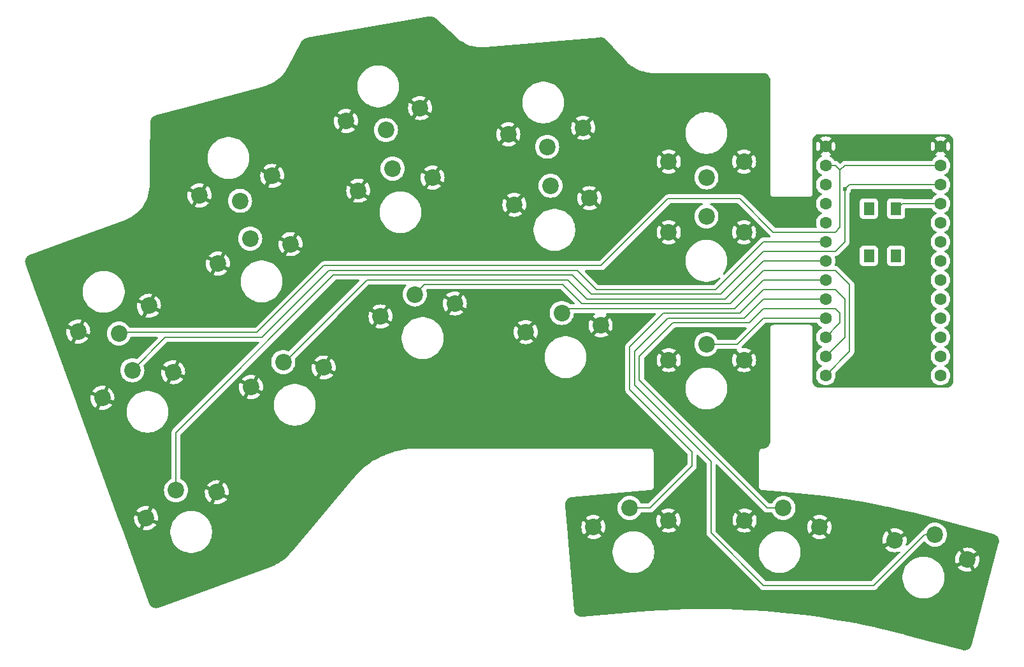
<source format=gbl>
G04 #@! TF.GenerationSoftware,KiCad,Pcbnew,8.0.7*
G04 #@! TF.CreationDate,2025-03-14T09:47:22+07:00*
G04 #@! TF.ProjectId,Lapka,4c61706b-612e-46b6-9963-61645f706362,rev?*
G04 #@! TF.SameCoordinates,Original*
G04 #@! TF.FileFunction,Copper,L2,Bot*
G04 #@! TF.FilePolarity,Positive*
%FSLAX46Y46*%
G04 Gerber Fmt 4.6, Leading zero omitted, Abs format (unit mm)*
G04 Created by KiCad (PCBNEW 8.0.7) date 2025-03-14 09:47:22*
%MOMM*%
%LPD*%
G01*
G04 APERTURE LIST*
G04 #@! TA.AperFunction,ComponentPad*
%ADD10C,2.200000*%
G04 #@! TD*
G04 #@! TA.AperFunction,ComponentPad*
%ADD11C,1.600000*%
G04 #@! TD*
G04 #@! TA.AperFunction,SMDPad,CuDef*
%ADD12R,1.400000X1.700000*%
G04 #@! TD*
G04 #@! TA.AperFunction,ViaPad*
%ADD13C,0.600000*%
G04 #@! TD*
G04 #@! TA.AperFunction,Conductor*
%ADD14C,0.200000*%
G04 #@! TD*
G04 APERTURE END LIST*
D10*
G04 #@! TO.P,SW6,1,OUT*
G04 #@! TO.N,SW6*
X95811188Y-89470003D03*
G04 #@! TO.P,SW6,2,IN*
G04 #@! TO.N,GND*
X91830967Y-93153458D03*
X101227894Y-89733256D03*
G04 #@! TD*
G04 #@! TO.P,SW4,1,OUT*
G04 #@! TO.N,SW4*
X150934321Y-59743649D03*
G04 #@! TO.P,SW4,2,IN*
G04 #@! TO.N,GND*
X155732267Y-57215861D03*
X145770320Y-58087419D03*
G04 #@! TD*
G04 #@! TO.P,SW5,1,OUT*
G04 #@! TO.N,SW5*
X172090001Y-63819998D03*
G04 #@! TO.P,SW5,2,IN*
G04 #@! TO.N,GND*
X177090001Y-61719998D03*
X167090001Y-61719998D03*
G04 #@! TD*
G04 #@! TO.P,SW13,1,OUT*
G04 #@! TO.N,SW13*
X133358878Y-79389430D03*
G04 #@! TO.P,SW13,2,IN*
G04 #@! TO.N,GND*
X128799500Y-82325767D03*
X138647578Y-80589286D03*
G04 #@! TD*
D11*
G04 #@! TO.P,U2,1,D1*
G04 #@! TO.N,SW1*
X187960000Y-62230000D03*
G04 #@! TO.P,U2,2,D0*
G04 #@! TO.N,SW11*
X187960000Y-64770000D03*
G04 #@! TO.P,U2,3,GND*
G04 #@! TO.N,RST0*
X187960000Y-67310000D03*
G04 #@! TO.P,U2,4,GND*
G04 #@! TO.N,unconnected-(U2-GND-Pad4)*
X187960000Y-69850000D03*
G04 #@! TO.P,U2,5,D2*
G04 #@! TO.N,SW6*
X187960000Y-72390000D03*
G04 #@! TO.P,U2,6,D3*
G04 #@! TO.N,SW12*
X187960000Y-74930000D03*
G04 #@! TO.P,U2,7,D4*
G04 #@! TO.N,SW14*
X187960000Y-77470000D03*
G04 #@! TO.P,U2,8,D5*
G04 #@! TO.N,SW18*
X187960000Y-80010000D03*
G04 #@! TO.P,U2,9,D6*
G04 #@! TO.N,SW15*
X187960000Y-82550000D03*
G04 #@! TO.P,U2,10,D7*
G04 #@! TO.N,SW17*
X187960000Y-85090000D03*
G04 #@! TO.P,U2,11,D8*
G04 #@! TO.N,SW16*
X187960000Y-87630000D03*
G04 #@! TO.P,U2,12,D9*
G04 #@! TO.N,SW13*
X187960000Y-90170000D03*
G04 #@! TO.P,U2,13,RAW*
G04 #@! TO.N,SW1*
X203200010Y-62229990D03*
G04 #@! TO.P,U2,14,GND*
G04 #@! TO.N,SW11*
X203200010Y-64769990D03*
G04 #@! TO.P,U2,15,RST*
G04 #@! TO.N,RST1*
X203200010Y-67309990D03*
G04 #@! TO.P,U2,16,VCC*
G04 #@! TO.N,unconnected-(U2-VCC-Pad16)*
X203200010Y-69849990D03*
G04 #@! TO.P,U2,17,D21*
G04 #@! TO.N,SW5*
X203200010Y-72389990D03*
G04 #@! TO.P,U2,18,D20*
G04 #@! TO.N,SW10*
X203200010Y-74929990D03*
G04 #@! TO.P,U2,19,D19*
G04 #@! TO.N,SW4*
X203200010Y-77469990D03*
G04 #@! TO.P,U2,20,D18*
G04 #@! TO.N,SW9*
X203200010Y-80009990D03*
G04 #@! TO.P,U2,21,D15*
G04 #@! TO.N,SW3*
X203200010Y-82549990D03*
G04 #@! TO.P,U2,22,D14*
G04 #@! TO.N,SW8*
X203200010Y-85089990D03*
G04 #@! TO.P,U2,23,D16*
G04 #@! TO.N,SW2*
X203200010Y-87629990D03*
G04 #@! TO.P,U2,24,D10*
G04 #@! TO.N,SW7*
X203200010Y-90169990D03*
G04 #@! TO.P,U2,28,B-*
G04 #@! TO.N,GND*
X187960000Y-59690000D03*
G04 #@! TO.P,U2,29,B+*
X203200010Y-59689990D03*
G04 #@! TD*
D10*
G04 #@! TO.P,SW3,1,OUT*
G04 #@! TO.N,SW3*
X129503928Y-57526661D03*
G04 #@! TO.P,SW3,2,IN*
G04 #@! TO.N,GND*
X134063306Y-54590324D03*
X124215228Y-56326805D03*
G04 #@! TD*
G04 #@! TO.P,SW7,1,OUT*
G04 #@! TO.N,SW7*
X111470070Y-71962439D03*
G04 #@! TO.P,SW7,2,IN*
G04 #@! TO.N,GND*
X107183960Y-75284978D03*
X116843219Y-72696788D03*
G04 #@! TD*
G04 #@! TO.P,SW12,1,OUT*
G04 #@! TO.N,SW12*
X115869967Y-88383129D03*
G04 #@! TO.P,SW12,2,IN*
G04 #@! TO.N,GND*
X111583857Y-91705668D03*
X121243116Y-89117478D03*
G04 #@! TD*
G04 #@! TO.P,SW17,1,OUT*
G04 #@! TO.N,SW17*
X182329119Y-107794544D03*
G04 #@! TO.P,SW17,2,IN*
G04 #@! TO.N,GND*
X177165118Y-109450774D03*
X187127065Y-110322332D03*
G04 #@! TD*
G04 #@! TO.P,SW10,1,OUT*
G04 #@! TO.N,SW10*
X172090008Y-69019990D03*
G04 #@! TO.P,SW10,2,IN*
G04 #@! TO.N,GND*
X167090008Y-71119990D03*
X177090008Y-71119990D03*
G04 #@! TD*
G04 #@! TO.P,SW1,1,OUT*
G04 #@! TO.N,SW1*
X94032728Y-84583580D03*
G04 #@! TO.P,SW1,2,IN*
G04 #@! TO.N,GND*
X98012949Y-80900125D03*
X88616022Y-84320327D03*
G04 #@! TD*
G04 #@! TO.P,SW2,1,OUT*
G04 #@! TO.N,SW2*
X110124139Y-66939659D03*
G04 #@! TO.P,SW2,2,IN*
G04 #@! TO.N,GND*
X114410249Y-63617120D03*
X104750990Y-66205310D03*
G04 #@! TD*
G04 #@! TO.P,SW18,1,OUT*
G04 #@! TO.N,SW18*
X202460222Y-111344131D03*
G04 #@! TO.P,SW18,2,IN*
G04 #@! TO.N,GND*
X197087073Y-112078480D03*
X206746332Y-114666670D03*
G04 #@! TD*
G04 #@! TO.P,SW15,1,OUT*
G04 #@! TO.N,SW15*
X172090003Y-86019996D03*
G04 #@! TO.P,SW15,2,IN*
G04 #@! TO.N,GND*
X167090003Y-88119996D03*
X177090003Y-88119996D03*
G04 #@! TD*
G04 #@! TO.P,SW11,1,OUT*
G04 #@! TO.N,SW11*
X101625481Y-105444801D03*
G04 #@! TO.P,SW11,2,IN*
G04 #@! TO.N,GND*
X97645260Y-109128256D03*
X107042187Y-105708054D03*
G04 #@! TD*
G04 #@! TO.P,SW9,1,OUT*
G04 #@! TO.N,SW9*
X151387584Y-64923846D03*
G04 #@! TO.P,SW9,2,IN*
G04 #@! TO.N,GND*
X146589638Y-67451634D03*
X156551585Y-66580076D03*
G04 #@! TD*
G04 #@! TO.P,SW8,1,OUT*
G04 #@! TO.N,SW8*
X130406877Y-62647727D03*
G04 #@! TO.P,SW8,2,IN*
G04 #@! TO.N,GND*
X125847499Y-65584064D03*
X135695577Y-63847583D03*
G04 #@! TD*
G04 #@! TO.P,SW14,1,OUT*
G04 #@! TO.N,SW14*
X152869191Y-81859148D03*
G04 #@! TO.P,SW14,2,IN*
G04 #@! TO.N,GND*
X148071245Y-84386936D03*
X158033192Y-83515378D03*
G04 #@! TD*
G04 #@! TO.P,SW16,1,OUT*
G04 #@! TO.N,SW16*
X161887585Y-107794547D03*
G04 #@! TO.P,SW16,2,IN*
G04 #@! TO.N,GND*
X157089639Y-110322335D03*
X167051586Y-109450777D03*
G04 #@! TD*
D12*
G04 #@! TO.P,REF\u002A\u002A,1*
G04 #@! TO.N,RSTG1*
X197280001Y-74269998D03*
G04 #@! TO.N,RST1*
X197279998Y-67969999D03*
G04 #@! TO.P,REF\u002A\u002A,2*
G04 #@! TO.N,RSTG0*
X193679998Y-74269999D03*
G04 #@! TO.N,RST0*
X193680001Y-67969999D03*
G04 #@! TD*
D13*
G04 #@! TO.N,SW11*
X190500000Y-65405000D03*
G04 #@! TO.N,GND*
X194945000Y-84455000D03*
X195580000Y-84455000D03*
X196850000Y-85725000D03*
X195580000Y-83185000D03*
X197485000Y-84455000D03*
X194310000Y-85725000D03*
X194310000Y-83820000D03*
X196215000Y-83820000D03*
X194945000Y-83820000D03*
X195580000Y-85090000D03*
X194945000Y-85725000D03*
X194945000Y-81280000D03*
X196215000Y-85725000D03*
X194945000Y-81915000D03*
X194945000Y-83185000D03*
X196850000Y-83820000D03*
X193675000Y-84455000D03*
X193675000Y-83185000D03*
X194310000Y-84455000D03*
X193675000Y-82550000D03*
X197485000Y-83185000D03*
X194310000Y-85090000D03*
X197485000Y-82550000D03*
X196850000Y-81280000D03*
X196850000Y-85090000D03*
X196850000Y-84455000D03*
X196215000Y-81915000D03*
X194945000Y-85090000D03*
X198120000Y-83185000D03*
X193040000Y-82550000D03*
X196850000Y-81915000D03*
X194310000Y-81280000D03*
X196215000Y-85090000D03*
X195580000Y-83820000D03*
X198120000Y-82550000D03*
X194310000Y-81915000D03*
X193675000Y-85090000D03*
X196215000Y-81280000D03*
X193040000Y-83185000D03*
X196215000Y-84455000D03*
X196215000Y-83185000D03*
X197485000Y-85090000D03*
G04 #@! TO.N,RST0*
X193880002Y-67969999D03*
G04 #@! TO.N,RST1*
X197479999Y-67969999D03*
G04 #@! TO.N,RSTG1*
X197480002Y-74269999D03*
G04 #@! TO.N,RSTG0*
X193879999Y-74269998D03*
G04 #@! TD*
D14*
G04 #@! TO.N,SW11*
X156845000Y-79375000D02*
X173990000Y-79375000D01*
X173990000Y-79375000D02*
X179705000Y-73660000D01*
X101625481Y-97764519D02*
X122555000Y-76835000D01*
X190500000Y-65405000D02*
X191135010Y-64769990D01*
X101625481Y-105444801D02*
X101625481Y-97764519D01*
X154305000Y-76835000D02*
X156845000Y-79375000D01*
X189230000Y-73660000D02*
X190500000Y-72390000D01*
X191135010Y-64769990D02*
X203200010Y-64769990D01*
X122555000Y-76835000D02*
X154305000Y-76835000D01*
X179705000Y-73660000D02*
X189230000Y-73660000D01*
X190500000Y-72390000D02*
X190500000Y-65405000D01*
X203200000Y-64770000D02*
X203200010Y-64769990D01*
G04 #@! TO.N,SW13*
X179705000Y-76200000D02*
X189230000Y-76200000D01*
X189230000Y-76200000D02*
X191135000Y-78105000D01*
X153035000Y-78105000D02*
X155575000Y-80645000D01*
X155575000Y-80645000D02*
X175260000Y-80645000D01*
X191135000Y-86995000D02*
X187960000Y-90170000D01*
X175260000Y-80645000D02*
X179705000Y-76200000D01*
X134643308Y-78105000D02*
X153035000Y-78105000D01*
X191135000Y-78105000D02*
X191135000Y-86995000D01*
X133358878Y-79389430D02*
X134643308Y-78105000D01*
G04 #@! TO.N,SW17*
X163195000Y-87630000D02*
X163195000Y-90805000D01*
X167640000Y-83185000D02*
X163195000Y-87630000D01*
X163195000Y-90805000D02*
X180184544Y-107794544D01*
X177800000Y-83185000D02*
X167640000Y-83185000D01*
X189865000Y-81915000D02*
X189230000Y-81280000D01*
X179705000Y-81280000D02*
X177800000Y-83185000D01*
X187960000Y-85090000D02*
X189865000Y-83185000D01*
X180184544Y-107794544D02*
X182329119Y-107794544D01*
X189865000Y-83185000D02*
X189865000Y-81915000D01*
X189230000Y-81280000D02*
X179705000Y-81280000D01*
G04 #@! TO.N,SW12*
X153670000Y-77470000D02*
X127000000Y-77470000D01*
X187960000Y-74930000D02*
X179705000Y-74930000D01*
X179705000Y-74930000D02*
X174625000Y-80010000D01*
X127000000Y-77470000D02*
X116086871Y-88383129D01*
X156210000Y-80010000D02*
X153670000Y-77470000D01*
X116086871Y-88383129D02*
X115869967Y-88383129D01*
X174625000Y-80010000D02*
X156210000Y-80010000D01*
G04 #@! TO.N,SW6*
X100191190Y-85090000D02*
X95811188Y-89470002D01*
X179705000Y-72390000D02*
X173355000Y-78740000D01*
X121920000Y-76200000D02*
X113030000Y-85090000D01*
X157480000Y-78740000D02*
X154940000Y-76200000D01*
X187960000Y-72390000D02*
X179705000Y-72390000D01*
X154940000Y-76200000D02*
X121920000Y-76200000D01*
X173355000Y-78740000D02*
X157480000Y-78740000D01*
X113030000Y-85090000D02*
X100191190Y-85090000D01*
G04 #@! TO.N,SW15*
X172090004Y-86019997D02*
X176235003Y-86019997D01*
X179705000Y-82550000D02*
X187960000Y-82550000D01*
X176235003Y-86019997D02*
X179705000Y-82550000D01*
G04 #@! TO.N,SW16*
X190500000Y-85090000D02*
X190500000Y-80010000D01*
X164620453Y-107794547D02*
X161887585Y-107794547D01*
X190500000Y-80010000D02*
X189230000Y-78740000D01*
X176530000Y-81915000D02*
X166370000Y-81915000D01*
X170180000Y-102235000D02*
X164620453Y-107794547D01*
X189230000Y-78740000D02*
X179705000Y-78740000D01*
X166370000Y-81915000D02*
X161925000Y-86360000D01*
X179705000Y-78740000D02*
X176530000Y-81915000D01*
X187960000Y-87630000D02*
X190500000Y-85090000D01*
X161925000Y-86360000D02*
X161925000Y-92075000D01*
X161925000Y-92075000D02*
X170180000Y-100330000D01*
X170180000Y-100330000D02*
X170180000Y-102235000D01*
G04 #@! TO.N,SW1*
X121285000Y-75565000D02*
X158115000Y-75565000D01*
X112395000Y-84455000D02*
X121285000Y-75565000D01*
X189865000Y-62865000D02*
X189230000Y-62230000D01*
X94161308Y-84455000D02*
X112395000Y-84455000D01*
X158115000Y-75565000D02*
X167005000Y-66675000D01*
X189865000Y-70485000D02*
X189865000Y-62865000D01*
X187960000Y-62230000D02*
X188595000Y-62230000D01*
X94032728Y-84583580D02*
X94161308Y-84455000D01*
X180975000Y-71120000D02*
X189230000Y-71120000D01*
X188595000Y-62230000D02*
X188595010Y-62229990D01*
X190500010Y-62229990D02*
X203200010Y-62229990D01*
X167005000Y-66675000D02*
X176530000Y-66675000D01*
X189230000Y-71120000D02*
X189865000Y-70485000D01*
X189230000Y-62230000D02*
X187960000Y-62230000D01*
X189865000Y-62865000D02*
X190500010Y-62229990D01*
X176530000Y-66675000D02*
X180975000Y-71120000D01*
G04 #@! TO.N,SW14*
X152869191Y-81859148D02*
X153448339Y-81280000D01*
X175895000Y-81280000D02*
X179705000Y-77470000D01*
X153448339Y-81280000D02*
X175895000Y-81280000D01*
X153090851Y-81859149D02*
X152869191Y-81859149D01*
X179705000Y-77470000D02*
X187960000Y-77470000D01*
G04 #@! TO.N,SW18*
X167005000Y-82550000D02*
X162560000Y-86995000D01*
X172720000Y-111125000D02*
X179705000Y-118110000D01*
X179705000Y-118110000D02*
X194310000Y-118110000D01*
X162560000Y-86995000D02*
X162560000Y-91440000D01*
X187960000Y-80010000D02*
X179705000Y-80010000D01*
X177165000Y-82550000D02*
X167005000Y-82550000D01*
X179705000Y-80010000D02*
X177165000Y-82550000D01*
X201075869Y-111344131D02*
X202460222Y-111344131D01*
X162560000Y-91440000D02*
X172720000Y-101600000D01*
X194310000Y-118110000D02*
X201075869Y-111344131D01*
X172720000Y-101600000D02*
X172720000Y-111125000D01*
G04 #@! TO.N,RST0*
X187960000Y-67310000D02*
X188595000Y-67310000D01*
X193675000Y-67975000D02*
X193680001Y-67969999D01*
X188595000Y-67310000D02*
X188595010Y-67309990D01*
G04 #@! TO.N,RST1*
X197485000Y-68175001D02*
X197279998Y-67969999D01*
X197279998Y-67969999D02*
X197279998Y-67969999D01*
X197479999Y-67969999D02*
X197279998Y-67969999D01*
X203200010Y-67309990D02*
X198140008Y-67309990D01*
X198140008Y-67309990D02*
X197479999Y-67969999D01*
G04 #@! TD*
G04 #@! TA.AperFunction,Conductor*
G04 #@! TO.N,GND*
G36*
X171562919Y-67295185D02*
G01*
X171608674Y-67347989D01*
X171618618Y-67417147D01*
X171589593Y-67480703D01*
X171543333Y-67514061D01*
X171361148Y-67589523D01*
X171146354Y-67721150D01*
X171146351Y-67721151D01*
X170954784Y-67884766D01*
X170791169Y-68076333D01*
X170791168Y-68076336D01*
X170659541Y-68291130D01*
X170563134Y-68523879D01*
X170504325Y-68768838D01*
X170484559Y-69019990D01*
X170504325Y-69271141D01*
X170563134Y-69516100D01*
X170659541Y-69748849D01*
X170791168Y-69963643D01*
X170791169Y-69963646D01*
X170791172Y-69963649D01*
X170954784Y-70155214D01*
X171103074Y-70281865D01*
X171146351Y-70318828D01*
X171146354Y-70318829D01*
X171361148Y-70450456D01*
X171555320Y-70530884D01*
X171593897Y-70546863D01*
X171838860Y-70605673D01*
X172090008Y-70625439D01*
X172341156Y-70605673D01*
X172586119Y-70546863D01*
X172818867Y-70450456D01*
X173033667Y-70318826D01*
X173225232Y-70155214D01*
X173388844Y-69963649D01*
X173520474Y-69748849D01*
X173616881Y-69516101D01*
X173675691Y-69271138D01*
X173695457Y-69019990D01*
X173675691Y-68768842D01*
X173616881Y-68523879D01*
X173612698Y-68513781D01*
X173520474Y-68291130D01*
X173388847Y-68076336D01*
X173388846Y-68076333D01*
X173332273Y-68010095D01*
X173225232Y-67884766D01*
X173098579Y-67776594D01*
X173033664Y-67721151D01*
X173033661Y-67721150D01*
X172818867Y-67589523D01*
X172636683Y-67514061D01*
X172582280Y-67470220D01*
X172560215Y-67403926D01*
X172577494Y-67336227D01*
X172628631Y-67288616D01*
X172684136Y-67275500D01*
X176229903Y-67275500D01*
X176296942Y-67295185D01*
X176317584Y-67311819D01*
X180490139Y-71484374D01*
X180490149Y-71484385D01*
X180494479Y-71488715D01*
X180494480Y-71488716D01*
X180583584Y-71577820D01*
X180617068Y-71639141D01*
X180612084Y-71708833D01*
X180570213Y-71764767D01*
X180504749Y-71789184D01*
X180495902Y-71789500D01*
X179784057Y-71789500D01*
X179625943Y-71789500D01*
X179473215Y-71830423D01*
X179473214Y-71830423D01*
X179473212Y-71830424D01*
X179473209Y-71830425D01*
X179423096Y-71859359D01*
X179423095Y-71859360D01*
X179379689Y-71884420D01*
X179336285Y-71909479D01*
X179336282Y-71909481D01*
X174501014Y-76744750D01*
X174439691Y-76778235D01*
X174369999Y-76773251D01*
X174314066Y-76731379D01*
X174289649Y-76665915D01*
X174304501Y-76597642D01*
X174316382Y-76579761D01*
X174357164Y-76528623D01*
X174523018Y-76264667D01*
X174658276Y-75983801D01*
X174761236Y-75689558D01*
X174830604Y-75385636D01*
X174865508Y-75075859D01*
X174865508Y-74764121D01*
X174830604Y-74454344D01*
X174761236Y-74150422D01*
X174757770Y-74140518D01*
X174684087Y-73929943D01*
X174658276Y-73856179D01*
X174523018Y-73575313D01*
X174357164Y-73311357D01*
X174162799Y-73067631D01*
X173942367Y-72847199D01*
X173928933Y-72836486D01*
X173764277Y-72705177D01*
X173698641Y-72652834D01*
X173434685Y-72486980D01*
X173434682Y-72486978D01*
X173153822Y-72351723D01*
X172859587Y-72248765D01*
X172859575Y-72248761D01*
X172555657Y-72179394D01*
X172555641Y-72179392D01*
X172245881Y-72144490D01*
X172245877Y-72144490D01*
X171934139Y-72144490D01*
X171934135Y-72144490D01*
X171624374Y-72179392D01*
X171624358Y-72179394D01*
X171320440Y-72248761D01*
X171320428Y-72248765D01*
X171026193Y-72351723D01*
X170745333Y-72486978D01*
X170481376Y-72652833D01*
X170237649Y-72847198D01*
X170017216Y-73067631D01*
X169822851Y-73311358D01*
X169656996Y-73575315D01*
X169521741Y-73856175D01*
X169418783Y-74150410D01*
X169418779Y-74150422D01*
X169349412Y-74454340D01*
X169349410Y-74454356D01*
X169314508Y-74764116D01*
X169314508Y-75075863D01*
X169349410Y-75385623D01*
X169349412Y-75385639D01*
X169418779Y-75689557D01*
X169418783Y-75689569D01*
X169521741Y-75983804D01*
X169656996Y-76264664D01*
X169656998Y-76264667D01*
X169822852Y-76528623D01*
X169904374Y-76630848D01*
X170017127Y-76772237D01*
X170017217Y-76772349D01*
X170237649Y-76992781D01*
X170481375Y-77187146D01*
X170745331Y-77353000D01*
X171026197Y-77488258D01*
X171247182Y-77565584D01*
X171320428Y-77591214D01*
X171320440Y-77591218D01*
X171624362Y-77660586D01*
X171934134Y-77695489D01*
X171934135Y-77695490D01*
X171934139Y-77695490D01*
X172245881Y-77695490D01*
X172245881Y-77695489D01*
X172555654Y-77660586D01*
X172859576Y-77591218D01*
X173153819Y-77488258D01*
X173434685Y-77353000D01*
X173698641Y-77187146D01*
X173749776Y-77146367D01*
X173814460Y-77119960D01*
X173883155Y-77132715D01*
X173934050Y-77180585D01*
X173950984Y-77248372D01*
X173928582Y-77314553D01*
X173914768Y-77330996D01*
X173142584Y-78103181D01*
X173081261Y-78136666D01*
X173054903Y-78139500D01*
X157780097Y-78139500D01*
X157713058Y-78119815D01*
X157692416Y-78103181D01*
X155966416Y-76377181D01*
X155932931Y-76315858D01*
X155937915Y-76246166D01*
X155979787Y-76190233D01*
X156045251Y-76165816D01*
X156054097Y-76165500D01*
X158028331Y-76165500D01*
X158028347Y-76165501D01*
X158035943Y-76165501D01*
X158194054Y-76165501D01*
X158194057Y-76165501D01*
X158346785Y-76124577D01*
X158396904Y-76095639D01*
X158483716Y-76045520D01*
X158595520Y-75933716D01*
X158595520Y-75933714D01*
X158605728Y-75923507D01*
X158605729Y-75923504D01*
X163409245Y-71119990D01*
X165485060Y-71119990D01*
X165504820Y-71371062D01*
X165563611Y-71615946D01*
X165659988Y-71848621D01*
X165791576Y-72063352D01*
X165792274Y-72064169D01*
X166525395Y-71331048D01*
X166530897Y-71351581D01*
X166609889Y-71488398D01*
X166721600Y-71600109D01*
X166858417Y-71679101D01*
X166878948Y-71684602D01*
X166145827Y-72417722D01*
X166145827Y-72417723D01*
X166146642Y-72418419D01*
X166361376Y-72550009D01*
X166594051Y-72646386D01*
X166838935Y-72705177D01*
X167090008Y-72724937D01*
X167341080Y-72705177D01*
X167585964Y-72646386D01*
X167818639Y-72550009D01*
X168033369Y-72418422D01*
X168033371Y-72418420D01*
X168034188Y-72417722D01*
X167301067Y-71684602D01*
X167321599Y-71679101D01*
X167458416Y-71600109D01*
X167570127Y-71488398D01*
X167649119Y-71351581D01*
X167654620Y-71331049D01*
X168387740Y-72064170D01*
X168388438Y-72063353D01*
X168388440Y-72063351D01*
X168520027Y-71848621D01*
X168616404Y-71615946D01*
X168675195Y-71371062D01*
X168694955Y-71119990D01*
X175485060Y-71119990D01*
X175504820Y-71371062D01*
X175563611Y-71615946D01*
X175659988Y-71848621D01*
X175791576Y-72063352D01*
X175792274Y-72064169D01*
X176525395Y-71331048D01*
X176530897Y-71351581D01*
X176609889Y-71488398D01*
X176721600Y-71600109D01*
X176858417Y-71679101D01*
X176878948Y-71684602D01*
X176145827Y-72417722D01*
X176145827Y-72417723D01*
X176146642Y-72418419D01*
X176361376Y-72550009D01*
X176594051Y-72646386D01*
X176838935Y-72705177D01*
X177090008Y-72724937D01*
X177341080Y-72705177D01*
X177585964Y-72646386D01*
X177818639Y-72550009D01*
X178033369Y-72418422D01*
X178033371Y-72418420D01*
X178034188Y-72417722D01*
X177301067Y-71684602D01*
X177321599Y-71679101D01*
X177458416Y-71600109D01*
X177570127Y-71488398D01*
X177649119Y-71351581D01*
X177654620Y-71331049D01*
X178387740Y-72064170D01*
X178388438Y-72063353D01*
X178388440Y-72063351D01*
X178520027Y-71848621D01*
X178616404Y-71615946D01*
X178675195Y-71371062D01*
X178694955Y-71119990D01*
X178675195Y-70868917D01*
X178616404Y-70624033D01*
X178520027Y-70391358D01*
X178388437Y-70176624D01*
X178387741Y-70175809D01*
X178387740Y-70175809D01*
X177654620Y-70908929D01*
X177649119Y-70888399D01*
X177570127Y-70751582D01*
X177458416Y-70639871D01*
X177321599Y-70560879D01*
X177301065Y-70555377D01*
X178034187Y-69822256D01*
X178033370Y-69821558D01*
X177818639Y-69689970D01*
X177585964Y-69593593D01*
X177341080Y-69534802D01*
X177090008Y-69515042D01*
X176838935Y-69534802D01*
X176594051Y-69593593D01*
X176361376Y-69689970D01*
X176146645Y-69821557D01*
X176145826Y-69822256D01*
X176878948Y-70555377D01*
X176858417Y-70560879D01*
X176721600Y-70639871D01*
X176609889Y-70751582D01*
X176530897Y-70888399D01*
X176525395Y-70908930D01*
X175792274Y-70175808D01*
X175791575Y-70176627D01*
X175659988Y-70391358D01*
X175563611Y-70624033D01*
X175504820Y-70868917D01*
X175485060Y-71119990D01*
X168694955Y-71119990D01*
X168675195Y-70868917D01*
X168616404Y-70624033D01*
X168520027Y-70391358D01*
X168388437Y-70176624D01*
X168387741Y-70175809D01*
X168387740Y-70175809D01*
X167654620Y-70908929D01*
X167649119Y-70888399D01*
X167570127Y-70751582D01*
X167458416Y-70639871D01*
X167321599Y-70560879D01*
X167301065Y-70555377D01*
X168034187Y-69822256D01*
X168033370Y-69821558D01*
X167818639Y-69689970D01*
X167585964Y-69593593D01*
X167341080Y-69534802D01*
X167090008Y-69515042D01*
X166838935Y-69534802D01*
X166594051Y-69593593D01*
X166361376Y-69689970D01*
X166146645Y-69821557D01*
X166145826Y-69822256D01*
X166878948Y-70555377D01*
X166858417Y-70560879D01*
X166721600Y-70639871D01*
X166609889Y-70751582D01*
X166530897Y-70888399D01*
X166525395Y-70908930D01*
X165792274Y-70175808D01*
X165791575Y-70176627D01*
X165659988Y-70391358D01*
X165563611Y-70624033D01*
X165504820Y-70868917D01*
X165485060Y-71119990D01*
X163409245Y-71119990D01*
X167217417Y-67311819D01*
X167278740Y-67278334D01*
X167305098Y-67275500D01*
X171495880Y-67275500D01*
X171562919Y-67295185D01*
G37*
G04 #@! TD.AperFunction*
G04 #@! TA.AperFunction,Conductor*
G36*
X135522414Y-42395854D02*
G01*
X135541064Y-42398280D01*
X135671160Y-42425379D01*
X135689215Y-42430597D01*
X135813693Y-42477073D01*
X135830773Y-42484975D01*
X135946763Y-42549750D01*
X135962456Y-42560150D01*
X136056650Y-42633448D01*
X136071904Y-42647519D01*
X136086811Y-42663781D01*
X136097454Y-42670559D01*
X136114204Y-42683349D01*
X136129357Y-42697108D01*
X136129672Y-42697359D01*
X138901543Y-45213794D01*
X138908684Y-45220823D01*
X138936475Y-45250486D01*
X138936479Y-45250489D01*
X138944313Y-45255359D01*
X138962199Y-45268861D01*
X138967281Y-45273475D01*
X138974998Y-45280480D01*
X138975084Y-45280548D01*
X139070054Y-45366794D01*
X139072940Y-45369415D01*
X139072945Y-45369420D01*
X139400125Y-45620596D01*
X139400135Y-45620602D01*
X139400144Y-45620609D01*
X139746921Y-45844001D01*
X140110914Y-46038072D01*
X140110913Y-46038072D01*
X140110918Y-46038074D01*
X140489662Y-46201510D01*
X140746410Y-46288000D01*
X140880569Y-46333195D01*
X140880573Y-46333196D01*
X140880579Y-46333198D01*
X141281014Y-46432244D01*
X141688245Y-46497976D01*
X142099507Y-46529945D01*
X142512005Y-46527936D01*
X142512016Y-46527935D01*
X142512017Y-46527935D01*
X142717469Y-46509926D01*
X142717470Y-46509926D01*
X142722798Y-46509459D01*
X142722798Y-46509463D01*
X142722813Y-46509457D01*
X157873326Y-45183967D01*
X157873343Y-45183967D01*
X157890448Y-45182469D01*
X157890450Y-45182470D01*
X157906644Y-45181051D01*
X157906655Y-45181054D01*
X157906655Y-45181051D01*
X157906656Y-45181051D01*
X157951388Y-45177137D01*
X157960783Y-45176674D01*
X158098371Y-45175120D01*
X158117143Y-45176336D01*
X158248678Y-45194960D01*
X158267055Y-45199004D01*
X158394257Y-45237323D01*
X158411817Y-45244105D01*
X158531747Y-45301233D01*
X158548077Y-45310594D01*
X158657980Y-45385218D01*
X158672705Y-45396944D01*
X158773496Y-45490547D01*
X158780149Y-45497213D01*
X158821702Y-45542142D01*
X158821704Y-45542143D01*
X158829315Y-45550372D01*
X158829317Y-45550375D01*
X159716794Y-46509926D01*
X161207668Y-48121879D01*
X161369600Y-48296961D01*
X161369754Y-48297128D01*
X161380581Y-48308877D01*
X161380581Y-48308878D01*
X161398288Y-48328093D01*
X161520623Y-48460850D01*
X161520642Y-48460869D01*
X161569289Y-48505608D01*
X161824884Y-48740671D01*
X162151186Y-48994414D01*
X162151197Y-48994421D01*
X162151202Y-48994425D01*
X162228786Y-49045070D01*
X162497318Y-49220362D01*
X162860916Y-49416972D01*
X162860921Y-49416974D01*
X162860920Y-49416974D01*
X163239489Y-49582897D01*
X163239495Y-49582899D01*
X163239501Y-49582902D01*
X163630488Y-49717022D01*
X164031211Y-49818416D01*
X164031220Y-49818417D01*
X164031222Y-49818418D01*
X164132913Y-49835371D01*
X164438935Y-49886391D01*
X164850878Y-49920485D01*
X165057379Y-49920469D01*
X179514905Y-49920470D01*
X179515000Y-49920478D01*
X179524110Y-49920477D01*
X179524113Y-49920478D01*
X179584601Y-49920472D01*
X179595388Y-49920942D01*
X179752761Y-49934697D01*
X179774030Y-49938446D01*
X179921378Y-49977918D01*
X179941673Y-49985304D01*
X180079920Y-50049765D01*
X180098627Y-50060565D01*
X180223579Y-50148055D01*
X180240130Y-50161944D01*
X180347979Y-50269797D01*
X180361874Y-50286358D01*
X180449348Y-50411295D01*
X180460156Y-50430017D01*
X180524604Y-50568252D01*
X180531996Y-50588567D01*
X180571457Y-50735896D01*
X180575208Y-50757186D01*
X180588047Y-50904142D01*
X180588261Y-50922910D01*
X180586286Y-50953539D01*
X180586287Y-50953547D01*
X180587073Y-50957476D01*
X180589481Y-50981802D01*
X180589480Y-50993776D01*
X180589500Y-50994082D01*
X180589501Y-65985848D01*
X180589501Y-65985849D01*
X180589502Y-65985851D01*
X180598911Y-66020965D01*
X180622192Y-66107855D01*
X180623610Y-66113145D01*
X180633797Y-66130789D01*
X180633799Y-66130792D01*
X180633797Y-66130792D01*
X180686871Y-66222719D01*
X180686872Y-66222719D01*
X180686879Y-66222731D01*
X180689502Y-66227273D01*
X180782688Y-66320459D01*
X180830923Y-66348307D01*
X180896815Y-66386351D01*
X181024109Y-66420459D01*
X185609672Y-66420468D01*
X185609678Y-66420470D01*
X185624111Y-66420470D01*
X185755893Y-66420470D01*
X185755894Y-66420470D01*
X185755895Y-66420470D01*
X185883189Y-66386362D01*
X185949080Y-66348319D01*
X185997316Y-66320471D01*
X186090502Y-66227285D01*
X186093132Y-66222731D01*
X186146215Y-66130789D01*
X186156395Y-66113157D01*
X186190503Y-65985863D01*
X186190503Y-65854079D01*
X186190503Y-58926035D01*
X186191101Y-58913874D01*
X186197000Y-58854015D01*
X186205637Y-58766372D01*
X186210377Y-58742549D01*
X186251638Y-58606554D01*
X186260939Y-58584106D01*
X186268762Y-58569472D01*
X186327930Y-58458786D01*
X186341424Y-58438591D01*
X186431586Y-58328733D01*
X186448766Y-58311555D01*
X186517049Y-58255520D01*
X186558614Y-58221410D01*
X186578823Y-58207907D01*
X186578874Y-58207880D01*
X186704144Y-58140921D01*
X186726586Y-58131625D01*
X186862582Y-58090370D01*
X186886398Y-58085632D01*
X187034339Y-58071058D01*
X187046481Y-58070462D01*
X203949441Y-58070468D01*
X203949445Y-58070470D01*
X203974106Y-58070470D01*
X204033906Y-58070470D01*
X204046060Y-58071067D01*
X204193576Y-58085596D01*
X204217416Y-58090338D01*
X204248405Y-58099738D01*
X204353411Y-58131590D01*
X204375859Y-58140888D01*
X204501201Y-58207882D01*
X204521400Y-58221379D01*
X204631259Y-58311535D01*
X204648442Y-58328718D01*
X204738602Y-58438573D01*
X204752105Y-58458781D01*
X204774193Y-58500101D01*
X204819097Y-58584108D01*
X204828400Y-58606565D01*
X204869656Y-58742555D01*
X204874399Y-58766395D01*
X204888904Y-58913619D01*
X204889501Y-58925777D01*
X204889505Y-90847439D01*
X204889500Y-90847551D01*
X204889506Y-90913928D01*
X204888910Y-90926083D01*
X204874394Y-91073595D01*
X204869653Y-91097439D01*
X204828412Y-91233423D01*
X204819109Y-91255884D01*
X204752126Y-91381212D01*
X204738621Y-91401426D01*
X204648475Y-91511274D01*
X204631285Y-91528464D01*
X204521439Y-91618612D01*
X204501225Y-91632118D01*
X204375905Y-91699100D01*
X204353445Y-91708403D01*
X204217459Y-91749648D01*
X204193614Y-91754390D01*
X204046565Y-91768863D01*
X204034413Y-91769459D01*
X203992423Y-91769457D01*
X203974148Y-91769456D01*
X203974146Y-91769456D01*
X203967753Y-91769456D01*
X203967677Y-91769460D01*
X187046078Y-91769460D01*
X187033922Y-91768863D01*
X186886401Y-91754331D01*
X186862560Y-91749588D01*
X186726574Y-91708335D01*
X186704118Y-91699034D01*
X186578783Y-91632042D01*
X186558572Y-91618537D01*
X186448721Y-91528387D01*
X186431533Y-91511200D01*
X186402207Y-91475468D01*
X186341373Y-91401344D01*
X186327870Y-91381135D01*
X186304416Y-91337260D01*
X186260876Y-91255808D01*
X186251574Y-91233353D01*
X186249206Y-91225549D01*
X186210315Y-91097361D01*
X186205573Y-91073524D01*
X186191104Y-90926701D01*
X186190508Y-90914582D01*
X186190504Y-83854075D01*
X186156396Y-83726781D01*
X186090504Y-83612653D01*
X185997318Y-83519467D01*
X185902281Y-83464597D01*
X185883191Y-83453575D01*
X185819043Y-83436387D01*
X185755896Y-83419467D01*
X185755894Y-83419466D01*
X185755893Y-83419466D01*
X181155894Y-83419463D01*
X181024110Y-83419463D01*
X180896814Y-83453571D01*
X180782688Y-83519463D01*
X180782685Y-83519465D01*
X180689504Y-83612646D01*
X180689502Y-83612649D01*
X180623610Y-83726775D01*
X180589502Y-83854071D01*
X180589502Y-98914608D01*
X180589030Y-98925418D01*
X180575260Y-99082777D01*
X180571506Y-99104063D01*
X180532027Y-99251388D01*
X180524634Y-99271699D01*
X180460172Y-99409932D01*
X180449364Y-99428651D01*
X180361874Y-99553594D01*
X180347981Y-99570150D01*
X180240131Y-99677998D01*
X180223574Y-99691891D01*
X180098634Y-99779374D01*
X180079915Y-99790182D01*
X179941675Y-99854643D01*
X179921364Y-99862035D01*
X179774037Y-99901511D01*
X179752751Y-99905264D01*
X179595345Y-99919035D01*
X179584538Y-99919507D01*
X179524109Y-99919507D01*
X179396957Y-99953577D01*
X179396930Y-99953584D01*
X179396823Y-99953612D01*
X179396809Y-99953618D01*
X179282691Y-100019505D01*
X179282685Y-100019509D01*
X179189504Y-100112690D01*
X179189502Y-100112693D01*
X179123610Y-100226819D01*
X179089502Y-100354115D01*
X179089502Y-100354116D01*
X179089503Y-104927525D01*
X179089091Y-104937621D01*
X179085800Y-104977894D01*
X179085801Y-104977899D01*
X179085801Y-104977901D01*
X179086078Y-104979422D01*
X179087497Y-104987210D01*
X179089504Y-105009424D01*
X179089504Y-105018888D01*
X179099965Y-105057929D01*
X179102181Y-105067792D01*
X179109426Y-105107551D01*
X179113472Y-105116100D01*
X179121163Y-105137045D01*
X179123610Y-105146179D01*
X179123613Y-105146185D01*
X179143818Y-105181181D01*
X179148510Y-105190132D01*
X179165802Y-105226667D01*
X179171923Y-105233878D01*
X179184775Y-105252121D01*
X179189502Y-105260309D01*
X179189506Y-105260314D01*
X179218079Y-105288887D01*
X179224920Y-105296309D01*
X179251087Y-105327134D01*
X179258859Y-105332510D01*
X179258865Y-105332514D01*
X179276006Y-105346814D01*
X179282691Y-105353499D01*
X179282692Y-105353500D01*
X179282694Y-105353501D01*
X179293583Y-105359787D01*
X179317693Y-105373707D01*
X179326219Y-105379104D01*
X179359469Y-105402104D01*
X179368375Y-105405287D01*
X179388627Y-105414661D01*
X179396819Y-105419391D01*
X179435866Y-105429853D01*
X179445487Y-105432855D01*
X179483561Y-105446468D01*
X179492983Y-105447238D01*
X179514975Y-105451051D01*
X179524108Y-105453498D01*
X179524110Y-105453498D01*
X179524113Y-105453499D01*
X179564526Y-105453499D01*
X179574626Y-105453910D01*
X180676113Y-105543936D01*
X180676177Y-105543942D01*
X184239688Y-105855705D01*
X184239702Y-105855708D01*
X184262226Y-105857678D01*
X184300305Y-105861009D01*
X184312121Y-105862042D01*
X184312895Y-105862114D01*
X186019369Y-106026399D01*
X186021369Y-106026608D01*
X187724042Y-106220513D01*
X187726159Y-106220773D01*
X189425207Y-106444307D01*
X189427207Y-106444589D01*
X191122048Y-106697673D01*
X191124026Y-106697986D01*
X192724718Y-106965592D01*
X192814262Y-106980562D01*
X192816389Y-106980937D01*
X193190769Y-107050250D01*
X194415522Y-107277002D01*
X194501317Y-107292886D01*
X194503429Y-107293296D01*
X195958047Y-107588899D01*
X196182621Y-107634536D01*
X196184726Y-107634982D01*
X197857856Y-108005447D01*
X197859945Y-108005930D01*
X199526277Y-108405459D01*
X199528216Y-108405941D01*
X201188211Y-108834659D01*
X201189049Y-108834880D01*
X210224390Y-111255887D01*
X210234672Y-111259128D01*
X210383144Y-111313167D01*
X210402731Y-111322301D01*
X210534830Y-111398568D01*
X210552534Y-111410964D01*
X210651156Y-111493716D01*
X210669385Y-111509011D01*
X210684669Y-111524295D01*
X210782714Y-111641137D01*
X210795112Y-111658841D01*
X210871388Y-111790947D01*
X210880520Y-111810531D01*
X210923018Y-111927279D01*
X210932695Y-111953863D01*
X210938289Y-111974740D01*
X210964782Y-112124956D01*
X210966667Y-112146488D01*
X210966673Y-112299027D01*
X210964790Y-112320558D01*
X210937395Y-112475967D01*
X210935053Y-112486535D01*
X207314393Y-125999016D01*
X207311133Y-126009353D01*
X207257080Y-126157782D01*
X207247944Y-126177365D01*
X207171659Y-126309456D01*
X207159263Y-126327155D01*
X207061196Y-126444008D01*
X207045913Y-126459289D01*
X206929048Y-126557339D01*
X206911347Y-126569733D01*
X206779236Y-126646006D01*
X206759651Y-126655138D01*
X206616311Y-126707315D01*
X206595438Y-126712910D01*
X206445206Y-126739411D01*
X206423678Y-126741296D01*
X206271132Y-126741312D01*
X206249605Y-126739431D01*
X206093826Y-126711987D01*
X206083247Y-126709643D01*
X202125797Y-125649255D01*
X198580929Y-124699417D01*
X198580928Y-124699417D01*
X198517281Y-124682363D01*
X198517280Y-124682363D01*
X198453633Y-124665309D01*
X198453632Y-124665309D01*
X198445783Y-124663206D01*
X198445779Y-124663205D01*
X197678553Y-124457628D01*
X197007447Y-124290303D01*
X195993479Y-124037493D01*
X194918883Y-123789403D01*
X194301316Y-123646826D01*
X192602666Y-123285767D01*
X192324508Y-123231698D01*
X190897898Y-122954394D01*
X190897882Y-122954391D01*
X190897876Y-122954390D01*
X189187626Y-122652825D01*
X187472373Y-122381154D01*
X185752642Y-122139461D01*
X184028912Y-121927812D01*
X182301752Y-121746278D01*
X181448088Y-121671591D01*
X181429026Y-121669923D01*
X181409965Y-121668255D01*
X181409964Y-121668254D01*
X181368418Y-121664620D01*
X181368412Y-121664618D01*
X180834912Y-121617937D01*
X180834891Y-121617934D01*
X180762016Y-121611559D01*
X180762015Y-121611558D01*
X180762015Y-121611559D01*
X180696381Y-121605816D01*
X180696380Y-121605816D01*
X180689236Y-121605191D01*
X180689100Y-121605187D01*
X179897008Y-121535891D01*
X179897000Y-121535890D01*
X179896995Y-121535890D01*
X178164578Y-121414751D01*
X177562482Y-121383197D01*
X176430287Y-121323862D01*
X174694743Y-121263258D01*
X172958347Y-121232950D01*
X172958340Y-121232950D01*
X171221693Y-121232950D01*
X171221686Y-121232950D01*
X169485289Y-121263257D01*
X167749743Y-121323861D01*
X166406706Y-121394245D01*
X166015455Y-121414749D01*
X164283038Y-121535887D01*
X164246884Y-121539050D01*
X163486362Y-121605584D01*
X163486354Y-121605586D01*
X163418018Y-121611564D01*
X163355090Y-121617068D01*
X163355070Y-121617071D01*
X155614558Y-122294275D01*
X155603745Y-122294747D01*
X155445783Y-122294739D01*
X155424251Y-122292854D01*
X155274046Y-122266362D01*
X155253169Y-122260767D01*
X155109838Y-122208593D01*
X155090251Y-122199459D01*
X154958160Y-122123193D01*
X154940455Y-122110795D01*
X154823616Y-122012752D01*
X154808333Y-121997469D01*
X154710290Y-121880625D01*
X154697893Y-121862920D01*
X154621629Y-121730827D01*
X154612495Y-121711239D01*
X154598064Y-121671591D01*
X154560325Y-121567910D01*
X154554733Y-121547045D01*
X154527292Y-121391436D01*
X154525883Y-121380732D01*
X153837830Y-113516222D01*
X159626304Y-113516222D01*
X159626304Y-113827969D01*
X159661206Y-114137729D01*
X159661208Y-114137745D01*
X159730575Y-114441663D01*
X159730579Y-114441675D01*
X159833537Y-114735910D01*
X159968792Y-115016770D01*
X159968794Y-115016773D01*
X160134648Y-115280729D01*
X160203644Y-115367247D01*
X160329010Y-115524452D01*
X160329013Y-115524455D01*
X160549445Y-115744887D01*
X160793171Y-115939252D01*
X161057127Y-116105106D01*
X161337993Y-116240364D01*
X161558978Y-116317690D01*
X161632224Y-116343320D01*
X161632227Y-116343321D01*
X161632236Y-116343324D01*
X161936158Y-116412692D01*
X162245930Y-116447595D01*
X162245931Y-116447596D01*
X162245935Y-116447596D01*
X162557677Y-116447596D01*
X162557677Y-116447595D01*
X162867450Y-116412692D01*
X163171372Y-116343324D01*
X163465615Y-116240364D01*
X163746481Y-116105106D01*
X164010437Y-115939252D01*
X164254163Y-115744887D01*
X164474595Y-115524455D01*
X164668960Y-115280729D01*
X164834814Y-115016773D01*
X164970072Y-114735907D01*
X165073032Y-114441664D01*
X165142400Y-114137742D01*
X165177304Y-113827965D01*
X165177304Y-113516227D01*
X165142400Y-113206450D01*
X165073032Y-112902528D01*
X164970072Y-112608285D01*
X164834814Y-112327419D01*
X164668960Y-112063463D01*
X164474595Y-111819737D01*
X164254163Y-111599305D01*
X164252979Y-111598361D01*
X164121760Y-111493717D01*
X164010437Y-111404940D01*
X163746481Y-111239086D01*
X163746478Y-111239084D01*
X163465618Y-111103829D01*
X163171383Y-111000871D01*
X163171371Y-111000867D01*
X162867453Y-110931500D01*
X162867437Y-110931498D01*
X162557677Y-110896596D01*
X162557673Y-110896596D01*
X162245935Y-110896596D01*
X162245931Y-110896596D01*
X161936170Y-110931498D01*
X161936154Y-110931500D01*
X161632236Y-111000867D01*
X161632224Y-111000871D01*
X161337989Y-111103829D01*
X161057129Y-111239084D01*
X160793172Y-111404939D01*
X160549445Y-111599304D01*
X160329012Y-111819737D01*
X160134647Y-112063464D01*
X159968792Y-112327421D01*
X159833537Y-112608281D01*
X159730579Y-112902516D01*
X159730575Y-112902528D01*
X159661208Y-113206446D01*
X159661206Y-113206462D01*
X159626304Y-113516222D01*
X153837830Y-113516222D01*
X153558402Y-110322335D01*
X155484691Y-110322335D01*
X155504451Y-110573407D01*
X155563242Y-110818291D01*
X155659619Y-111050966D01*
X155791207Y-111265697D01*
X155791215Y-111265709D01*
X155882256Y-111372305D01*
X155882257Y-111372305D01*
X156546192Y-110581056D01*
X156609520Y-110690743D01*
X156721231Y-110802454D01*
X156858048Y-110881446D01*
X156930539Y-110900870D01*
X156265282Y-111693693D01*
X156361007Y-111752354D01*
X156593682Y-111848731D01*
X156838566Y-111907522D01*
X157089639Y-111927282D01*
X157340711Y-111907522D01*
X157585595Y-111848731D01*
X157818270Y-111752354D01*
X158032999Y-111620768D01*
X158033000Y-111620767D01*
X158139608Y-111529715D01*
X157348362Y-110865781D01*
X157458047Y-110802454D01*
X157569758Y-110690743D01*
X157648750Y-110553926D01*
X157668174Y-110481432D01*
X158460997Y-111146690D01*
X158519658Y-111050966D01*
X158616035Y-110818291D01*
X158674826Y-110573407D01*
X158694586Y-110322335D01*
X158674826Y-110071262D01*
X158616035Y-109826378D01*
X158519658Y-109593703D01*
X158432073Y-109450777D01*
X165446638Y-109450777D01*
X165466398Y-109701849D01*
X165525189Y-109946733D01*
X165621566Y-110179408D01*
X165753154Y-110394139D01*
X165753162Y-110394151D01*
X165844203Y-110500747D01*
X165844204Y-110500747D01*
X166508139Y-109709498D01*
X166571467Y-109819185D01*
X166683178Y-109930896D01*
X166819995Y-110009888D01*
X166892486Y-110029312D01*
X166227229Y-110822135D01*
X166322954Y-110880796D01*
X166555629Y-110977173D01*
X166800513Y-111035964D01*
X167051586Y-111055724D01*
X167302658Y-111035964D01*
X167547542Y-110977173D01*
X167780217Y-110880796D01*
X167994946Y-110749210D01*
X167994947Y-110749209D01*
X168101555Y-110658157D01*
X167310309Y-109994223D01*
X167419994Y-109930896D01*
X167531705Y-109819185D01*
X167610697Y-109682368D01*
X167630121Y-109609874D01*
X168422944Y-110275132D01*
X168481605Y-110179408D01*
X168577982Y-109946733D01*
X168636773Y-109701849D01*
X168656533Y-109450777D01*
X168636773Y-109199704D01*
X168577982Y-108954820D01*
X168481605Y-108722145D01*
X168350019Y-108507416D01*
X168350018Y-108507415D01*
X168258966Y-108400806D01*
X167595031Y-109192052D01*
X167531705Y-109082369D01*
X167419994Y-108970658D01*
X167283177Y-108891666D01*
X167210682Y-108872241D01*
X167875941Y-108079417D01*
X167780215Y-108020757D01*
X167780209Y-108020754D01*
X167547542Y-107924380D01*
X167302658Y-107865589D01*
X167051586Y-107845829D01*
X166800513Y-107865589D01*
X166555629Y-107924380D01*
X166322954Y-108020757D01*
X166108229Y-108152341D01*
X166108220Y-108152347D01*
X166001615Y-108243395D01*
X166792863Y-108907330D01*
X166683178Y-108970658D01*
X166571467Y-109082369D01*
X166492475Y-109219186D01*
X166473050Y-109291679D01*
X165680226Y-108626420D01*
X165621566Y-108722147D01*
X165621563Y-108722153D01*
X165525189Y-108954820D01*
X165466398Y-109199704D01*
X165446638Y-109450777D01*
X158432073Y-109450777D01*
X158388072Y-109378974D01*
X158388071Y-109378973D01*
X158297019Y-109272364D01*
X157633084Y-110063610D01*
X157569758Y-109953927D01*
X157458047Y-109842216D01*
X157321230Y-109763224D01*
X157248735Y-109743799D01*
X157913994Y-108950975D01*
X157818268Y-108892315D01*
X157818262Y-108892312D01*
X157585595Y-108795938D01*
X157340711Y-108737147D01*
X157089639Y-108717387D01*
X156838566Y-108737147D01*
X156593682Y-108795938D01*
X156361007Y-108892315D01*
X156146282Y-109023899D01*
X156146273Y-109023905D01*
X156039668Y-109114953D01*
X156830916Y-109778888D01*
X156721231Y-109842216D01*
X156609520Y-109953927D01*
X156530528Y-110090744D01*
X156511103Y-110163237D01*
X155718279Y-109497978D01*
X155659619Y-109593705D01*
X155659616Y-109593711D01*
X155563242Y-109826378D01*
X155504451Y-110071262D01*
X155484691Y-110322335D01*
X153558402Y-110322335D01*
X153312835Y-107515476D01*
X153312835Y-107515459D01*
X153308083Y-107461158D01*
X153308083Y-107461156D01*
X153306660Y-107444896D01*
X153306189Y-107434159D01*
X153306171Y-107396869D01*
X153306114Y-107277000D01*
X153307968Y-107255582D01*
X153313320Y-107224979D01*
X153334110Y-107106100D01*
X153339633Y-107085331D01*
X153391211Y-106942595D01*
X153400235Y-106923102D01*
X153475697Y-106791418D01*
X153487950Y-106773781D01*
X153585022Y-106657116D01*
X153600143Y-106641855D01*
X153715902Y-106543719D01*
X153733439Y-106531294D01*
X153864412Y-106454629D01*
X153883834Y-106445420D01*
X154026084Y-106392532D01*
X154046792Y-106386820D01*
X154200958Y-106358392D01*
X154212615Y-106356811D01*
X163503884Y-105543934D01*
X164605375Y-105453911D01*
X164615476Y-105453499D01*
X164655894Y-105453499D01*
X164660126Y-105452364D01*
X164665018Y-105451053D01*
X164687027Y-105447237D01*
X164696444Y-105446468D01*
X164734517Y-105432856D01*
X164744142Y-105429852D01*
X164783187Y-105419391D01*
X164791372Y-105414664D01*
X164811628Y-105405289D01*
X164820537Y-105402105D01*
X164853783Y-105379106D01*
X164862311Y-105373707D01*
X164897316Y-105353499D01*
X164904001Y-105346814D01*
X164921147Y-105332510D01*
X164928918Y-105327135D01*
X164955077Y-105296318D01*
X164961903Y-105288910D01*
X164990502Y-105260313D01*
X164995230Y-105252123D01*
X165008087Y-105233873D01*
X165014204Y-105226668D01*
X165031491Y-105190138D01*
X165036179Y-105181196D01*
X165056394Y-105146186D01*
X165058840Y-105137053D01*
X165066536Y-105116095D01*
X165070580Y-105107552D01*
X165077825Y-105067792D01*
X165080039Y-105057938D01*
X165090502Y-105018892D01*
X165090502Y-105009434D01*
X165092511Y-104987203D01*
X165094206Y-104977903D01*
X165090914Y-104937621D01*
X165090502Y-104927524D01*
X165090507Y-100354079D01*
X165090507Y-100354077D01*
X165056399Y-100226784D01*
X164990507Y-100112656D01*
X164897321Y-100019470D01*
X164896622Y-100018966D01*
X164894105Y-100017612D01*
X164783197Y-99953579D01*
X164783194Y-99953578D01*
X164655900Y-99919470D01*
X164655899Y-99919470D01*
X164655897Y-99919469D01*
X133647507Y-99919469D01*
X133581615Y-99919469D01*
X133515718Y-99919469D01*
X133508014Y-99919469D01*
X133507849Y-99919479D01*
X133261049Y-99919487D01*
X133261031Y-99919488D01*
X132771101Y-99948063D01*
X132620972Y-99956820D01*
X132620969Y-99956820D01*
X132620957Y-99956821D01*
X131984156Y-100031364D01*
X131984147Y-100031365D01*
X131352779Y-100142865D01*
X131352760Y-100142869D01*
X130728970Y-100290944D01*
X130728967Y-100290945D01*
X130114817Y-100475109D01*
X129512464Y-100694716D01*
X129512456Y-100694719D01*
X129247757Y-100809097D01*
X128923901Y-100949037D01*
X128923881Y-100949046D01*
X128351151Y-101237199D01*
X127796156Y-101558228D01*
X127260797Y-101911033D01*
X127260776Y-101911048D01*
X126746903Y-102294409D01*
X126746892Y-102294417D01*
X126256180Y-102707084D01*
X125790354Y-103147607D01*
X125790351Y-103147611D01*
X125350973Y-103614511D01*
X125350945Y-103614543D01*
X125192106Y-103804345D01*
X125192075Y-103804379D01*
X116976307Y-113622555D01*
X116976306Y-113622556D01*
X116949340Y-113654781D01*
X116946692Y-113657843D01*
X116646236Y-113993966D01*
X116640648Y-113999821D01*
X116320369Y-114314192D01*
X116314412Y-114319669D01*
X115974310Y-114612477D01*
X115968007Y-114617555D01*
X115609523Y-114887557D01*
X115602903Y-114892212D01*
X115227578Y-115138247D01*
X115220668Y-115142461D01*
X114830087Y-115363493D01*
X114822917Y-115367247D01*
X114418750Y-115562328D01*
X114411351Y-115565606D01*
X113993785Y-115734527D01*
X113989694Y-115736099D01*
X99336834Y-121069317D01*
X99326516Y-121072570D01*
X99173939Y-121113452D01*
X99152653Y-121117205D01*
X99000704Y-121130498D01*
X98979090Y-121130498D01*
X98827140Y-121117204D01*
X98805854Y-121113451D01*
X98658516Y-121073973D01*
X98638209Y-121066582D01*
X98499968Y-121002119D01*
X98481251Y-120991313D01*
X98356302Y-120903826D01*
X98339744Y-120889932D01*
X98231885Y-120782075D01*
X98217991Y-120765518D01*
X98130500Y-120640572D01*
X98119693Y-120621854D01*
X98053028Y-120478899D01*
X98048887Y-120468902D01*
X97799490Y-119783690D01*
X94541747Y-110833113D01*
X100867900Y-110833113D01*
X100867900Y-111144860D01*
X100902802Y-111454620D01*
X100902804Y-111454636D01*
X100972171Y-111758554D01*
X100972175Y-111758566D01*
X101075133Y-112052801D01*
X101210388Y-112333661D01*
X101210390Y-112333664D01*
X101376244Y-112597620D01*
X101570609Y-112841346D01*
X101791041Y-113061778D01*
X102034767Y-113256143D01*
X102298723Y-113421997D01*
X102579589Y-113557255D01*
X102718383Y-113605821D01*
X102873820Y-113660211D01*
X102873832Y-113660215D01*
X103177754Y-113729583D01*
X103487526Y-113764486D01*
X103487527Y-113764487D01*
X103487531Y-113764487D01*
X103799273Y-113764487D01*
X103799273Y-113764486D01*
X104109046Y-113729583D01*
X104412968Y-113660215D01*
X104707211Y-113557255D01*
X104988077Y-113421997D01*
X105252033Y-113256143D01*
X105495759Y-113061778D01*
X105716191Y-112841346D01*
X105910556Y-112597620D01*
X106076410Y-112333664D01*
X106211668Y-112052798D01*
X106314628Y-111758555D01*
X106383996Y-111454633D01*
X106418900Y-111144856D01*
X106418900Y-110833118D01*
X106383996Y-110523341D01*
X106314628Y-110219419D01*
X106211668Y-109925176D01*
X106076410Y-109644310D01*
X105910556Y-109380354D01*
X105716191Y-109136628D01*
X105495759Y-108916196D01*
X105465809Y-108892312D01*
X105393483Y-108834634D01*
X105252033Y-108721831D01*
X104988077Y-108555977D01*
X104988074Y-108555975D01*
X104707214Y-108420720D01*
X104412979Y-108317762D01*
X104412967Y-108317758D01*
X104109049Y-108248391D01*
X104109033Y-108248389D01*
X103799273Y-108213487D01*
X103799269Y-108213487D01*
X103487531Y-108213487D01*
X103487527Y-108213487D01*
X103177766Y-108248389D01*
X103177750Y-108248391D01*
X102873832Y-108317758D01*
X102873820Y-108317762D01*
X102579585Y-108420720D01*
X102298725Y-108555975D01*
X102034768Y-108721830D01*
X101791041Y-108916195D01*
X101570608Y-109136628D01*
X101376243Y-109380355D01*
X101210388Y-109644312D01*
X101075133Y-109925172D01*
X100972175Y-110219407D01*
X100972171Y-110219419D01*
X100902804Y-110523337D01*
X100902802Y-110523353D01*
X100867900Y-110833113D01*
X94541747Y-110833113D01*
X93921230Y-109128256D01*
X96040312Y-109128256D01*
X96060072Y-109379328D01*
X96118863Y-109624212D01*
X96215240Y-109856887D01*
X96346828Y-110071618D01*
X96346831Y-110071623D01*
X96510390Y-110263125D01*
X96701892Y-110426684D01*
X96701893Y-110426685D01*
X96750156Y-110456260D01*
X96750157Y-110456260D01*
X97187293Y-109518816D01*
X97276852Y-109608375D01*
X97413669Y-109687367D01*
X97566269Y-109728256D01*
X97641319Y-109728256D01*
X97203289Y-110667611D01*
X97203290Y-110667612D01*
X97394188Y-110713443D01*
X97645260Y-110733203D01*
X97896332Y-110713443D01*
X98141216Y-110654652D01*
X98373891Y-110558275D01*
X98588622Y-110426687D01*
X98588627Y-110426684D01*
X98780129Y-110263125D01*
X98943681Y-110071631D01*
X98943690Y-110071619D01*
X98973264Y-110023358D01*
X98035821Y-109586221D01*
X98125379Y-109496664D01*
X98204371Y-109359847D01*
X98245260Y-109207247D01*
X98245260Y-109132195D01*
X99184615Y-109570225D01*
X99230447Y-109379326D01*
X99250207Y-109128256D01*
X99230447Y-108877183D01*
X99171656Y-108632299D01*
X99075279Y-108399624D01*
X98943691Y-108184893D01*
X98943688Y-108184888D01*
X98780127Y-107993383D01*
X98588628Y-107829828D01*
X98588619Y-107829822D01*
X98540362Y-107800249D01*
X98540361Y-107800249D01*
X98103224Y-108737693D01*
X98013668Y-108648137D01*
X97876851Y-108569145D01*
X97724251Y-108528256D01*
X97649198Y-108528256D01*
X98087229Y-107588899D01*
X97896331Y-107543068D01*
X97645260Y-107523308D01*
X97394187Y-107543068D01*
X97149303Y-107601859D01*
X96916628Y-107698236D01*
X96701897Y-107829824D01*
X96701892Y-107829827D01*
X96510387Y-107993388D01*
X96346837Y-108184881D01*
X96346822Y-108184902D01*
X96317253Y-108233152D01*
X96317253Y-108233153D01*
X97254699Y-108670289D01*
X97165141Y-108759848D01*
X97086149Y-108896665D01*
X97045260Y-109049265D01*
X97045260Y-109124315D01*
X96105903Y-108686285D01*
X96060072Y-108877184D01*
X96040312Y-109128256D01*
X93921230Y-109128256D01*
X88727397Y-94858315D01*
X95053607Y-94858315D01*
X95053607Y-95170062D01*
X95088509Y-95479822D01*
X95088511Y-95479838D01*
X95157878Y-95783756D01*
X95157882Y-95783768D01*
X95260840Y-96078003D01*
X95396095Y-96358863D01*
X95396097Y-96358866D01*
X95561951Y-96622822D01*
X95756316Y-96866548D01*
X95976748Y-97086980D01*
X96220474Y-97281345D01*
X96484430Y-97447199D01*
X96765296Y-97582457D01*
X96986281Y-97659783D01*
X97059527Y-97685413D01*
X97059539Y-97685417D01*
X97363461Y-97754785D01*
X97673233Y-97789688D01*
X97673234Y-97789689D01*
X97673238Y-97789689D01*
X97984980Y-97789689D01*
X97984980Y-97789688D01*
X98294753Y-97754785D01*
X98598675Y-97685417D01*
X98892918Y-97582457D01*
X99173784Y-97447199D01*
X99437740Y-97281345D01*
X99681466Y-97086980D01*
X99901898Y-96866548D01*
X100096263Y-96622822D01*
X100262117Y-96358866D01*
X100397375Y-96078000D01*
X100500335Y-95783757D01*
X100569703Y-95479835D01*
X100604607Y-95170058D01*
X100604607Y-94858320D01*
X100569703Y-94548543D01*
X100500335Y-94244621D01*
X100397375Y-93950378D01*
X100262117Y-93669512D01*
X100096263Y-93405556D01*
X99901898Y-93161830D01*
X99681466Y-92941398D01*
X99632546Y-92902386D01*
X99619568Y-92892036D01*
X99437740Y-92747033D01*
X99173784Y-92581179D01*
X99173781Y-92581177D01*
X98892921Y-92445922D01*
X98598686Y-92342964D01*
X98598674Y-92342960D01*
X98294756Y-92273593D01*
X98294740Y-92273591D01*
X97984980Y-92238689D01*
X97984976Y-92238689D01*
X97673238Y-92238689D01*
X97673234Y-92238689D01*
X97363473Y-92273591D01*
X97363457Y-92273593D01*
X97059539Y-92342960D01*
X97059527Y-92342964D01*
X96765292Y-92445922D01*
X96484432Y-92581177D01*
X96220475Y-92747032D01*
X95976748Y-92941397D01*
X95756315Y-93161830D01*
X95561950Y-93405557D01*
X95396095Y-93669514D01*
X95260840Y-93950374D01*
X95157882Y-94244609D01*
X95157878Y-94244621D01*
X95088511Y-94548539D01*
X95088509Y-94548555D01*
X95053607Y-94858315D01*
X88727397Y-94858315D01*
X88106880Y-93153458D01*
X90226019Y-93153458D01*
X90245779Y-93404530D01*
X90304570Y-93649414D01*
X90400947Y-93882089D01*
X90532535Y-94096820D01*
X90532538Y-94096825D01*
X90696097Y-94288327D01*
X90887599Y-94451886D01*
X90887600Y-94451887D01*
X90935863Y-94481462D01*
X90935864Y-94481462D01*
X91373000Y-93544018D01*
X91462559Y-93633577D01*
X91599376Y-93712569D01*
X91751976Y-93753458D01*
X91827026Y-93753458D01*
X91388996Y-94692813D01*
X91388997Y-94692814D01*
X91579895Y-94738645D01*
X91830967Y-94758405D01*
X92082039Y-94738645D01*
X92326923Y-94679854D01*
X92559598Y-94583477D01*
X92774329Y-94451889D01*
X92774334Y-94451886D01*
X92965836Y-94288327D01*
X93129388Y-94096833D01*
X93129397Y-94096821D01*
X93158971Y-94048560D01*
X92221528Y-93611423D01*
X92311086Y-93521866D01*
X92390078Y-93385049D01*
X92430967Y-93232449D01*
X92430967Y-93157397D01*
X93370322Y-93595427D01*
X93416154Y-93404528D01*
X93435914Y-93153458D01*
X93416154Y-92902385D01*
X93357363Y-92657501D01*
X93260986Y-92424826D01*
X93129398Y-92210095D01*
X93129395Y-92210090D01*
X92965834Y-92018585D01*
X92774335Y-91855030D01*
X92774326Y-91855024D01*
X92726069Y-91825451D01*
X92726068Y-91825451D01*
X92288931Y-92762895D01*
X92199375Y-92673339D01*
X92062558Y-92594347D01*
X91909958Y-92553458D01*
X91834905Y-92553458D01*
X92272936Y-91614101D01*
X92082038Y-91568270D01*
X91830967Y-91548510D01*
X91579894Y-91568270D01*
X91335010Y-91627061D01*
X91102335Y-91723438D01*
X90887604Y-91855026D01*
X90887599Y-91855029D01*
X90696094Y-92018590D01*
X90532544Y-92210083D01*
X90532529Y-92210104D01*
X90502960Y-92258354D01*
X90502960Y-92258355D01*
X91440406Y-92695491D01*
X91350848Y-92785050D01*
X91271856Y-92921867D01*
X91230967Y-93074467D01*
X91230967Y-93149517D01*
X90291610Y-92711487D01*
X90245779Y-92902386D01*
X90226019Y-93153458D01*
X88106880Y-93153458D01*
X84891884Y-84320327D01*
X87011074Y-84320327D01*
X87030834Y-84571399D01*
X87089625Y-84816283D01*
X87186002Y-85048958D01*
X87317590Y-85263689D01*
X87317593Y-85263694D01*
X87481152Y-85455196D01*
X87672654Y-85618755D01*
X87672655Y-85618756D01*
X87720918Y-85648331D01*
X87720919Y-85648331D01*
X88158055Y-84710887D01*
X88247614Y-84800446D01*
X88384431Y-84879438D01*
X88537031Y-84920327D01*
X88612081Y-84920327D01*
X88174051Y-85859682D01*
X88174052Y-85859683D01*
X88364950Y-85905514D01*
X88616022Y-85925274D01*
X88867094Y-85905514D01*
X89111978Y-85846723D01*
X89344653Y-85750346D01*
X89559384Y-85618758D01*
X89559389Y-85618755D01*
X89750891Y-85455196D01*
X89914443Y-85263702D01*
X89914452Y-85263690D01*
X89944026Y-85215429D01*
X89006583Y-84778292D01*
X89096141Y-84688735D01*
X89175133Y-84551918D01*
X89216022Y-84399318D01*
X89216022Y-84324266D01*
X90155377Y-84762296D01*
X90198284Y-84583580D01*
X92427279Y-84583580D01*
X92447045Y-84834731D01*
X92505854Y-85079690D01*
X92602261Y-85312439D01*
X92733888Y-85527233D01*
X92733889Y-85527236D01*
X92741791Y-85536488D01*
X92897504Y-85718804D01*
X93012424Y-85816955D01*
X93089071Y-85882418D01*
X93089074Y-85882419D01*
X93303868Y-86014046D01*
X93487352Y-86090047D01*
X93536617Y-86110453D01*
X93781580Y-86169263D01*
X94032728Y-86189029D01*
X94283876Y-86169263D01*
X94528839Y-86110453D01*
X94761587Y-86014046D01*
X94976387Y-85882416D01*
X95167952Y-85718804D01*
X95331564Y-85527239D01*
X95463194Y-85312439D01*
X95466820Y-85303687D01*
X95520332Y-85174494D01*
X95537914Y-85132047D01*
X95581754Y-85077644D01*
X95648048Y-85055579D01*
X95652475Y-85055500D01*
X99077093Y-85055500D01*
X99144132Y-85075185D01*
X99189887Y-85127989D01*
X99199831Y-85197147D01*
X99170806Y-85260703D01*
X99164774Y-85267181D01*
X96494243Y-87937710D01*
X96432920Y-87971195D01*
X96363228Y-87966211D01*
X96359110Y-87964590D01*
X96307301Y-87943130D01*
X96062339Y-87884320D01*
X95811188Y-87864554D01*
X95560036Y-87884320D01*
X95315077Y-87943129D01*
X95082328Y-88039536D01*
X94867534Y-88171163D01*
X94867531Y-88171164D01*
X94675964Y-88334779D01*
X94512349Y-88526346D01*
X94512348Y-88526349D01*
X94380721Y-88741143D01*
X94284314Y-88973892D01*
X94225505Y-89218851D01*
X94205739Y-89470003D01*
X94225505Y-89721154D01*
X94284314Y-89966113D01*
X94380721Y-90198862D01*
X94512348Y-90413656D01*
X94512349Y-90413659D01*
X94514271Y-90415909D01*
X94675964Y-90605227D01*
X94790049Y-90702665D01*
X94867531Y-90768841D01*
X94867534Y-90768842D01*
X95082328Y-90900469D01*
X95267179Y-90977036D01*
X95315077Y-90996876D01*
X95560040Y-91055686D01*
X95811188Y-91075452D01*
X96062336Y-91055686D01*
X96307299Y-90996876D01*
X96540047Y-90900469D01*
X96754847Y-90768839D01*
X96946412Y-90605227D01*
X97110024Y-90413662D01*
X97241654Y-90198862D01*
X97338061Y-89966114D01*
X97393965Y-89733256D01*
X99622946Y-89733256D01*
X99642706Y-89984328D01*
X99701497Y-90229212D01*
X99797874Y-90461887D01*
X99929462Y-90676618D01*
X99929465Y-90676623D01*
X100093024Y-90868125D01*
X100284526Y-91031684D01*
X100284527Y-91031685D01*
X100332790Y-91061260D01*
X100332791Y-91061260D01*
X100769927Y-90123816D01*
X100859486Y-90213375D01*
X100996303Y-90292367D01*
X101148903Y-90333256D01*
X101223953Y-90333256D01*
X100785923Y-91272611D01*
X100785924Y-91272612D01*
X100976822Y-91318443D01*
X101227894Y-91338203D01*
X101478966Y-91318443D01*
X101723850Y-91259652D01*
X101956525Y-91163275D01*
X102171256Y-91031687D01*
X102171261Y-91031684D01*
X102362763Y-90868125D01*
X102526315Y-90676631D01*
X102526324Y-90676619D01*
X102555898Y-90628358D01*
X101618455Y-90191221D01*
X101708013Y-90101664D01*
X101787005Y-89964847D01*
X101827894Y-89812247D01*
X101827894Y-89737195D01*
X102767249Y-90175225D01*
X102813081Y-89984326D01*
X102832841Y-89733256D01*
X102813081Y-89482183D01*
X102754290Y-89237299D01*
X102657913Y-89004624D01*
X102526325Y-88789893D01*
X102526322Y-88789888D01*
X102362761Y-88598383D01*
X102171262Y-88434828D01*
X102171253Y-88434822D01*
X102122996Y-88405249D01*
X102122995Y-88405249D01*
X101685858Y-89342693D01*
X101596302Y-89253137D01*
X101459485Y-89174145D01*
X101306885Y-89133256D01*
X101231832Y-89133256D01*
X101669863Y-88193899D01*
X101478965Y-88148068D01*
X101227894Y-88128308D01*
X100976821Y-88148068D01*
X100731937Y-88206859D01*
X100499262Y-88303236D01*
X100284531Y-88434824D01*
X100284526Y-88434827D01*
X100093021Y-88598388D01*
X99929471Y-88789881D01*
X99929456Y-88789902D01*
X99899887Y-88838152D01*
X99899887Y-88838153D01*
X100837333Y-89275289D01*
X100747775Y-89364848D01*
X100668783Y-89501665D01*
X100627894Y-89654265D01*
X100627894Y-89729315D01*
X99688537Y-89291285D01*
X99642706Y-89482184D01*
X99622946Y-89733256D01*
X97393965Y-89733256D01*
X97396871Y-89721151D01*
X97416637Y-89470003D01*
X97396871Y-89218855D01*
X97338061Y-88973892D01*
X97316598Y-88922078D01*
X97309129Y-88852611D01*
X97340403Y-88790132D01*
X97343450Y-88786973D01*
X100403606Y-85726819D01*
X100464929Y-85693334D01*
X100491287Y-85690500D01*
X112550902Y-85690500D01*
X112617941Y-85710185D01*
X112663696Y-85762989D01*
X112673640Y-85832147D01*
X112644615Y-85895703D01*
X112638583Y-85902181D01*
X101144962Y-97395801D01*
X101144960Y-97395803D01*
X101124103Y-97431929D01*
X101115288Y-97447199D01*
X101065904Y-97532734D01*
X101024980Y-97685462D01*
X101024980Y-97685464D01*
X101024980Y-97853565D01*
X101024981Y-97853578D01*
X101024981Y-103878312D01*
X101005296Y-103945351D01*
X100952492Y-103991106D01*
X100948434Y-103992873D01*
X100896621Y-104014334D01*
X100681827Y-104145961D01*
X100681824Y-104145962D01*
X100490257Y-104309577D01*
X100326642Y-104501144D01*
X100326641Y-104501147D01*
X100195014Y-104715941D01*
X100098607Y-104948690D01*
X100039798Y-105193649D01*
X100020032Y-105444801D01*
X100039798Y-105695952D01*
X100098607Y-105940911D01*
X100195014Y-106173660D01*
X100326641Y-106388454D01*
X100326642Y-106388457D01*
X100330125Y-106392535D01*
X100490257Y-106580025D01*
X100583103Y-106659323D01*
X100681824Y-106743639D01*
X100681827Y-106743640D01*
X100896621Y-106875267D01*
X101034691Y-106932457D01*
X101129370Y-106971674D01*
X101374333Y-107030484D01*
X101625481Y-107050250D01*
X101876629Y-107030484D01*
X102121592Y-106971674D01*
X102354340Y-106875267D01*
X102569140Y-106743637D01*
X102760705Y-106580025D01*
X102924317Y-106388460D01*
X103055947Y-106173660D01*
X103152354Y-105940912D01*
X103208258Y-105708054D01*
X105437239Y-105708054D01*
X105456999Y-105959126D01*
X105515790Y-106204010D01*
X105612167Y-106436685D01*
X105743755Y-106651416D01*
X105743758Y-106651421D01*
X105907317Y-106842923D01*
X106098819Y-107006482D01*
X106098820Y-107006483D01*
X106147083Y-107036058D01*
X106147084Y-107036058D01*
X106584220Y-106098614D01*
X106673779Y-106188173D01*
X106810596Y-106267165D01*
X106963196Y-106308054D01*
X107038246Y-106308054D01*
X106600216Y-107247409D01*
X106600217Y-107247410D01*
X106791115Y-107293241D01*
X107042187Y-107313001D01*
X107293259Y-107293241D01*
X107538143Y-107234450D01*
X107770818Y-107138073D01*
X107985549Y-107006485D01*
X107985554Y-107006482D01*
X108177056Y-106842923D01*
X108340608Y-106651429D01*
X108340617Y-106651417D01*
X108370191Y-106603156D01*
X107432748Y-106166019D01*
X107522306Y-106076462D01*
X107601298Y-105939645D01*
X107642187Y-105787045D01*
X107642187Y-105711993D01*
X108581542Y-106150023D01*
X108627374Y-105959124D01*
X108647134Y-105708054D01*
X108627374Y-105456981D01*
X108568583Y-105212097D01*
X108472206Y-104979422D01*
X108340618Y-104764691D01*
X108340615Y-104764686D01*
X108177054Y-104573181D01*
X107985555Y-104409626D01*
X107985546Y-104409620D01*
X107937289Y-104380047D01*
X107937288Y-104380047D01*
X107500151Y-105317491D01*
X107410595Y-105227935D01*
X107273778Y-105148943D01*
X107121178Y-105108054D01*
X107046125Y-105108054D01*
X107484156Y-104168697D01*
X107293258Y-104122866D01*
X107042187Y-104103106D01*
X106791114Y-104122866D01*
X106546230Y-104181657D01*
X106313555Y-104278034D01*
X106098824Y-104409622D01*
X106098819Y-104409625D01*
X105907314Y-104573186D01*
X105743764Y-104764679D01*
X105743749Y-104764700D01*
X105714180Y-104812950D01*
X105714180Y-104812951D01*
X106651626Y-105250087D01*
X106562068Y-105339646D01*
X106483076Y-105476463D01*
X106442187Y-105629063D01*
X106442187Y-105704113D01*
X105502830Y-105266083D01*
X105456999Y-105456982D01*
X105437239Y-105708054D01*
X103208258Y-105708054D01*
X103211164Y-105695949D01*
X103230930Y-105444801D01*
X103211164Y-105193653D01*
X103152354Y-104948690D01*
X103115265Y-104859149D01*
X103055947Y-104715941D01*
X102924320Y-104501147D01*
X102924319Y-104501144D01*
X102846154Y-104409625D01*
X102760705Y-104309577D01*
X102595756Y-104168697D01*
X102569137Y-104145962D01*
X102569134Y-104145961D01*
X102354339Y-104014334D01*
X102354340Y-104014334D01*
X102302528Y-103992873D01*
X102248124Y-103949031D01*
X102226060Y-103882737D01*
X102225981Y-103878312D01*
X102225981Y-98064616D01*
X102245666Y-97997577D01*
X102262300Y-97976935D01*
X106313018Y-93926217D01*
X114621499Y-93926217D01*
X114621499Y-94237964D01*
X114656401Y-94547724D01*
X114656403Y-94547740D01*
X114725770Y-94851658D01*
X114725774Y-94851670D01*
X114828732Y-95145905D01*
X114963987Y-95426765D01*
X114963989Y-95426768D01*
X115129843Y-95690724D01*
X115324208Y-95934450D01*
X115544640Y-96154882D01*
X115788366Y-96349247D01*
X116052322Y-96515101D01*
X116333188Y-96650359D01*
X116554173Y-96727685D01*
X116627419Y-96753315D01*
X116627431Y-96753319D01*
X116931353Y-96822687D01*
X117241125Y-96857590D01*
X117241126Y-96857591D01*
X117241130Y-96857591D01*
X117552872Y-96857591D01*
X117552872Y-96857590D01*
X117862645Y-96822687D01*
X118166567Y-96753319D01*
X118460810Y-96650359D01*
X118741676Y-96515101D01*
X119005632Y-96349247D01*
X119249358Y-96154882D01*
X119469790Y-95934450D01*
X119664155Y-95690724D01*
X119830009Y-95426768D01*
X119965267Y-95145902D01*
X120068227Y-94851659D01*
X120137595Y-94547737D01*
X120172499Y-94237960D01*
X120172499Y-93926222D01*
X120137595Y-93616445D01*
X120068227Y-93312523D01*
X120067559Y-93310615D01*
X120040073Y-93232064D01*
X119965267Y-93018280D01*
X119830009Y-92737414D01*
X119664155Y-92473458D01*
X119469790Y-92229732D01*
X119249358Y-92009300D01*
X119223062Y-91988330D01*
X119159021Y-91937259D01*
X119005632Y-91814935D01*
X118741676Y-91649081D01*
X118741673Y-91649079D01*
X118460813Y-91513824D01*
X118166578Y-91410866D01*
X118166566Y-91410862D01*
X117862648Y-91341495D01*
X117862632Y-91341493D01*
X117552872Y-91306591D01*
X117552868Y-91306591D01*
X117241130Y-91306591D01*
X117241126Y-91306591D01*
X116931365Y-91341493D01*
X116931349Y-91341495D01*
X116627431Y-91410862D01*
X116627419Y-91410866D01*
X116333184Y-91513824D01*
X116052324Y-91649079D01*
X115788367Y-91814934D01*
X115544640Y-92009299D01*
X115324207Y-92229732D01*
X115129842Y-92473459D01*
X114963987Y-92737416D01*
X114828732Y-93018276D01*
X114725774Y-93312511D01*
X114725770Y-93312523D01*
X114656403Y-93616441D01*
X114656401Y-93616457D01*
X114621499Y-93926217D01*
X106313018Y-93926217D01*
X108533567Y-91705668D01*
X109978909Y-91705668D01*
X109998669Y-91956740D01*
X110057460Y-92201624D01*
X110153837Y-92434299D01*
X110285425Y-92649030D01*
X110285428Y-92649035D01*
X110448987Y-92840537D01*
X110576892Y-92949780D01*
X111093108Y-92055665D01*
X111103738Y-92074076D01*
X111215449Y-92185787D01*
X111352266Y-92264779D01*
X111504866Y-92305668D01*
X111526120Y-92305668D01*
X111009915Y-93199760D01*
X111087906Y-93232065D01*
X111332784Y-93290855D01*
X111583857Y-93310615D01*
X111834929Y-93290855D01*
X112079813Y-93232064D01*
X112312488Y-93135687D01*
X112527219Y-93004099D01*
X112527224Y-93004096D01*
X112718726Y-92840538D01*
X112827968Y-92712630D01*
X111933856Y-92196415D01*
X111952265Y-92185787D01*
X112063976Y-92074076D01*
X112142968Y-91937259D01*
X112183857Y-91784659D01*
X112183857Y-91763402D01*
X113077949Y-92279607D01*
X113110252Y-92201624D01*
X113169044Y-91956739D01*
X113188804Y-91705668D01*
X113169044Y-91454595D01*
X113110253Y-91209711D01*
X113013876Y-90977036D01*
X112882288Y-90762305D01*
X112882285Y-90762300D01*
X112718726Y-90570798D01*
X112590820Y-90461554D01*
X112074603Y-91355667D01*
X112063976Y-91337260D01*
X111952265Y-91225549D01*
X111815448Y-91146557D01*
X111662848Y-91105668D01*
X111641590Y-91105668D01*
X112157796Y-90211574D01*
X112157796Y-90211573D01*
X112079813Y-90179271D01*
X111834929Y-90120480D01*
X111583857Y-90100720D01*
X111332784Y-90120480D01*
X111087900Y-90179271D01*
X110855225Y-90275648D01*
X110640494Y-90407236D01*
X110640489Y-90407239D01*
X110448987Y-90570798D01*
X110448981Y-90570804D01*
X110339743Y-90698703D01*
X111233858Y-91214920D01*
X111215449Y-91225549D01*
X111103738Y-91337260D01*
X111024746Y-91474077D01*
X110983857Y-91626677D01*
X110983857Y-91647932D01*
X110089762Y-91131727D01*
X110057461Y-91209708D01*
X110057461Y-91209710D01*
X109998669Y-91454595D01*
X109978909Y-91705668D01*
X108533567Y-91705668D01*
X122767417Y-77471819D01*
X122828740Y-77438334D01*
X122855098Y-77435500D01*
X125885903Y-77435500D01*
X125952942Y-77455185D01*
X125998697Y-77507989D01*
X126008641Y-77577147D01*
X125979616Y-77640703D01*
X125973584Y-77647181D01*
X116706397Y-86914366D01*
X116645074Y-86947851D01*
X116575382Y-86942867D01*
X116571263Y-86941246D01*
X116366077Y-86856255D01*
X116121118Y-86797446D01*
X115869967Y-86777680D01*
X115618815Y-86797446D01*
X115373856Y-86856255D01*
X115141107Y-86952662D01*
X114926313Y-87084289D01*
X114926310Y-87084290D01*
X114734743Y-87247905D01*
X114571128Y-87439472D01*
X114571127Y-87439475D01*
X114439500Y-87654269D01*
X114343093Y-87887018D01*
X114284284Y-88131977D01*
X114264518Y-88383129D01*
X114284284Y-88634280D01*
X114343093Y-88879239D01*
X114439500Y-89111988D01*
X114571127Y-89326782D01*
X114571128Y-89326785D01*
X114603637Y-89364848D01*
X114734743Y-89518353D01*
X114846069Y-89613434D01*
X114926310Y-89681967D01*
X114926313Y-89681968D01*
X115141107Y-89813595D01*
X115239084Y-89854178D01*
X115373856Y-89910002D01*
X115618819Y-89968812D01*
X115869967Y-89988578D01*
X116121115Y-89968812D01*
X116366078Y-89910002D01*
X116598826Y-89813595D01*
X116813626Y-89681965D01*
X117005191Y-89518353D01*
X117168803Y-89326788D01*
X117297069Y-89117478D01*
X119638168Y-89117478D01*
X119657928Y-89368550D01*
X119716719Y-89613434D01*
X119813096Y-89846109D01*
X119944684Y-90060840D01*
X119944687Y-90060845D01*
X120108246Y-90252347D01*
X120236151Y-90361590D01*
X120752367Y-89467475D01*
X120762997Y-89485886D01*
X120874708Y-89597597D01*
X121011525Y-89676589D01*
X121164125Y-89717478D01*
X121185379Y-89717478D01*
X120669174Y-90611570D01*
X120747165Y-90643875D01*
X120992043Y-90702665D01*
X121243116Y-90722425D01*
X121494188Y-90702665D01*
X121739072Y-90643874D01*
X121971747Y-90547497D01*
X122186478Y-90415909D01*
X122186483Y-90415906D01*
X122377985Y-90252348D01*
X122487227Y-90124440D01*
X121593115Y-89608225D01*
X121611524Y-89597597D01*
X121723235Y-89485886D01*
X121802227Y-89349069D01*
X121843116Y-89196469D01*
X121843116Y-89175212D01*
X122737208Y-89691417D01*
X122769511Y-89613434D01*
X122828303Y-89368549D01*
X122848063Y-89117478D01*
X122828303Y-88866405D01*
X122769512Y-88621521D01*
X122673135Y-88388846D01*
X122541547Y-88174115D01*
X122541544Y-88174110D01*
X122377985Y-87982608D01*
X122250079Y-87873364D01*
X121733862Y-88767477D01*
X121723235Y-88749070D01*
X121611524Y-88637359D01*
X121474707Y-88558367D01*
X121322107Y-88517478D01*
X121300849Y-88517478D01*
X121817055Y-87623384D01*
X121817055Y-87623383D01*
X121739072Y-87591081D01*
X121494188Y-87532290D01*
X121243116Y-87512530D01*
X120992043Y-87532290D01*
X120747159Y-87591081D01*
X120514484Y-87687458D01*
X120299753Y-87819046D01*
X120299748Y-87819049D01*
X120108246Y-87982608D01*
X120108240Y-87982614D01*
X119999002Y-88110513D01*
X120893117Y-88626730D01*
X120874708Y-88637359D01*
X120762997Y-88749070D01*
X120684005Y-88885887D01*
X120643116Y-89038487D01*
X120643116Y-89059742D01*
X119749021Y-88543537D01*
X119716720Y-88621518D01*
X119716720Y-88621520D01*
X119657928Y-88866405D01*
X119638168Y-89117478D01*
X117297069Y-89117478D01*
X117300433Y-89111988D01*
X117396840Y-88879240D01*
X117455650Y-88634277D01*
X117475416Y-88383129D01*
X117455650Y-88131981D01*
X117419899Y-87983068D01*
X117423390Y-87913287D01*
X117452790Y-87866443D01*
X120275312Y-85043922D01*
X131607902Y-85043922D01*
X131607902Y-85355669D01*
X131642804Y-85665429D01*
X131642806Y-85665445D01*
X131712173Y-85969363D01*
X131712177Y-85969375D01*
X131815135Y-86263610D01*
X131950390Y-86544470D01*
X131950392Y-86544473D01*
X132116246Y-86808429D01*
X132310611Y-87052155D01*
X132531043Y-87272587D01*
X132774769Y-87466952D01*
X133038725Y-87632806D01*
X133319591Y-87768064D01*
X133465298Y-87819049D01*
X133613822Y-87871020D01*
X133613834Y-87871024D01*
X133917756Y-87940392D01*
X134227528Y-87975295D01*
X134227529Y-87975296D01*
X134227533Y-87975296D01*
X134539275Y-87975296D01*
X134539275Y-87975295D01*
X134849048Y-87940392D01*
X135152970Y-87871024D01*
X135447213Y-87768064D01*
X135728079Y-87632806D01*
X135810810Y-87580823D01*
X150607910Y-87580823D01*
X150607910Y-87892570D01*
X150642812Y-88202330D01*
X150642814Y-88202346D01*
X150712181Y-88506264D01*
X150712185Y-88506276D01*
X150815143Y-88800511D01*
X150950398Y-89081371D01*
X150990062Y-89144496D01*
X151116254Y-89345330D01*
X151310619Y-89589056D01*
X151531051Y-89809488D01*
X151774777Y-90003853D01*
X151966691Y-90124440D01*
X152038735Y-90169708D01*
X152039321Y-90169990D01*
X152319599Y-90304965D01*
X152540584Y-90382291D01*
X152613830Y-90407921D01*
X152613842Y-90407925D01*
X152917764Y-90477293D01*
X153227536Y-90512196D01*
X153227537Y-90512197D01*
X153227541Y-90512197D01*
X153539283Y-90512197D01*
X153539283Y-90512196D01*
X153849056Y-90477293D01*
X154152978Y-90407925D01*
X154447221Y-90304965D01*
X154728087Y-90169707D01*
X154992043Y-90003853D01*
X155235769Y-89809488D01*
X155456201Y-89589056D01*
X155650566Y-89345330D01*
X155816420Y-89081374D01*
X155951678Y-88800508D01*
X156054638Y-88506265D01*
X156124006Y-88202343D01*
X156158910Y-87892566D01*
X156158910Y-87580828D01*
X156124006Y-87271051D01*
X156054638Y-86967129D01*
X156053422Y-86963655D01*
X156015842Y-86856256D01*
X155951678Y-86672886D01*
X155816420Y-86392020D01*
X155650566Y-86128064D01*
X155456201Y-85884338D01*
X155235769Y-85663906D01*
X154992043Y-85469541D01*
X154770438Y-85330298D01*
X154728084Y-85303685D01*
X154447224Y-85168430D01*
X154152989Y-85065472D01*
X154152977Y-85065468D01*
X153849059Y-84996101D01*
X153849043Y-84996099D01*
X153539283Y-84961197D01*
X153539279Y-84961197D01*
X153227541Y-84961197D01*
X153227537Y-84961197D01*
X152917776Y-84996099D01*
X152917760Y-84996101D01*
X152613842Y-85065468D01*
X152613830Y-85065472D01*
X152319595Y-85168430D01*
X152038735Y-85303685D01*
X151774778Y-85469540D01*
X151531051Y-85663905D01*
X151310618Y-85884338D01*
X151116253Y-86128065D01*
X150950398Y-86392022D01*
X150815143Y-86672882D01*
X150712185Y-86967117D01*
X150712181Y-86967129D01*
X150642814Y-87271047D01*
X150642812Y-87271063D01*
X150607910Y-87580823D01*
X135810810Y-87580823D01*
X135992035Y-87466952D01*
X136235761Y-87272587D01*
X136456193Y-87052155D01*
X136650558Y-86808429D01*
X136816412Y-86544473D01*
X136951670Y-86263607D01*
X137054630Y-85969364D01*
X137123998Y-85665442D01*
X137158902Y-85355665D01*
X137158902Y-85043927D01*
X137123998Y-84734150D01*
X137054630Y-84430228D01*
X137050263Y-84417749D01*
X137039481Y-84386936D01*
X146466297Y-84386936D01*
X146486057Y-84638008D01*
X146544848Y-84882892D01*
X146641225Y-85115567D01*
X146772813Y-85330298D01*
X146772821Y-85330310D01*
X146863862Y-85436906D01*
X146863863Y-85436906D01*
X147527798Y-84645657D01*
X147591126Y-84755344D01*
X147702837Y-84867055D01*
X147839654Y-84946047D01*
X147912145Y-84965471D01*
X147246888Y-85758294D01*
X147342613Y-85816955D01*
X147575288Y-85913332D01*
X147820172Y-85972123D01*
X148071245Y-85991883D01*
X148322317Y-85972123D01*
X148567201Y-85913332D01*
X148799876Y-85816955D01*
X149014605Y-85685369D01*
X149014606Y-85685368D01*
X149121214Y-85594316D01*
X148329968Y-84930382D01*
X148439653Y-84867055D01*
X148551364Y-84755344D01*
X148630356Y-84618527D01*
X148649780Y-84546033D01*
X149442603Y-85211291D01*
X149501264Y-85115567D01*
X149597641Y-84882892D01*
X149656432Y-84638008D01*
X149676192Y-84386936D01*
X149656432Y-84135863D01*
X149597641Y-83890979D01*
X149501264Y-83658304D01*
X149369678Y-83443575D01*
X149369677Y-83443574D01*
X149278625Y-83336965D01*
X148614690Y-84128211D01*
X148551364Y-84018528D01*
X148439653Y-83906817D01*
X148302836Y-83827825D01*
X148230341Y-83808400D01*
X148895600Y-83015576D01*
X148799874Y-82956916D01*
X148799868Y-82956913D01*
X148567201Y-82860539D01*
X148322317Y-82801748D01*
X148071245Y-82781988D01*
X147820172Y-82801748D01*
X147575288Y-82860539D01*
X147342613Y-82956916D01*
X147127888Y-83088500D01*
X147127879Y-83088506D01*
X147021274Y-83179554D01*
X147812522Y-83843489D01*
X147702837Y-83906817D01*
X147591126Y-84018528D01*
X147512134Y-84155345D01*
X147492709Y-84227838D01*
X146699885Y-83562579D01*
X146641225Y-83658306D01*
X146641222Y-83658312D01*
X146544848Y-83890979D01*
X146486057Y-84135863D01*
X146466297Y-84386936D01*
X137039481Y-84386936D01*
X137008745Y-84299096D01*
X136951670Y-84135985D01*
X136816412Y-83855119D01*
X136650558Y-83591163D01*
X136456193Y-83347437D01*
X136235761Y-83127005D01*
X135992035Y-82932640D01*
X135809736Y-82818094D01*
X135728076Y-82766784D01*
X135447216Y-82631529D01*
X135152981Y-82528571D01*
X135152969Y-82528567D01*
X134849051Y-82459200D01*
X134849035Y-82459198D01*
X134539275Y-82424296D01*
X134539271Y-82424296D01*
X134227533Y-82424296D01*
X134227529Y-82424296D01*
X133917768Y-82459198D01*
X133917752Y-82459200D01*
X133613834Y-82528567D01*
X133613822Y-82528571D01*
X133319587Y-82631529D01*
X133038727Y-82766784D01*
X132774770Y-82932639D01*
X132531043Y-83127004D01*
X132310610Y-83347437D01*
X132116245Y-83591164D01*
X131950390Y-83855121D01*
X131815135Y-84135981D01*
X131712177Y-84430216D01*
X131712173Y-84430228D01*
X131642806Y-84734146D01*
X131642804Y-84734162D01*
X131607902Y-85043922D01*
X120275312Y-85043922D01*
X122993467Y-82325767D01*
X127194552Y-82325767D01*
X127214312Y-82576839D01*
X127273103Y-82821723D01*
X127369480Y-83054398D01*
X127501068Y-83269129D01*
X127501071Y-83269134D01*
X127664630Y-83460636D01*
X127686551Y-83479359D01*
X127686552Y-83479359D01*
X128281854Y-82629177D01*
X128319381Y-82694175D01*
X128431092Y-82805886D01*
X128567909Y-82884878D01*
X128690244Y-82917657D01*
X128096072Y-83766226D01*
X128303541Y-83852162D01*
X128548427Y-83910954D01*
X128799500Y-83930714D01*
X129050572Y-83910954D01*
X129295456Y-83852163D01*
X129528131Y-83755786D01*
X129742862Y-83624198D01*
X129742874Y-83624190D01*
X129934358Y-83460648D01*
X129934367Y-83460639D01*
X129953092Y-83438713D01*
X129102912Y-82843411D01*
X129167908Y-82805886D01*
X129279619Y-82694175D01*
X129358611Y-82557358D01*
X129391391Y-82435020D01*
X130239958Y-83029192D01*
X130325897Y-82821718D01*
X130384687Y-82576839D01*
X130404447Y-82325767D01*
X130384687Y-82074694D01*
X130325896Y-81829810D01*
X130229519Y-81597135D01*
X130097931Y-81382404D01*
X130097928Y-81382399D01*
X129934369Y-81190897D01*
X129912447Y-81172173D01*
X129317144Y-82022353D01*
X129279619Y-81957359D01*
X129167908Y-81845648D01*
X129031091Y-81766656D01*
X128908752Y-81733875D01*
X129502925Y-80885307D01*
X129295455Y-80799370D01*
X129050572Y-80740579D01*
X128799500Y-80720819D01*
X128548427Y-80740579D01*
X128303543Y-80799370D01*
X128070868Y-80895747D01*
X127856137Y-81027335D01*
X127856125Y-81027343D01*
X127664632Y-81190893D01*
X127645906Y-81212818D01*
X127645906Y-81212819D01*
X128496088Y-81808122D01*
X128431092Y-81845648D01*
X128319381Y-81957359D01*
X128240389Y-82094176D01*
X128207608Y-82216513D01*
X127359040Y-81622340D01*
X127359039Y-81622340D01*
X127273104Y-81829807D01*
X127273104Y-81829809D01*
X127214312Y-82074694D01*
X127194552Y-82325767D01*
X122993467Y-82325767D01*
X127212416Y-78106819D01*
X127273739Y-78073334D01*
X127300097Y-78070500D01*
X132111577Y-78070500D01*
X132178616Y-78090185D01*
X132224371Y-78142989D01*
X132234315Y-78212147D01*
X132205867Y-78275031D01*
X132060044Y-78445767D01*
X132060038Y-78445776D01*
X131928411Y-78660570D01*
X131832004Y-78893319D01*
X131773195Y-79138278D01*
X131753429Y-79389430D01*
X131773195Y-79640581D01*
X131832004Y-79885540D01*
X131928411Y-80118289D01*
X132060038Y-80333083D01*
X132060039Y-80333086D01*
X132103582Y-80384068D01*
X132223654Y-80524654D01*
X132370169Y-80649790D01*
X132415221Y-80688268D01*
X132415224Y-80688269D01*
X132630018Y-80819896D01*
X132803495Y-80891752D01*
X132862767Y-80916303D01*
X133107730Y-80975113D01*
X133358878Y-80994879D01*
X133610026Y-80975113D01*
X133854989Y-80916303D01*
X134087737Y-80819896D01*
X134302537Y-80688266D01*
X134418428Y-80589286D01*
X137042630Y-80589286D01*
X137062390Y-80840358D01*
X137121181Y-81085242D01*
X137217558Y-81317917D01*
X137349146Y-81532648D01*
X137349149Y-81532653D01*
X137512708Y-81724155D01*
X137534629Y-81742878D01*
X137534630Y-81742878D01*
X138129932Y-80892696D01*
X138167459Y-80957694D01*
X138279170Y-81069405D01*
X138415987Y-81148397D01*
X138538322Y-81181176D01*
X137944150Y-82029745D01*
X138151619Y-82115681D01*
X138396505Y-82174473D01*
X138647578Y-82194233D01*
X138898650Y-82174473D01*
X139143534Y-82115682D01*
X139376209Y-82019305D01*
X139590940Y-81887717D01*
X139590952Y-81887709D01*
X139782436Y-81724167D01*
X139782445Y-81724158D01*
X139801170Y-81702232D01*
X138950990Y-81106930D01*
X139015986Y-81069405D01*
X139127697Y-80957694D01*
X139206689Y-80820877D01*
X139239469Y-80698539D01*
X140088036Y-81292711D01*
X140173975Y-81085237D01*
X140232765Y-80840358D01*
X140252525Y-80589286D01*
X140232765Y-80338213D01*
X140173974Y-80093329D01*
X140077597Y-79860654D01*
X139946009Y-79645923D01*
X139946006Y-79645918D01*
X139782447Y-79454416D01*
X139760525Y-79435692D01*
X139165222Y-80285872D01*
X139127697Y-80220878D01*
X139015986Y-80109167D01*
X138879169Y-80030175D01*
X138756830Y-79997394D01*
X139351003Y-79148826D01*
X139143533Y-79062889D01*
X138898650Y-79004098D01*
X138647578Y-78984338D01*
X138396505Y-79004098D01*
X138151621Y-79062889D01*
X137918946Y-79159266D01*
X137704215Y-79290854D01*
X137704203Y-79290862D01*
X137512710Y-79454412D01*
X137493984Y-79476337D01*
X137493984Y-79476338D01*
X138344166Y-80071641D01*
X138279170Y-80109167D01*
X138167459Y-80220878D01*
X138088467Y-80357695D01*
X138055686Y-80480032D01*
X137207118Y-79885859D01*
X137207117Y-79885859D01*
X137121182Y-80093326D01*
X137121182Y-80093328D01*
X137062390Y-80338213D01*
X137042630Y-80589286D01*
X134418428Y-80589286D01*
X134494102Y-80524654D01*
X134657714Y-80333089D01*
X134789344Y-80118289D01*
X134885751Y-79885541D01*
X134944561Y-79640578D01*
X134964327Y-79389430D01*
X134944561Y-79138282D01*
X134885751Y-78893319D01*
X134878971Y-78876952D01*
X134871503Y-78807484D01*
X134902777Y-78745005D01*
X134962866Y-78709352D01*
X134993533Y-78705500D01*
X152734903Y-78705500D01*
X152801942Y-78725185D01*
X152822584Y-78741819D01*
X154548584Y-80467819D01*
X154582069Y-80529142D01*
X154577085Y-80598834D01*
X154535213Y-80654767D01*
X154469749Y-80679184D01*
X154460903Y-80679500D01*
X153998147Y-80679500D01*
X153931108Y-80659815D01*
X153917616Y-80649790D01*
X153812853Y-80560314D01*
X153812844Y-80560308D01*
X153598050Y-80428681D01*
X153365301Y-80332274D01*
X153120342Y-80273465D01*
X152869191Y-80253699D01*
X152618039Y-80273465D01*
X152373080Y-80332274D01*
X152140331Y-80428681D01*
X151925537Y-80560308D01*
X151925534Y-80560309D01*
X151733967Y-80723924D01*
X151570352Y-80915491D01*
X151570351Y-80915494D01*
X151438724Y-81130288D01*
X151342317Y-81363037D01*
X151283508Y-81607996D01*
X151263742Y-81859148D01*
X151283508Y-82110299D01*
X151342317Y-82355258D01*
X151438724Y-82588007D01*
X151570351Y-82802801D01*
X151570352Y-82802804D01*
X151619663Y-82860539D01*
X151733967Y-82994372D01*
X151806951Y-83056706D01*
X151925534Y-83157986D01*
X151925537Y-83157987D01*
X152140331Y-83289614D01*
X152351185Y-83376952D01*
X152373080Y-83386021D01*
X152618043Y-83444831D01*
X152869191Y-83464597D01*
X153120339Y-83444831D01*
X153365302Y-83386021D01*
X153598050Y-83289614D01*
X153812850Y-83157984D01*
X154004415Y-82994372D01*
X154168027Y-82802807D01*
X154299657Y-82588007D01*
X154396064Y-82355259D01*
X154454874Y-82110296D01*
X154463966Y-81994768D01*
X154488850Y-81929482D01*
X154545082Y-81888012D01*
X154587584Y-81880500D01*
X157199189Y-81880500D01*
X157266228Y-81900185D01*
X157311983Y-81952989D01*
X157321927Y-82022147D01*
X157292902Y-82085703D01*
X157263979Y-82110227D01*
X157089835Y-82216942D01*
X157089826Y-82216948D01*
X156983221Y-82307996D01*
X157774469Y-82971931D01*
X157664784Y-83035259D01*
X157553073Y-83146970D01*
X157474081Y-83283787D01*
X157454656Y-83356280D01*
X156661832Y-82691021D01*
X156603172Y-82786748D01*
X156603169Y-82786754D01*
X156506795Y-83019421D01*
X156448004Y-83264305D01*
X156428244Y-83515378D01*
X156448004Y-83766450D01*
X156506795Y-84011334D01*
X156603172Y-84244009D01*
X156734760Y-84458740D01*
X156734768Y-84458752D01*
X156825809Y-84565348D01*
X156825810Y-84565348D01*
X157489745Y-83774099D01*
X157553073Y-83883786D01*
X157664784Y-83995497D01*
X157801601Y-84074489D01*
X157874092Y-84093913D01*
X157208835Y-84886736D01*
X157304560Y-84945397D01*
X157537235Y-85041774D01*
X157782119Y-85100565D01*
X158033192Y-85120325D01*
X158284264Y-85100565D01*
X158529148Y-85041774D01*
X158761823Y-84945397D01*
X158976552Y-84813811D01*
X158976553Y-84813810D01*
X159083161Y-84722758D01*
X158291915Y-84058824D01*
X158401600Y-83995497D01*
X158513311Y-83883786D01*
X158592303Y-83746969D01*
X158611727Y-83674475D01*
X159404550Y-84339733D01*
X159463211Y-84244009D01*
X159559588Y-84011334D01*
X159618379Y-83766450D01*
X159638139Y-83515378D01*
X159618379Y-83264305D01*
X159559588Y-83019421D01*
X159463211Y-82786746D01*
X159331625Y-82572017D01*
X159331624Y-82572016D01*
X159240572Y-82465407D01*
X158576637Y-83256653D01*
X158513311Y-83146970D01*
X158401600Y-83035259D01*
X158264783Y-82956267D01*
X158192288Y-82936842D01*
X158857547Y-82144018D01*
X158802406Y-82110228D01*
X158755530Y-82058416D01*
X158744107Y-81989487D01*
X158771764Y-81925324D01*
X158829719Y-81886299D01*
X158867195Y-81880500D01*
X165255903Y-81880500D01*
X165322942Y-81900185D01*
X165368697Y-81952989D01*
X165378641Y-82022147D01*
X165349616Y-82085703D01*
X165343584Y-82092180D01*
X163447670Y-83988094D01*
X161556286Y-85879478D01*
X161444481Y-85991282D01*
X161444479Y-85991285D01*
X161411910Y-86047698D01*
X161411909Y-86047700D01*
X161365423Y-86128214D01*
X161365423Y-86128215D01*
X161324499Y-86280943D01*
X161324499Y-86280945D01*
X161324499Y-86449046D01*
X161324500Y-86449059D01*
X161324500Y-91988330D01*
X161324499Y-91988348D01*
X161324499Y-92154054D01*
X161324498Y-92154054D01*
X161365423Y-92306785D01*
X161394358Y-92356900D01*
X161394359Y-92356904D01*
X161394360Y-92356904D01*
X161444479Y-92443714D01*
X161444481Y-92443717D01*
X161563349Y-92562585D01*
X161563355Y-92562590D01*
X169543181Y-100542416D01*
X169576666Y-100603739D01*
X169579500Y-100630097D01*
X169579500Y-101934902D01*
X169559815Y-102001941D01*
X169543181Y-102022583D01*
X164408037Y-107157728D01*
X164346714Y-107191213D01*
X164320356Y-107194047D01*
X163454073Y-107194047D01*
X163387034Y-107174362D01*
X163341279Y-107121558D01*
X163339512Y-107117499D01*
X163318052Y-107065690D01*
X163318051Y-107065688D01*
X163230668Y-106923093D01*
X163186423Y-106850892D01*
X163186423Y-106850890D01*
X163120557Y-106773771D01*
X163022809Y-106659323D01*
X162872904Y-106531292D01*
X162831241Y-106495708D01*
X162831238Y-106495707D01*
X162616444Y-106364080D01*
X162383695Y-106267673D01*
X162138736Y-106208864D01*
X161887585Y-106189098D01*
X161636433Y-106208864D01*
X161391474Y-106267673D01*
X161158725Y-106364080D01*
X160943931Y-106495707D01*
X160943928Y-106495708D01*
X160752361Y-106659323D01*
X160588746Y-106850890D01*
X160588745Y-106850893D01*
X160457118Y-107065687D01*
X160360711Y-107298436D01*
X160301902Y-107543395D01*
X160282136Y-107794547D01*
X160301902Y-108045698D01*
X160360711Y-108290657D01*
X160457118Y-108523406D01*
X160588745Y-108738200D01*
X160588746Y-108738203D01*
X160588749Y-108738206D01*
X160752361Y-108929771D01*
X160900651Y-109056422D01*
X160943928Y-109093385D01*
X160943931Y-109093386D01*
X161158725Y-109225013D01*
X161391467Y-109321417D01*
X161391474Y-109321420D01*
X161636437Y-109380230D01*
X161887585Y-109399996D01*
X162138733Y-109380230D01*
X162383696Y-109321420D01*
X162616444Y-109225013D01*
X162831244Y-109093383D01*
X163022809Y-108929771D01*
X163186421Y-108738206D01*
X163318051Y-108523406D01*
X163339512Y-108471595D01*
X163383352Y-108417191D01*
X163449646Y-108395126D01*
X163454073Y-108395047D01*
X164533784Y-108395047D01*
X164533800Y-108395048D01*
X164541396Y-108395048D01*
X164699507Y-108395048D01*
X164699510Y-108395048D01*
X164852238Y-108354124D01*
X164902357Y-108325186D01*
X164989169Y-108275067D01*
X165100973Y-108163263D01*
X165100973Y-108163261D01*
X165111181Y-108153054D01*
X165111182Y-108153051D01*
X170660520Y-102603716D01*
X170739577Y-102466784D01*
X170780501Y-102314057D01*
X170780501Y-102155942D01*
X170780501Y-102148347D01*
X170780500Y-102148329D01*
X170780500Y-100809097D01*
X170800185Y-100742058D01*
X170852989Y-100696303D01*
X170922147Y-100686359D01*
X170985703Y-100715384D01*
X170992181Y-100721416D01*
X172083181Y-101812416D01*
X172116666Y-101873739D01*
X172119500Y-101900097D01*
X172119500Y-111038330D01*
X172119499Y-111038348D01*
X172119499Y-111204054D01*
X172119498Y-111204054D01*
X172119499Y-111204057D01*
X172160423Y-111356785D01*
X172187678Y-111403992D01*
X172239477Y-111493712D01*
X172239481Y-111493717D01*
X172358349Y-111612585D01*
X172358354Y-111612589D01*
X179336284Y-118590520D01*
X179336286Y-118590521D01*
X179336290Y-118590524D01*
X179442293Y-118651724D01*
X179473216Y-118669577D01*
X179625943Y-118710501D01*
X179625945Y-118710501D01*
X179791654Y-118710501D01*
X179791670Y-118710500D01*
X194223331Y-118710500D01*
X194223347Y-118710501D01*
X194230943Y-118710501D01*
X194389054Y-118710501D01*
X194389057Y-118710501D01*
X194541785Y-118669577D01*
X194591904Y-118640639D01*
X194678716Y-118590520D01*
X194790520Y-118478716D01*
X194790520Y-118478714D01*
X194800728Y-118468507D01*
X194800729Y-118468504D01*
X196382014Y-116887219D01*
X198157690Y-116887219D01*
X198157690Y-117198966D01*
X198192592Y-117508726D01*
X198192594Y-117508742D01*
X198261961Y-117812660D01*
X198261965Y-117812672D01*
X198364923Y-118106907D01*
X198500178Y-118387767D01*
X198500180Y-118387770D01*
X198666034Y-118651726D01*
X198860399Y-118895452D01*
X199080831Y-119115884D01*
X199324557Y-119310249D01*
X199588513Y-119476103D01*
X199869379Y-119611361D01*
X200090364Y-119688687D01*
X200163610Y-119714317D01*
X200163622Y-119714321D01*
X200467544Y-119783689D01*
X200777316Y-119818592D01*
X200777317Y-119818593D01*
X200777321Y-119818593D01*
X201089063Y-119818593D01*
X201089063Y-119818592D01*
X201398836Y-119783689D01*
X201702758Y-119714321D01*
X201997001Y-119611361D01*
X202277867Y-119476103D01*
X202541823Y-119310249D01*
X202785549Y-119115884D01*
X203005981Y-118895452D01*
X203200346Y-118651726D01*
X203366200Y-118387770D01*
X203501458Y-118106904D01*
X203604418Y-117812661D01*
X203673786Y-117508739D01*
X203708690Y-117198962D01*
X203708690Y-116887224D01*
X203673786Y-116577447D01*
X203604418Y-116273525D01*
X203603750Y-116271617D01*
X203576264Y-116193065D01*
X203501458Y-115979282D01*
X203366200Y-115698416D01*
X203200346Y-115434460D01*
X203005981Y-115190734D01*
X202785549Y-114970302D01*
X202541823Y-114775937D01*
X202367925Y-114666670D01*
X205141384Y-114666670D01*
X205161144Y-114917742D01*
X205219935Y-115162626D01*
X205252237Y-115240609D01*
X205252238Y-115240609D01*
X206146332Y-114724403D01*
X206146332Y-114745661D01*
X206187221Y-114898261D01*
X206266213Y-115035078D01*
X206377924Y-115146789D01*
X206396331Y-115157416D01*
X205502218Y-115673633D01*
X205611462Y-115801539D01*
X205802964Y-115965098D01*
X205802969Y-115965101D01*
X206017700Y-116096689D01*
X206250375Y-116193066D01*
X206495259Y-116251857D01*
X206746332Y-116271617D01*
X206997403Y-116251857D01*
X207242288Y-116193065D01*
X207320272Y-116160762D01*
X206804067Y-115266670D01*
X206825323Y-115266670D01*
X206977923Y-115225781D01*
X207114740Y-115146789D01*
X207226451Y-115035078D01*
X207237079Y-115016669D01*
X207753294Y-115910780D01*
X207881202Y-115801539D01*
X208044760Y-115610037D01*
X208044763Y-115610032D01*
X208176351Y-115395301D01*
X208272728Y-115162626D01*
X208331519Y-114917742D01*
X208351279Y-114666670D01*
X208331519Y-114415597D01*
X208272729Y-114170719D01*
X208240424Y-114092728D01*
X207346332Y-114608933D01*
X207346332Y-114587679D01*
X207305443Y-114435079D01*
X207226451Y-114298262D01*
X207114740Y-114186551D01*
X207096329Y-114175921D01*
X207990444Y-113659705D01*
X207881201Y-113531800D01*
X207689699Y-113368241D01*
X207689694Y-113368238D01*
X207474963Y-113236650D01*
X207242288Y-113140273D01*
X206997404Y-113081482D01*
X206746332Y-113061722D01*
X206495259Y-113081482D01*
X206250374Y-113140274D01*
X206250372Y-113140274D01*
X206172391Y-113172575D01*
X206688597Y-114066670D01*
X206667341Y-114066670D01*
X206514741Y-114107559D01*
X206377924Y-114186551D01*
X206266213Y-114298262D01*
X206255584Y-114316671D01*
X205739367Y-113422556D01*
X205611468Y-113531794D01*
X205611462Y-113531800D01*
X205447903Y-113723302D01*
X205447900Y-113723307D01*
X205316312Y-113938038D01*
X205219935Y-114170713D01*
X205161144Y-114415597D01*
X205141384Y-114666670D01*
X202367925Y-114666670D01*
X202289759Y-114617555D01*
X202277864Y-114610081D01*
X201997004Y-114474826D01*
X201702769Y-114371868D01*
X201702757Y-114371864D01*
X201398839Y-114302497D01*
X201398823Y-114302495D01*
X201089063Y-114267593D01*
X201089059Y-114267593D01*
X200777321Y-114267593D01*
X200777317Y-114267593D01*
X200467556Y-114302495D01*
X200467540Y-114302497D01*
X200163622Y-114371864D01*
X200163610Y-114371868D01*
X199869375Y-114474826D01*
X199588515Y-114610081D01*
X199324558Y-114775936D01*
X199080831Y-114970301D01*
X198860398Y-115190734D01*
X198666033Y-115434461D01*
X198500178Y-115698418D01*
X198364923Y-115979278D01*
X198261965Y-116273513D01*
X198261961Y-116273525D01*
X198192594Y-116577443D01*
X198192592Y-116577459D01*
X198157690Y-116887219D01*
X196382014Y-116887219D01*
X200983645Y-112285589D01*
X201044966Y-112252106D01*
X201114658Y-112257090D01*
X201165613Y-112292739D01*
X201324998Y-112479355D01*
X201473288Y-112606006D01*
X201516565Y-112642969D01*
X201516568Y-112642970D01*
X201731362Y-112774597D01*
X201892510Y-112841346D01*
X201964111Y-112871004D01*
X202209074Y-112929814D01*
X202460222Y-112949580D01*
X202711370Y-112929814D01*
X202956333Y-112871004D01*
X203189081Y-112774597D01*
X203403881Y-112642967D01*
X203595446Y-112479355D01*
X203759058Y-112287790D01*
X203890688Y-112072990D01*
X203987095Y-111840242D01*
X204045905Y-111595279D01*
X204065671Y-111344131D01*
X204045905Y-111092983D01*
X203987095Y-110848020D01*
X203960806Y-110784552D01*
X203890688Y-110615271D01*
X203759061Y-110400477D01*
X203759060Y-110400474D01*
X203694028Y-110324332D01*
X203595446Y-110208907D01*
X203457095Y-110090744D01*
X203403878Y-110045292D01*
X203403875Y-110045291D01*
X203189081Y-109913664D01*
X202956332Y-109817257D01*
X202711373Y-109758448D01*
X202460222Y-109738682D01*
X202209070Y-109758448D01*
X201964111Y-109817257D01*
X201731362Y-109913664D01*
X201516568Y-110045291D01*
X201516565Y-110045292D01*
X201324998Y-110208907D01*
X201161383Y-110400474D01*
X201161382Y-110400477D01*
X201029757Y-110615268D01*
X201029756Y-110615271D01*
X200997463Y-110693231D01*
X200953622Y-110747634D01*
X200914999Y-110765551D01*
X200844089Y-110784552D01*
X200844078Y-110784557D01*
X200707159Y-110863606D01*
X200707151Y-110863612D01*
X198783550Y-112787213D01*
X198722227Y-112820698D01*
X198652535Y-112815714D01*
X198596602Y-112773842D01*
X198572185Y-112708378D01*
X198581308Y-112652078D01*
X198613469Y-112574434D01*
X198672260Y-112329552D01*
X198692020Y-112078480D01*
X198672260Y-111827407D01*
X198613470Y-111582529D01*
X198581165Y-111504538D01*
X197687073Y-112020744D01*
X197687073Y-111999489D01*
X197646184Y-111846889D01*
X197567192Y-111710072D01*
X197455481Y-111598361D01*
X197437070Y-111587731D01*
X198331185Y-111071515D01*
X198221942Y-110943610D01*
X198030440Y-110780051D01*
X198030435Y-110780048D01*
X197815704Y-110648460D01*
X197583029Y-110552083D01*
X197338145Y-110493292D01*
X197087073Y-110473532D01*
X196836000Y-110493292D01*
X196591115Y-110552084D01*
X196591113Y-110552084D01*
X196513132Y-110584385D01*
X197029338Y-111478480D01*
X197008082Y-111478480D01*
X196855482Y-111519369D01*
X196718665Y-111598361D01*
X196606954Y-111710072D01*
X196596325Y-111728481D01*
X196080108Y-110834366D01*
X195952209Y-110943604D01*
X195952203Y-110943610D01*
X195788644Y-111135112D01*
X195788641Y-111135117D01*
X195657053Y-111349848D01*
X195560676Y-111582523D01*
X195501885Y-111827407D01*
X195482125Y-112078480D01*
X195501885Y-112329552D01*
X195560676Y-112574436D01*
X195592978Y-112652419D01*
X195592979Y-112652419D01*
X196487073Y-112136213D01*
X196487073Y-112157471D01*
X196527962Y-112310071D01*
X196606954Y-112446888D01*
X196718665Y-112558599D01*
X196737073Y-112569227D01*
X195842959Y-113085443D01*
X195952203Y-113213349D01*
X196143705Y-113376908D01*
X196143710Y-113376911D01*
X196358441Y-113508499D01*
X196591116Y-113604876D01*
X196836000Y-113663667D01*
X197087073Y-113683427D01*
X197338145Y-113663667D01*
X197583029Y-113604876D01*
X197660673Y-113572715D01*
X197730142Y-113565246D01*
X197792621Y-113596521D01*
X197828274Y-113656609D01*
X197825781Y-113726435D01*
X197795807Y-113774957D01*
X194097584Y-117473181D01*
X194036261Y-117506666D01*
X194009903Y-117509500D01*
X180005098Y-117509500D01*
X179938059Y-117489815D01*
X179917417Y-117473181D01*
X175960455Y-113516219D01*
X179039400Y-113516219D01*
X179039400Y-113827966D01*
X179074302Y-114137726D01*
X179074304Y-114137742D01*
X179143671Y-114441660D01*
X179143675Y-114441672D01*
X179246633Y-114735907D01*
X179381888Y-115016767D01*
X179381890Y-115016770D01*
X179547744Y-115280726D01*
X179742109Y-115524452D01*
X179962541Y-115744884D01*
X180206267Y-115939249D01*
X180470223Y-116105103D01*
X180751089Y-116240361D01*
X180972074Y-116317687D01*
X181045320Y-116343317D01*
X181045329Y-116343320D01*
X181045332Y-116343321D01*
X181349254Y-116412689D01*
X181659026Y-116447592D01*
X181659027Y-116447593D01*
X181659031Y-116447593D01*
X181970773Y-116447593D01*
X181970773Y-116447592D01*
X182280546Y-116412689D01*
X182584468Y-116343321D01*
X182878711Y-116240361D01*
X183159577Y-116105103D01*
X183423533Y-115939249D01*
X183667259Y-115744884D01*
X183887691Y-115524452D01*
X184082056Y-115280726D01*
X184247910Y-115016770D01*
X184383168Y-114735904D01*
X184486128Y-114441661D01*
X184555496Y-114137739D01*
X184590400Y-113827962D01*
X184590400Y-113516224D01*
X184555496Y-113206447D01*
X184486128Y-112902525D01*
X184383168Y-112608282D01*
X184247910Y-112327416D01*
X184082056Y-112063460D01*
X183887691Y-111819734D01*
X183667259Y-111599302D01*
X183662214Y-111595279D01*
X183567026Y-111519369D01*
X183423533Y-111404937D01*
X183159577Y-111239083D01*
X183159574Y-111239081D01*
X182878714Y-111103826D01*
X182584479Y-111000868D01*
X182584467Y-111000864D01*
X182280549Y-110931497D01*
X182280533Y-110931495D01*
X181970773Y-110896593D01*
X181970769Y-110896593D01*
X181659031Y-110896593D01*
X181659027Y-110896593D01*
X181349266Y-110931495D01*
X181349250Y-110931497D01*
X181045332Y-111000864D01*
X181045320Y-111000868D01*
X180751085Y-111103826D01*
X180470225Y-111239081D01*
X180206268Y-111404936D01*
X179962541Y-111599301D01*
X179742108Y-111819734D01*
X179547743Y-112063461D01*
X179381888Y-112327418D01*
X179246633Y-112608278D01*
X179143675Y-112902513D01*
X179143671Y-112902525D01*
X179074304Y-113206443D01*
X179074302Y-113206459D01*
X179039400Y-113516219D01*
X175960455Y-113516219D01*
X173356819Y-110912583D01*
X173323334Y-110851260D01*
X173320500Y-110824902D01*
X173320500Y-109450774D01*
X175560170Y-109450774D01*
X175579930Y-109701846D01*
X175638721Y-109946730D01*
X175735095Y-110179397D01*
X175735098Y-110179403D01*
X175793758Y-110275129D01*
X176586582Y-109609870D01*
X176606007Y-109682365D01*
X176684999Y-109819182D01*
X176796710Y-109930893D01*
X176906393Y-109994219D01*
X176115146Y-110658154D01*
X176221756Y-110749206D01*
X176221757Y-110749207D01*
X176436486Y-110880793D01*
X176669161Y-110977170D01*
X176914045Y-111035961D01*
X177165118Y-111055721D01*
X177416190Y-111035961D01*
X177661074Y-110977170D01*
X177893749Y-110880793D01*
X177989473Y-110822132D01*
X177324215Y-110029309D01*
X177396709Y-110009885D01*
X177533526Y-109930893D01*
X177645237Y-109819182D01*
X177708564Y-109709497D01*
X178372498Y-110500743D01*
X178463550Y-110394135D01*
X178463551Y-110394134D01*
X178507551Y-110322332D01*
X185522117Y-110322332D01*
X185541877Y-110573404D01*
X185600668Y-110818288D01*
X185697042Y-111050955D01*
X185697045Y-111050961D01*
X185755705Y-111146687D01*
X186548529Y-110481428D01*
X186567954Y-110553923D01*
X186646946Y-110690740D01*
X186758657Y-110802451D01*
X186868340Y-110865777D01*
X186077093Y-111529712D01*
X186183703Y-111620764D01*
X186183704Y-111620765D01*
X186398433Y-111752351D01*
X186631108Y-111848728D01*
X186875992Y-111907519D01*
X187127065Y-111927279D01*
X187378137Y-111907519D01*
X187623021Y-111848728D01*
X187855696Y-111752351D01*
X187951420Y-111693690D01*
X187286162Y-110900867D01*
X187358656Y-110881443D01*
X187495473Y-110802451D01*
X187607184Y-110690740D01*
X187670511Y-110581055D01*
X188334445Y-111372301D01*
X188425497Y-111265693D01*
X188425498Y-111265692D01*
X188557084Y-111050963D01*
X188653461Y-110818288D01*
X188712252Y-110573404D01*
X188732012Y-110322332D01*
X188712252Y-110071259D01*
X188653461Y-109826375D01*
X188557084Y-109593700D01*
X188498423Y-109497975D01*
X187705600Y-110163232D01*
X187686176Y-110090741D01*
X187607184Y-109953924D01*
X187495473Y-109842213D01*
X187385786Y-109778885D01*
X188177035Y-109114950D01*
X188177035Y-109114949D01*
X188070439Y-109023908D01*
X188070427Y-109023900D01*
X187855696Y-108892312D01*
X187623021Y-108795935D01*
X187378137Y-108737144D01*
X187127065Y-108717384D01*
X186875992Y-108737144D01*
X186631108Y-108795935D01*
X186398441Y-108892309D01*
X186398435Y-108892312D01*
X186302708Y-108950972D01*
X186967967Y-109743796D01*
X186895474Y-109763221D01*
X186758657Y-109842213D01*
X186646946Y-109953924D01*
X186583618Y-110063609D01*
X185919683Y-109272361D01*
X185828635Y-109378966D01*
X185828629Y-109378975D01*
X185697045Y-109593700D01*
X185600668Y-109826375D01*
X185541877Y-110071259D01*
X185522117Y-110322332D01*
X178507551Y-110322332D01*
X178595137Y-110179405D01*
X178691514Y-109946730D01*
X178750305Y-109701846D01*
X178770065Y-109450774D01*
X178750305Y-109199701D01*
X178691514Y-108954817D01*
X178595137Y-108722142D01*
X178536476Y-108626417D01*
X177743653Y-109291674D01*
X177724229Y-109219183D01*
X177645237Y-109082366D01*
X177533526Y-108970655D01*
X177423839Y-108907327D01*
X178215088Y-108243392D01*
X178215088Y-108243391D01*
X178108492Y-108152350D01*
X178108480Y-108152342D01*
X177893749Y-108020754D01*
X177661074Y-107924377D01*
X177416190Y-107865586D01*
X177165118Y-107845826D01*
X176914045Y-107865586D01*
X176669161Y-107924377D01*
X176436494Y-108020751D01*
X176436488Y-108020754D01*
X176340761Y-108079414D01*
X177006020Y-108872238D01*
X176933527Y-108891663D01*
X176796710Y-108970655D01*
X176684999Y-109082366D01*
X176621671Y-109192051D01*
X175957736Y-108400803D01*
X175866688Y-108507408D01*
X175866682Y-108507417D01*
X175735098Y-108722142D01*
X175638721Y-108954817D01*
X175579930Y-109199701D01*
X175560170Y-109450774D01*
X173320500Y-109450774D01*
X173320500Y-102079097D01*
X173340185Y-102012058D01*
X173392989Y-101966303D01*
X173462147Y-101956359D01*
X173525703Y-101985384D01*
X173532180Y-101991415D01*
X179815828Y-108275064D01*
X179815830Y-108275065D01*
X179815834Y-108275068D01*
X179952753Y-108354117D01*
X179952760Y-108354121D01*
X180105487Y-108395045D01*
X180105489Y-108395045D01*
X180271198Y-108395045D01*
X180271214Y-108395044D01*
X180762631Y-108395044D01*
X180829670Y-108414729D01*
X180875425Y-108467533D01*
X180877192Y-108471592D01*
X180898651Y-108523400D01*
X180898652Y-108523402D01*
X181030279Y-108738197D01*
X181030280Y-108738200D01*
X181079591Y-108795935D01*
X181193895Y-108929768D01*
X181304119Y-109023908D01*
X181385462Y-109093382D01*
X181385465Y-109093383D01*
X181600259Y-109225010D01*
X181714583Y-109272364D01*
X181833008Y-109321417D01*
X182077971Y-109380227D01*
X182329119Y-109399993D01*
X182580267Y-109380227D01*
X182825230Y-109321417D01*
X183057978Y-109225010D01*
X183272778Y-109093380D01*
X183464343Y-108929768D01*
X183627955Y-108738203D01*
X183759585Y-108523403D01*
X183855992Y-108290655D01*
X183914802Y-108045692D01*
X183934568Y-107794544D01*
X183914802Y-107543396D01*
X183855992Y-107298433D01*
X183834857Y-107247409D01*
X183759585Y-107065684D01*
X183627958Y-106850890D01*
X183627957Y-106850887D01*
X183577175Y-106791429D01*
X183464343Y-106659320D01*
X183272782Y-106495711D01*
X183272775Y-106495705D01*
X183272772Y-106495704D01*
X183057978Y-106364077D01*
X182825229Y-106267670D01*
X182580270Y-106208861D01*
X182329119Y-106189095D01*
X182077967Y-106208861D01*
X181833008Y-106267670D01*
X181600259Y-106364077D01*
X181385465Y-106495704D01*
X181385462Y-106495705D01*
X181193895Y-106659320D01*
X181030280Y-106850887D01*
X181030279Y-106850890D01*
X180898652Y-107065685D01*
X180898651Y-107065687D01*
X180877192Y-107117496D01*
X180833352Y-107171900D01*
X180767058Y-107193965D01*
X180762631Y-107194044D01*
X180484642Y-107194044D01*
X180417603Y-107174359D01*
X180396961Y-107157725D01*
X165003358Y-91764122D01*
X169314503Y-91764122D01*
X169314503Y-92075869D01*
X169349405Y-92385629D01*
X169349407Y-92385645D01*
X169418774Y-92689563D01*
X169418778Y-92689575D01*
X169521736Y-92983810D01*
X169656991Y-93264670D01*
X169687059Y-93312523D01*
X169822847Y-93528629D01*
X170017212Y-93772355D01*
X170237644Y-93992787D01*
X170481370Y-94187152D01*
X170745326Y-94353006D01*
X171026192Y-94488264D01*
X171198460Y-94548543D01*
X171320423Y-94591220D01*
X171320435Y-94591224D01*
X171624357Y-94660592D01*
X171934129Y-94695495D01*
X171934130Y-94695496D01*
X171934134Y-94695496D01*
X172245876Y-94695496D01*
X172245876Y-94695495D01*
X172555649Y-94660592D01*
X172859571Y-94591224D01*
X173153814Y-94488264D01*
X173434680Y-94353006D01*
X173698636Y-94187152D01*
X173942362Y-93992787D01*
X174162794Y-93772355D01*
X174357159Y-93528629D01*
X174523013Y-93264673D01*
X174658271Y-92983807D01*
X174761231Y-92689564D01*
X174830599Y-92385642D01*
X174865503Y-92075865D01*
X174865503Y-91764127D01*
X174830599Y-91454350D01*
X174761231Y-91150428D01*
X174759876Y-91146557D01*
X174723040Y-91041285D01*
X174658271Y-90856185D01*
X174523013Y-90575319D01*
X174357159Y-90311363D01*
X174162794Y-90067637D01*
X173942362Y-89847205D01*
X173698636Y-89652840D01*
X173516337Y-89538294D01*
X173434677Y-89486984D01*
X173153817Y-89351729D01*
X172859582Y-89248771D01*
X172859570Y-89248767D01*
X172555652Y-89179400D01*
X172555636Y-89179398D01*
X172245876Y-89144496D01*
X172245872Y-89144496D01*
X171934134Y-89144496D01*
X171934130Y-89144496D01*
X171624369Y-89179398D01*
X171624353Y-89179400D01*
X171320435Y-89248767D01*
X171320423Y-89248771D01*
X171026188Y-89351729D01*
X170745328Y-89486984D01*
X170481371Y-89652839D01*
X170237644Y-89847204D01*
X170017211Y-90067637D01*
X169822846Y-90311364D01*
X169656991Y-90575321D01*
X169521736Y-90856181D01*
X169418778Y-91150416D01*
X169418774Y-91150428D01*
X169349407Y-91454346D01*
X169349405Y-91454362D01*
X169314503Y-91764122D01*
X165003358Y-91764122D01*
X163831819Y-90592583D01*
X163798334Y-90531260D01*
X163795500Y-90504902D01*
X163795500Y-88119996D01*
X165485055Y-88119996D01*
X165504815Y-88371068D01*
X165563606Y-88615952D01*
X165659983Y-88848627D01*
X165791571Y-89063358D01*
X165792269Y-89064175D01*
X166525390Y-88331054D01*
X166530892Y-88351587D01*
X166609884Y-88488404D01*
X166721595Y-88600115D01*
X166858412Y-88679107D01*
X166878943Y-88684608D01*
X166145822Y-89417728D01*
X166145822Y-89417729D01*
X166146637Y-89418425D01*
X166361371Y-89550015D01*
X166594046Y-89646392D01*
X166838930Y-89705183D01*
X167090003Y-89724943D01*
X167341075Y-89705183D01*
X167585959Y-89646392D01*
X167818634Y-89550015D01*
X168033364Y-89418428D01*
X168033366Y-89418426D01*
X168034183Y-89417728D01*
X167301062Y-88684608D01*
X167321594Y-88679107D01*
X167458411Y-88600115D01*
X167570122Y-88488404D01*
X167649114Y-88351587D01*
X167654615Y-88331055D01*
X168387735Y-89064176D01*
X168388433Y-89063359D01*
X168388435Y-89063357D01*
X168520022Y-88848627D01*
X168616399Y-88615952D01*
X168675190Y-88371068D01*
X168694950Y-88119996D01*
X168675190Y-87868923D01*
X168616399Y-87624039D01*
X168520022Y-87391364D01*
X168388432Y-87176630D01*
X168387736Y-87175815D01*
X168387735Y-87175815D01*
X167654615Y-87908935D01*
X167649114Y-87888405D01*
X167570122Y-87751588D01*
X167458411Y-87639877D01*
X167321594Y-87560885D01*
X167301060Y-87555383D01*
X168034182Y-86822262D01*
X168033365Y-86821564D01*
X167818634Y-86689976D01*
X167585959Y-86593599D01*
X167341075Y-86534808D01*
X167090003Y-86515048D01*
X166838930Y-86534808D01*
X166594046Y-86593599D01*
X166361371Y-86689976D01*
X166146640Y-86821563D01*
X166145821Y-86822262D01*
X166878943Y-87555383D01*
X166858412Y-87560885D01*
X166721595Y-87639877D01*
X166609884Y-87751588D01*
X166530892Y-87888405D01*
X166525390Y-87908936D01*
X165792269Y-87175814D01*
X165791570Y-87176633D01*
X165659983Y-87391364D01*
X165563606Y-87624039D01*
X165504815Y-87868923D01*
X165485055Y-88119996D01*
X163795500Y-88119996D01*
X163795500Y-87930097D01*
X163815185Y-87863058D01*
X163831819Y-87842416D01*
X167852416Y-83821819D01*
X167913739Y-83788334D01*
X167940097Y-83785500D01*
X177320903Y-83785500D01*
X177387942Y-83805185D01*
X177433697Y-83857989D01*
X177443641Y-83927147D01*
X177414616Y-83990703D01*
X177408584Y-83997181D01*
X176022587Y-85383178D01*
X175961264Y-85416663D01*
X175934906Y-85419497D01*
X173656491Y-85419497D01*
X173589452Y-85399812D01*
X173543697Y-85347008D01*
X173541942Y-85342977D01*
X173520469Y-85291137D01*
X173503649Y-85263690D01*
X173388842Y-85076342D01*
X173388841Y-85076339D01*
X173290500Y-84961197D01*
X173225227Y-84884772D01*
X173081826Y-84762296D01*
X173033659Y-84721157D01*
X173033656Y-84721156D01*
X172818862Y-84589529D01*
X172586113Y-84493122D01*
X172341154Y-84434313D01*
X172090003Y-84414547D01*
X171838851Y-84434313D01*
X171593892Y-84493122D01*
X171361143Y-84589529D01*
X171146349Y-84721156D01*
X171146346Y-84721157D01*
X170954779Y-84884772D01*
X170791164Y-85076339D01*
X170791163Y-85076342D01*
X170659536Y-85291136D01*
X170563129Y-85523885D01*
X170504320Y-85768844D01*
X170484554Y-86019996D01*
X170504320Y-86271147D01*
X170563129Y-86516106D01*
X170659536Y-86748855D01*
X170791163Y-86963649D01*
X170791164Y-86963652D01*
X170804260Y-86978985D01*
X170954779Y-87155220D01*
X171051604Y-87237916D01*
X171146346Y-87318834D01*
X171146349Y-87318835D01*
X171361143Y-87450462D01*
X171558695Y-87532290D01*
X171593892Y-87546869D01*
X171838855Y-87605679D01*
X172090003Y-87625445D01*
X172341151Y-87605679D01*
X172586114Y-87546869D01*
X172818862Y-87450462D01*
X173033662Y-87318832D01*
X173225227Y-87155220D01*
X173388839Y-86963655D01*
X173520469Y-86748855D01*
X173521542Y-86746265D01*
X173541930Y-86697045D01*
X173585771Y-86642641D01*
X173652065Y-86620576D01*
X173656491Y-86620497D01*
X176045915Y-86620497D01*
X176112954Y-86640182D01*
X176158709Y-86692986D01*
X176168653Y-86762144D01*
X176146261Y-86811175D01*
X176145821Y-86822262D01*
X176878943Y-87555383D01*
X176858412Y-87560885D01*
X176721595Y-87639877D01*
X176609884Y-87751588D01*
X176530892Y-87888405D01*
X176525390Y-87908936D01*
X175792269Y-87175814D01*
X175791570Y-87176633D01*
X175659983Y-87391364D01*
X175563606Y-87624039D01*
X175504815Y-87868923D01*
X175485055Y-88119996D01*
X175504815Y-88371068D01*
X175563606Y-88615952D01*
X175659983Y-88848627D01*
X175791571Y-89063358D01*
X175792269Y-89064175D01*
X176525390Y-88331054D01*
X176530892Y-88351587D01*
X176609884Y-88488404D01*
X176721595Y-88600115D01*
X176858412Y-88679107D01*
X176878943Y-88684608D01*
X176145822Y-89417728D01*
X176145822Y-89417729D01*
X176146637Y-89418425D01*
X176361371Y-89550015D01*
X176594046Y-89646392D01*
X176838930Y-89705183D01*
X177090003Y-89724943D01*
X177341075Y-89705183D01*
X177585959Y-89646392D01*
X177818634Y-89550015D01*
X178033364Y-89418428D01*
X178033366Y-89418426D01*
X178034183Y-89417728D01*
X177301062Y-88684608D01*
X177321594Y-88679107D01*
X177458411Y-88600115D01*
X177570122Y-88488404D01*
X177649114Y-88351587D01*
X177654615Y-88331055D01*
X178387735Y-89064176D01*
X178388433Y-89063359D01*
X178388435Y-89063357D01*
X178520022Y-88848627D01*
X178616399Y-88615952D01*
X178675190Y-88371068D01*
X178694950Y-88119996D01*
X178675190Y-87868923D01*
X178616399Y-87624039D01*
X178520022Y-87391364D01*
X178388432Y-87176630D01*
X178387736Y-87175815D01*
X178387735Y-87175815D01*
X177654615Y-87908935D01*
X177649114Y-87888405D01*
X177570122Y-87751588D01*
X177458411Y-87639877D01*
X177321594Y-87560885D01*
X177301060Y-87555383D01*
X178034182Y-86822262D01*
X178033365Y-86821564D01*
X177818634Y-86689976D01*
X177585959Y-86593599D01*
X177341075Y-86534808D01*
X177090002Y-86515048D01*
X176881483Y-86531459D01*
X176813106Y-86517095D01*
X176763349Y-86468043D01*
X176748010Y-86399878D01*
X176771959Y-86334241D01*
X176784066Y-86320167D01*
X179917416Y-83186819D01*
X179978739Y-83153334D01*
X180005097Y-83150500D01*
X186728308Y-83150500D01*
X186795347Y-83170185D01*
X186829880Y-83203374D01*
X186915480Y-83325624D01*
X186959954Y-83389141D01*
X187120858Y-83550045D01*
X187120861Y-83550047D01*
X187307266Y-83680568D01*
X187365275Y-83707618D01*
X187417714Y-83753791D01*
X187436866Y-83820984D01*
X187416650Y-83887865D01*
X187365275Y-83932382D01*
X187307267Y-83959431D01*
X187307265Y-83959432D01*
X187120858Y-84089954D01*
X186959954Y-84250858D01*
X186829432Y-84437265D01*
X186829431Y-84437267D01*
X186733261Y-84643502D01*
X186733258Y-84643511D01*
X186674366Y-84863302D01*
X186674364Y-84863313D01*
X186654532Y-85089998D01*
X186654532Y-85090001D01*
X186674364Y-85316686D01*
X186674366Y-85316697D01*
X186733258Y-85536488D01*
X186733261Y-85536497D01*
X186829431Y-85742732D01*
X186829432Y-85742734D01*
X186959954Y-85929141D01*
X187120858Y-86090045D01*
X187120861Y-86090047D01*
X187307266Y-86220568D01*
X187365275Y-86247618D01*
X187417714Y-86293791D01*
X187436866Y-86360984D01*
X187416650Y-86427865D01*
X187365275Y-86472382D01*
X187307267Y-86499431D01*
X187307265Y-86499432D01*
X187120858Y-86629954D01*
X186959954Y-86790858D01*
X186829432Y-86977265D01*
X186829431Y-86977267D01*
X186733261Y-87183502D01*
X186733258Y-87183511D01*
X186674366Y-87403302D01*
X186674364Y-87403313D01*
X186654532Y-87629998D01*
X186654532Y-87630001D01*
X186674364Y-87856686D01*
X186674366Y-87856697D01*
X186733258Y-88076488D01*
X186733261Y-88076497D01*
X186829431Y-88282732D01*
X186829432Y-88282734D01*
X186959954Y-88469141D01*
X187120858Y-88630045D01*
X187120861Y-88630047D01*
X187307266Y-88760568D01*
X187365275Y-88787618D01*
X187417714Y-88833791D01*
X187436866Y-88900984D01*
X187416650Y-88967865D01*
X187365275Y-89012382D01*
X187307267Y-89039431D01*
X187307265Y-89039432D01*
X187120858Y-89169954D01*
X186959954Y-89330858D01*
X186829432Y-89517265D01*
X186829431Y-89517267D01*
X186733261Y-89723502D01*
X186733258Y-89723511D01*
X186674366Y-89943302D01*
X186674364Y-89943313D01*
X186654532Y-90169998D01*
X186654532Y-90170001D01*
X186674364Y-90396686D01*
X186674366Y-90396697D01*
X186733258Y-90616488D01*
X186733261Y-90616497D01*
X186829431Y-90822732D01*
X186829432Y-90822734D01*
X186959954Y-91009141D01*
X187120858Y-91170045D01*
X187120861Y-91170047D01*
X187307266Y-91300568D01*
X187513504Y-91396739D01*
X187733308Y-91455635D01*
X187895230Y-91469801D01*
X187959998Y-91475468D01*
X187960000Y-91475468D01*
X187960002Y-91475468D01*
X188016673Y-91470509D01*
X188186692Y-91455635D01*
X188406496Y-91396739D01*
X188612734Y-91300568D01*
X188799139Y-91170047D01*
X188960047Y-91009139D01*
X189090568Y-90822734D01*
X189186739Y-90616496D01*
X189245635Y-90396692D01*
X189265468Y-90170000D01*
X189265442Y-90169708D01*
X189250932Y-90003853D01*
X189245635Y-89943308D01*
X189219847Y-89847066D01*
X189221510Y-89777217D01*
X189251939Y-89727294D01*
X191493506Y-87485728D01*
X191493511Y-87485724D01*
X191503714Y-87475520D01*
X191503716Y-87475520D01*
X191615520Y-87363716D01*
X191682383Y-87247905D01*
X191694577Y-87226785D01*
X191735500Y-87074057D01*
X191735500Y-86915943D01*
X191735500Y-78194059D01*
X191735501Y-78194046D01*
X191735501Y-78025945D01*
X191735501Y-78025943D01*
X191694577Y-77873215D01*
X191654469Y-77803747D01*
X191615520Y-77736284D01*
X191503716Y-77624480D01*
X191503715Y-77624479D01*
X191499385Y-77620149D01*
X191499374Y-77620139D01*
X189717590Y-75838355D01*
X189717588Y-75838352D01*
X189598717Y-75719481D01*
X189598709Y-75719475D01*
X189476553Y-75648949D01*
X189476553Y-75648948D01*
X189476549Y-75648947D01*
X189461785Y-75640423D01*
X189309057Y-75599499D01*
X189277392Y-75599499D01*
X189210353Y-75579814D01*
X189164598Y-75527010D01*
X189154654Y-75457852D01*
X189165010Y-75423095D01*
X189181364Y-75388021D01*
X189186739Y-75376496D01*
X189245635Y-75156692D01*
X189265468Y-74930000D01*
X189264663Y-74920803D01*
X189257825Y-74842642D01*
X189245635Y-74703308D01*
X189186739Y-74483504D01*
X189186736Y-74483497D01*
X189165010Y-74436905D01*
X189154518Y-74367828D01*
X189183038Y-74304044D01*
X189241515Y-74265805D01*
X189277392Y-74260501D01*
X189309054Y-74260501D01*
X189309057Y-74260501D01*
X189461785Y-74219577D01*
X189519775Y-74186096D01*
X189598716Y-74140520D01*
X189710520Y-74028716D01*
X189710520Y-74028714D01*
X189720724Y-74018511D01*
X189720728Y-74018506D01*
X190367100Y-73372134D01*
X192479498Y-73372134D01*
X192479498Y-75167869D01*
X192479499Y-75167875D01*
X192485906Y-75227482D01*
X192536200Y-75362327D01*
X192536204Y-75362334D01*
X192622450Y-75477543D01*
X192622453Y-75477546D01*
X192737662Y-75563792D01*
X192737669Y-75563796D01*
X192872515Y-75614090D01*
X192872514Y-75614090D01*
X192879442Y-75614834D01*
X192932125Y-75620499D01*
X194427870Y-75620498D01*
X194487481Y-75614090D01*
X194622329Y-75563795D01*
X194737544Y-75477545D01*
X194823794Y-75362330D01*
X194874089Y-75227482D01*
X194880498Y-75167872D01*
X194880497Y-73372133D01*
X196079501Y-73372133D01*
X196079501Y-75167868D01*
X196079502Y-75167874D01*
X196085909Y-75227481D01*
X196136203Y-75362326D01*
X196136207Y-75362333D01*
X196222453Y-75477542D01*
X196222456Y-75477545D01*
X196337665Y-75563791D01*
X196337672Y-75563795D01*
X196472518Y-75614089D01*
X196472517Y-75614089D01*
X196479445Y-75614833D01*
X196532128Y-75620498D01*
X198027873Y-75620497D01*
X198087484Y-75614089D01*
X198222332Y-75563794D01*
X198337547Y-75477544D01*
X198423797Y-75362329D01*
X198474092Y-75227481D01*
X198480501Y-75167871D01*
X198480500Y-73372126D01*
X198474092Y-73312515D01*
X198473660Y-73311358D01*
X198423798Y-73177669D01*
X198423794Y-73177662D01*
X198337548Y-73062453D01*
X198337545Y-73062450D01*
X198222336Y-72976204D01*
X198222329Y-72976200D01*
X198087483Y-72925906D01*
X198087484Y-72925906D01*
X198027884Y-72919499D01*
X198027882Y-72919498D01*
X198027874Y-72919498D01*
X198027865Y-72919498D01*
X196532130Y-72919498D01*
X196532124Y-72919499D01*
X196472517Y-72925906D01*
X196337672Y-72976200D01*
X196337665Y-72976204D01*
X196222456Y-73062450D01*
X196222453Y-73062453D01*
X196136207Y-73177662D01*
X196136203Y-73177669D01*
X196085909Y-73312515D01*
X196079502Y-73372114D01*
X196079502Y-73372122D01*
X196079501Y-73372133D01*
X194880497Y-73372133D01*
X194880497Y-73372127D01*
X194874089Y-73312516D01*
X194874088Y-73312514D01*
X194823795Y-73177670D01*
X194823791Y-73177663D01*
X194737545Y-73062454D01*
X194737542Y-73062451D01*
X194622333Y-72976205D01*
X194622326Y-72976201D01*
X194487480Y-72925907D01*
X194487481Y-72925907D01*
X194427881Y-72919500D01*
X194427879Y-72919499D01*
X194427871Y-72919499D01*
X194427862Y-72919499D01*
X192932127Y-72919499D01*
X192932121Y-72919500D01*
X192872514Y-72925907D01*
X192737669Y-72976201D01*
X192737662Y-72976205D01*
X192622453Y-73062451D01*
X192622450Y-73062454D01*
X192536204Y-73177663D01*
X192536200Y-73177670D01*
X192485906Y-73312516D01*
X192479763Y-73369661D01*
X192479499Y-73372122D01*
X192479498Y-73372134D01*
X190367100Y-73372134D01*
X190858506Y-72880728D01*
X190858511Y-72880724D01*
X190868714Y-72870520D01*
X190868716Y-72870520D01*
X190980520Y-72758716D01*
X191000022Y-72724937D01*
X191041110Y-72653771D01*
X191041113Y-72653762D01*
X191041119Y-72653754D01*
X191059577Y-72621785D01*
X191100500Y-72469058D01*
X191100500Y-72310943D01*
X191100500Y-67072134D01*
X192479501Y-67072134D01*
X192479501Y-68867869D01*
X192479502Y-68867875D01*
X192485909Y-68927482D01*
X192536203Y-69062327D01*
X192536207Y-69062334D01*
X192622453Y-69177543D01*
X192622456Y-69177546D01*
X192737665Y-69263792D01*
X192737672Y-69263796D01*
X192872518Y-69314090D01*
X192872517Y-69314090D01*
X192879445Y-69314834D01*
X192932128Y-69320499D01*
X194427873Y-69320498D01*
X194487484Y-69314090D01*
X194622332Y-69263795D01*
X194737547Y-69177545D01*
X194823797Y-69062330D01*
X194874092Y-68927482D01*
X194880501Y-68867872D01*
X194880500Y-67072127D01*
X194874572Y-67016977D01*
X194874092Y-67012515D01*
X194823798Y-66877670D01*
X194823794Y-66877663D01*
X194737548Y-66762454D01*
X194737545Y-66762451D01*
X194622336Y-66676205D01*
X194622329Y-66676201D01*
X194487483Y-66625907D01*
X194487484Y-66625907D01*
X194427884Y-66619500D01*
X194427882Y-66619499D01*
X194427874Y-66619499D01*
X194427865Y-66619499D01*
X192932130Y-66619499D01*
X192932124Y-66619500D01*
X192872517Y-66625907D01*
X192737672Y-66676201D01*
X192737665Y-66676205D01*
X192622456Y-66762451D01*
X192622453Y-66762454D01*
X192536207Y-66877663D01*
X192536203Y-66877670D01*
X192485909Y-67012516D01*
X192479502Y-67072115D01*
X192479502Y-67072122D01*
X192479501Y-67072134D01*
X191100500Y-67072134D01*
X191100500Y-65987412D01*
X191120185Y-65920373D01*
X191127555Y-65910097D01*
X191129810Y-65907267D01*
X191129816Y-65907262D01*
X191225789Y-65754522D01*
X191285368Y-65584255D01*
X191295161Y-65497329D01*
X191322226Y-65432919D01*
X191330685Y-65423548D01*
X191347430Y-65406804D01*
X191408753Y-65373323D01*
X191435107Y-65370490D01*
X201968318Y-65370490D01*
X202035357Y-65390175D01*
X202069890Y-65423364D01*
X202127103Y-65505073D01*
X202199964Y-65609131D01*
X202360868Y-65770035D01*
X202360871Y-65770037D01*
X202547276Y-65900558D01*
X202600200Y-65925237D01*
X202605285Y-65927608D01*
X202657724Y-65973781D01*
X202676876Y-66040974D01*
X202656660Y-66107855D01*
X202605285Y-66152371D01*
X202588282Y-66160300D01*
X202547277Y-66179421D01*
X202547275Y-66179422D01*
X202360868Y-66309944D01*
X202199964Y-66470848D01*
X202159041Y-66529294D01*
X202069891Y-66656614D01*
X202015317Y-66700238D01*
X201968318Y-66709490D01*
X198308067Y-66709490D01*
X198241028Y-66689805D01*
X198233757Y-66684757D01*
X198222333Y-66676205D01*
X198222326Y-66676201D01*
X198087480Y-66625907D01*
X198087481Y-66625907D01*
X198027881Y-66619500D01*
X198027879Y-66619499D01*
X198027871Y-66619499D01*
X198027862Y-66619499D01*
X196532127Y-66619499D01*
X196532121Y-66619500D01*
X196472514Y-66625907D01*
X196337669Y-66676201D01*
X196337662Y-66676205D01*
X196222453Y-66762451D01*
X196222450Y-66762454D01*
X196136204Y-66877663D01*
X196136200Y-66877670D01*
X196085906Y-67012516D01*
X196079499Y-67072115D01*
X196079499Y-67072122D01*
X196079498Y-67072134D01*
X196079498Y-68867869D01*
X196079499Y-68867875D01*
X196085906Y-68927482D01*
X196136200Y-69062327D01*
X196136204Y-69062334D01*
X196222450Y-69177543D01*
X196222453Y-69177546D01*
X196337662Y-69263792D01*
X196337669Y-69263796D01*
X196472515Y-69314090D01*
X196472514Y-69314090D01*
X196479442Y-69314834D01*
X196532125Y-69320499D01*
X198027870Y-69320498D01*
X198087481Y-69314090D01*
X198222329Y-69263795D01*
X198337544Y-69177545D01*
X198423794Y-69062330D01*
X198474089Y-68927482D01*
X198480498Y-68867872D01*
X198480497Y-68034489D01*
X198500181Y-67967451D01*
X198552985Y-67921696D01*
X198604497Y-67910490D01*
X201968318Y-67910490D01*
X202035357Y-67930175D01*
X202069890Y-67963364D01*
X202118741Y-68033131D01*
X202199964Y-68149131D01*
X202360868Y-68310035D01*
X202392840Y-68332422D01*
X202547276Y-68440558D01*
X202605285Y-68467608D01*
X202657724Y-68513781D01*
X202676876Y-68580974D01*
X202656660Y-68647855D01*
X202605285Y-68692371D01*
X202588282Y-68700300D01*
X202547277Y-68719421D01*
X202547275Y-68719422D01*
X202360868Y-68849944D01*
X202199964Y-69010848D01*
X202069442Y-69197255D01*
X202069441Y-69197257D01*
X201973271Y-69403492D01*
X201973268Y-69403501D01*
X201914376Y-69623292D01*
X201914374Y-69623303D01*
X201894542Y-69849988D01*
X201894542Y-69849991D01*
X201914374Y-70076676D01*
X201914376Y-70076687D01*
X201973268Y-70296478D01*
X201973271Y-70296487D01*
X202069441Y-70502722D01*
X202069442Y-70502724D01*
X202199964Y-70689131D01*
X202360868Y-70850035D01*
X202360871Y-70850037D01*
X202547276Y-70980558D01*
X202605285Y-71007608D01*
X202657724Y-71053781D01*
X202676876Y-71120974D01*
X202656660Y-71187855D01*
X202605285Y-71232371D01*
X202588282Y-71240300D01*
X202547277Y-71259421D01*
X202547275Y-71259422D01*
X202360868Y-71389944D01*
X202199964Y-71550848D01*
X202069442Y-71737255D01*
X202069441Y-71737257D01*
X201973271Y-71943492D01*
X201973268Y-71943501D01*
X201914376Y-72163292D01*
X201914374Y-72163303D01*
X201894542Y-72389988D01*
X201894542Y-72389991D01*
X201914374Y-72616676D01*
X201914376Y-72616687D01*
X201973268Y-72836478D01*
X201973271Y-72836487D01*
X202069441Y-73042722D01*
X202069442Y-73042724D01*
X202199964Y-73229131D01*
X202360868Y-73390035D01*
X202360871Y-73390037D01*
X202547276Y-73520558D01*
X202605285Y-73547608D01*
X202657724Y-73593781D01*
X202676876Y-73660974D01*
X202656660Y-73727855D01*
X202605285Y-73772372D01*
X202547277Y-73799421D01*
X202547275Y-73799422D01*
X202360868Y-73929944D01*
X202199964Y-74090848D01*
X202069442Y-74277255D01*
X202069441Y-74277257D01*
X201973271Y-74483492D01*
X201973268Y-74483501D01*
X201914376Y-74703292D01*
X201914374Y-74703303D01*
X201894542Y-74929988D01*
X201894542Y-74929991D01*
X201914374Y-75156676D01*
X201914376Y-75156687D01*
X201973268Y-75376478D01*
X201973271Y-75376487D01*
X202069441Y-75582722D01*
X202069442Y-75582724D01*
X202199964Y-75769131D01*
X202360868Y-75930035D01*
X202360871Y-75930037D01*
X202547276Y-76060558D01*
X202605285Y-76087608D01*
X202657724Y-76133781D01*
X202676876Y-76200974D01*
X202656660Y-76267855D01*
X202605285Y-76312371D01*
X202588282Y-76320300D01*
X202547277Y-76339421D01*
X202547275Y-76339422D01*
X202360868Y-76469944D01*
X202199964Y-76630848D01*
X202069442Y-76817255D01*
X202069441Y-76817257D01*
X201973271Y-77023492D01*
X201973268Y-77023501D01*
X201914376Y-77243292D01*
X201914374Y-77243303D01*
X201894542Y-77469988D01*
X201894542Y-77469991D01*
X201914374Y-77696676D01*
X201914376Y-77696687D01*
X201973268Y-77916478D01*
X201973271Y-77916487D01*
X202069441Y-78122722D01*
X202069442Y-78122724D01*
X202199964Y-78309131D01*
X202360868Y-78470035D01*
X202360871Y-78470037D01*
X202547276Y-78600558D01*
X202605285Y-78627608D01*
X202657724Y-78673781D01*
X202676876Y-78740974D01*
X202656660Y-78807855D01*
X202605285Y-78852372D01*
X202547277Y-78879421D01*
X202547275Y-78879422D01*
X202360868Y-79009944D01*
X202199964Y-79170848D01*
X202069442Y-79357255D01*
X202069441Y-79357257D01*
X201973271Y-79563492D01*
X201973268Y-79563501D01*
X201914376Y-79783292D01*
X201914374Y-79783303D01*
X201894542Y-80009988D01*
X201894542Y-80009991D01*
X201914374Y-80236676D01*
X201914376Y-80236687D01*
X201973268Y-80456478D01*
X201973271Y-80456487D01*
X202069441Y-80662722D01*
X202069442Y-80662724D01*
X202199964Y-80849131D01*
X202360868Y-81010035D01*
X202360871Y-81010037D01*
X202547276Y-81140558D01*
X202605285Y-81167608D01*
X202657724Y-81213781D01*
X202676876Y-81280974D01*
X202656660Y-81347855D01*
X202605285Y-81392372D01*
X202547277Y-81419421D01*
X202547275Y-81419422D01*
X202360868Y-81549944D01*
X202199964Y-81710848D01*
X202069442Y-81897255D01*
X202069441Y-81897257D01*
X201973271Y-82103492D01*
X201973268Y-82103501D01*
X201914376Y-82323292D01*
X201914374Y-82323303D01*
X201894542Y-82549988D01*
X201894542Y-82549991D01*
X201914374Y-82776676D01*
X201914376Y-82776687D01*
X201973268Y-82996478D01*
X201973271Y-82996487D01*
X202069441Y-83202722D01*
X202069442Y-83202724D01*
X202199964Y-83389131D01*
X202360868Y-83550035D01*
X202360871Y-83550037D01*
X202547276Y-83680558D01*
X202605285Y-83707608D01*
X202657724Y-83753781D01*
X202676876Y-83820974D01*
X202656660Y-83887855D01*
X202605285Y-83932371D01*
X202588282Y-83940300D01*
X202547277Y-83959421D01*
X202547275Y-83959422D01*
X202360868Y-84089944D01*
X202199964Y-84250848D01*
X202069442Y-84437255D01*
X202069441Y-84437257D01*
X201973271Y-84643492D01*
X201973268Y-84643501D01*
X201914376Y-84863292D01*
X201914374Y-84863303D01*
X201894542Y-85089988D01*
X201894542Y-85089991D01*
X201914374Y-85316676D01*
X201914376Y-85316687D01*
X201973268Y-85536478D01*
X201973271Y-85536487D01*
X202069441Y-85742722D01*
X202069442Y-85742724D01*
X202199964Y-85929131D01*
X202360868Y-86090035D01*
X202360871Y-86090037D01*
X202547276Y-86220558D01*
X202605285Y-86247608D01*
X202657724Y-86293781D01*
X202676876Y-86360974D01*
X202656660Y-86427855D01*
X202605285Y-86472371D01*
X202588282Y-86480300D01*
X202547277Y-86499421D01*
X202547275Y-86499422D01*
X202360868Y-86629944D01*
X202199964Y-86790848D01*
X202069442Y-86977255D01*
X202069441Y-86977257D01*
X201973271Y-87183492D01*
X201973268Y-87183501D01*
X201914376Y-87403292D01*
X201914374Y-87403303D01*
X201894542Y-87629988D01*
X201894542Y-87629991D01*
X201914374Y-87856676D01*
X201914376Y-87856687D01*
X201973268Y-88076478D01*
X201973271Y-88076487D01*
X202069441Y-88282722D01*
X202069442Y-88282724D01*
X202199964Y-88469131D01*
X202360868Y-88630035D01*
X202360871Y-88630037D01*
X202547276Y-88760558D01*
X202603863Y-88786945D01*
X202605285Y-88787608D01*
X202657724Y-88833781D01*
X202676876Y-88900974D01*
X202656660Y-88967855D01*
X202605285Y-89012371D01*
X202588282Y-89020300D01*
X202547277Y-89039421D01*
X202547275Y-89039422D01*
X202360868Y-89169944D01*
X202199964Y-89330848D01*
X202069442Y-89517255D01*
X202069441Y-89517257D01*
X201973271Y-89723492D01*
X201973268Y-89723501D01*
X201914376Y-89943292D01*
X201914374Y-89943303D01*
X201894542Y-90169988D01*
X201894542Y-90169991D01*
X201914374Y-90396676D01*
X201914376Y-90396687D01*
X201973268Y-90616478D01*
X201973271Y-90616487D01*
X202069441Y-90822722D01*
X202069442Y-90822724D01*
X202199964Y-91009131D01*
X202360868Y-91170035D01*
X202360871Y-91170037D01*
X202547276Y-91300558D01*
X202753514Y-91396729D01*
X202753519Y-91396730D01*
X202753521Y-91396731D01*
X202806259Y-91410862D01*
X202973318Y-91455625D01*
X203135240Y-91469791D01*
X203200008Y-91475458D01*
X203200010Y-91475458D01*
X203200012Y-91475458D01*
X203256683Y-91470499D01*
X203426702Y-91455625D01*
X203646506Y-91396729D01*
X203852744Y-91300558D01*
X204039149Y-91170037D01*
X204200057Y-91009129D01*
X204330578Y-90822724D01*
X204426749Y-90616486D01*
X204485645Y-90396682D01*
X204505478Y-90169990D01*
X204505453Y-90169708D01*
X204495929Y-90060845D01*
X204485645Y-89943298D01*
X204426749Y-89723494D01*
X204330578Y-89517256D01*
X204200057Y-89330851D01*
X204200055Y-89330848D01*
X204039151Y-89169944D01*
X203852744Y-89039422D01*
X203852738Y-89039419D01*
X203823896Y-89025970D01*
X203794734Y-89012371D01*
X203742295Y-88966200D01*
X203723143Y-88899007D01*
X203743358Y-88832125D01*
X203794735Y-88787608D01*
X203796157Y-88786945D01*
X203852744Y-88760558D01*
X204039149Y-88630037D01*
X204200057Y-88469129D01*
X204330578Y-88282724D01*
X204426749Y-88076486D01*
X204485645Y-87856682D01*
X204505478Y-87629990D01*
X204505080Y-87625445D01*
X204495855Y-87519996D01*
X204485645Y-87403298D01*
X204426749Y-87183494D01*
X204330578Y-86977256D01*
X204200057Y-86790851D01*
X204200055Y-86790848D01*
X204039151Y-86629944D01*
X203852744Y-86499422D01*
X203852738Y-86499419D01*
X203825048Y-86486507D01*
X203794734Y-86472371D01*
X203742295Y-86426200D01*
X203723143Y-86359007D01*
X203743358Y-86292125D01*
X203794735Y-86247608D01*
X203852744Y-86220558D01*
X204039149Y-86090037D01*
X204200057Y-85929129D01*
X204330578Y-85742724D01*
X204426749Y-85536486D01*
X204485645Y-85316682D01*
X204505478Y-85089990D01*
X204502467Y-85055579D01*
X204494210Y-84961197D01*
X204485645Y-84863298D01*
X204426749Y-84643494D01*
X204330578Y-84437256D01*
X204200057Y-84250851D01*
X204200055Y-84250848D01*
X204039151Y-84089944D01*
X203852744Y-83959422D01*
X203852738Y-83959419D01*
X203825048Y-83946507D01*
X203794734Y-83932371D01*
X203742295Y-83886200D01*
X203723143Y-83819007D01*
X203743358Y-83752125D01*
X203794735Y-83707608D01*
X203852744Y-83680558D01*
X204039149Y-83550037D01*
X204200057Y-83389129D01*
X204330578Y-83202724D01*
X204426749Y-82996486D01*
X204485645Y-82776682D01*
X204505478Y-82549990D01*
X204485645Y-82323298D01*
X204430015Y-82115682D01*
X204426751Y-82103501D01*
X204426748Y-82103492D01*
X204411437Y-82070658D01*
X204330578Y-81897256D01*
X204209375Y-81724158D01*
X204200055Y-81710848D01*
X204039151Y-81549944D01*
X203852744Y-81419422D01*
X203852738Y-81419419D01*
X203794735Y-81392372D01*
X203742295Y-81346200D01*
X203723143Y-81279007D01*
X203743358Y-81212125D01*
X203794735Y-81167608D01*
X203852744Y-81140558D01*
X204039149Y-81010037D01*
X204200057Y-80849129D01*
X204330578Y-80662724D01*
X204426749Y-80456486D01*
X204485645Y-80236682D01*
X204505478Y-80009990D01*
X204505043Y-80005022D01*
X204499811Y-79945220D01*
X204485645Y-79783298D01*
X204426749Y-79563494D01*
X204330578Y-79357256D01*
X204200057Y-79170851D01*
X204200055Y-79170848D01*
X204039151Y-79009944D01*
X203852744Y-78879422D01*
X203852738Y-78879419D01*
X203794735Y-78852372D01*
X203742295Y-78806200D01*
X203723143Y-78739007D01*
X203743358Y-78672125D01*
X203794735Y-78627608D01*
X203852744Y-78600558D01*
X204039149Y-78470037D01*
X204200057Y-78309129D01*
X204330578Y-78122724D01*
X204426749Y-77916486D01*
X204485645Y-77696682D01*
X204505478Y-77469990D01*
X204502708Y-77438334D01*
X204495243Y-77353000D01*
X204485645Y-77243298D01*
X204426749Y-77023494D01*
X204330578Y-76817256D01*
X204200057Y-76630851D01*
X204200055Y-76630848D01*
X204039151Y-76469944D01*
X203852744Y-76339422D01*
X203852738Y-76339419D01*
X203825048Y-76326507D01*
X203794734Y-76312371D01*
X203742295Y-76266200D01*
X203723143Y-76199007D01*
X203743358Y-76132125D01*
X203794735Y-76087608D01*
X203852744Y-76060558D01*
X204039149Y-75930037D01*
X204200057Y-75769129D01*
X204330578Y-75582724D01*
X204426749Y-75376486D01*
X204485645Y-75156682D01*
X204505478Y-74929990D01*
X204504674Y-74920805D01*
X204497836Y-74842642D01*
X204485645Y-74703298D01*
X204426749Y-74483494D01*
X204330578Y-74277256D01*
X204200057Y-74090851D01*
X204200055Y-74090848D01*
X204039151Y-73929944D01*
X203852744Y-73799422D01*
X203852738Y-73799419D01*
X203794735Y-73772372D01*
X203742295Y-73726200D01*
X203723143Y-73659007D01*
X203743358Y-73592125D01*
X203794735Y-73547608D01*
X203852744Y-73520558D01*
X204039149Y-73390037D01*
X204200057Y-73229129D01*
X204330578Y-73042724D01*
X204426749Y-72836486D01*
X204485645Y-72616682D01*
X204505478Y-72389990D01*
X204485645Y-72163298D01*
X204426749Y-71943494D01*
X204330578Y-71737256D01*
X204214147Y-71570974D01*
X204200055Y-71550848D01*
X204039151Y-71389944D01*
X203852744Y-71259422D01*
X203852738Y-71259419D01*
X203825048Y-71246507D01*
X203794734Y-71232371D01*
X203742295Y-71186200D01*
X203723143Y-71119007D01*
X203743358Y-71052125D01*
X203794735Y-71007608D01*
X203852744Y-70980558D01*
X204039149Y-70850037D01*
X204200057Y-70689129D01*
X204330578Y-70502724D01*
X204426749Y-70296486D01*
X204485645Y-70076682D01*
X204505478Y-69849990D01*
X204502990Y-69821557D01*
X204485646Y-69623313D01*
X204485645Y-69623298D01*
X204426749Y-69403494D01*
X204330578Y-69197256D01*
X204200057Y-69010851D01*
X204200055Y-69010848D01*
X204039151Y-68849944D01*
X203852744Y-68719422D01*
X203852738Y-68719419D01*
X203825048Y-68706507D01*
X203794734Y-68692371D01*
X203742295Y-68646200D01*
X203723143Y-68579007D01*
X203743358Y-68512125D01*
X203794735Y-68467608D01*
X203852744Y-68440558D01*
X204039149Y-68310037D01*
X204200057Y-68149129D01*
X204330578Y-67962724D01*
X204426749Y-67756486D01*
X204485645Y-67536682D01*
X204505478Y-67309990D01*
X204502708Y-67278334D01*
X204491364Y-67148672D01*
X204485645Y-67083298D01*
X204431838Y-66882487D01*
X204426751Y-66863501D01*
X204426748Y-66863492D01*
X204330578Y-66657256D01*
X204200057Y-66470851D01*
X204200055Y-66470848D01*
X204039151Y-66309944D01*
X203852744Y-66179422D01*
X203852738Y-66179419D01*
X203825048Y-66166507D01*
X203794734Y-66152371D01*
X203742295Y-66106200D01*
X203723143Y-66039007D01*
X203743358Y-65972125D01*
X203794735Y-65927608D01*
X203852744Y-65900558D01*
X204039149Y-65770037D01*
X204200057Y-65609129D01*
X204330578Y-65422724D01*
X204426749Y-65216486D01*
X204485645Y-64996682D01*
X204505478Y-64769990D01*
X204504923Y-64763651D01*
X204496966Y-64672694D01*
X204485645Y-64543298D01*
X204426749Y-64323494D01*
X204330578Y-64117256D01*
X204200057Y-63930851D01*
X204200055Y-63930848D01*
X204039151Y-63769944D01*
X203852744Y-63639422D01*
X203852738Y-63639419D01*
X203821829Y-63625006D01*
X203794734Y-63612371D01*
X203742295Y-63566200D01*
X203723143Y-63499007D01*
X203743358Y-63432125D01*
X203794735Y-63387608D01*
X203852744Y-63360558D01*
X204039149Y-63230037D01*
X204200057Y-63069129D01*
X204330578Y-62882724D01*
X204426749Y-62676486D01*
X204485645Y-62456682D01*
X204505478Y-62229990D01*
X204502864Y-62200117D01*
X204488150Y-62031932D01*
X204485645Y-62003298D01*
X204426749Y-61783494D01*
X204330578Y-61577256D01*
X204232849Y-61437683D01*
X204200055Y-61390848D01*
X204039151Y-61229944D01*
X203882130Y-61119998D01*
X203852744Y-61099422D01*
X203794142Y-61072095D01*
X203741704Y-61025923D01*
X203722553Y-60958729D01*
X203742769Y-60891848D01*
X203794145Y-60847331D01*
X203852492Y-60820123D01*
X203925481Y-60769014D01*
X203294473Y-60138006D01*
X203376483Y-60116032D01*
X203480737Y-60055841D01*
X203565861Y-59970717D01*
X203626052Y-59866463D01*
X203648026Y-59784453D01*
X204279034Y-60415461D01*
X204330146Y-60342468D01*
X204426274Y-60136321D01*
X204426279Y-60136307D01*
X204485149Y-59916600D01*
X204485151Y-59916589D01*
X204504976Y-59689992D01*
X204504976Y-59689987D01*
X204485151Y-59463390D01*
X204485149Y-59463379D01*
X204426279Y-59243672D01*
X204426274Y-59243658D01*
X204330146Y-59037511D01*
X204330142Y-59037503D01*
X204279035Y-58964516D01*
X203648026Y-59595525D01*
X203626052Y-59513517D01*
X203565861Y-59409263D01*
X203480737Y-59324139D01*
X203376483Y-59263948D01*
X203294472Y-59241972D01*
X203925482Y-58610964D01*
X203852488Y-58559853D01*
X203646341Y-58463725D01*
X203646327Y-58463720D01*
X203426620Y-58404850D01*
X203426609Y-58404848D01*
X203200012Y-58385024D01*
X203200008Y-58385024D01*
X202973410Y-58404848D01*
X202973399Y-58404850D01*
X202753692Y-58463720D01*
X202753683Y-58463724D01*
X202547526Y-58559856D01*
X202547522Y-58559858D01*
X202474536Y-58610963D01*
X202474536Y-58610964D01*
X203105546Y-59241973D01*
X203023537Y-59263948D01*
X202919283Y-59324139D01*
X202834159Y-59409263D01*
X202773968Y-59513517D01*
X202751993Y-59595526D01*
X202120984Y-58964516D01*
X202120983Y-58964516D01*
X202069878Y-59037502D01*
X202069876Y-59037506D01*
X201973744Y-59243663D01*
X201973740Y-59243672D01*
X201914870Y-59463379D01*
X201914868Y-59463390D01*
X201895044Y-59689987D01*
X201895044Y-59689992D01*
X201914868Y-59916589D01*
X201914870Y-59916600D01*
X201973740Y-60136307D01*
X201973745Y-60136321D01*
X202069873Y-60342468D01*
X202120984Y-60415462D01*
X202751993Y-59784453D01*
X202773968Y-59866463D01*
X202834159Y-59970717D01*
X202919283Y-60055841D01*
X203023537Y-60116032D01*
X203105546Y-60138006D01*
X202474536Y-60769015D01*
X202547523Y-60820122D01*
X202547531Y-60820126D01*
X202605874Y-60847332D01*
X202658314Y-60893504D01*
X202677466Y-60960697D01*
X202657251Y-61027579D01*
X202605876Y-61072095D01*
X202547282Y-61099418D01*
X202547275Y-61099422D01*
X202360868Y-61229944D01*
X202199964Y-61390848D01*
X202145295Y-61468925D01*
X202069891Y-61576614D01*
X202015317Y-61620238D01*
X201968318Y-61629490D01*
X190586680Y-61629490D01*
X190586664Y-61629489D01*
X190579068Y-61629489D01*
X190420953Y-61629489D01*
X190344589Y-61649951D01*
X190268224Y-61670413D01*
X190268219Y-61670416D01*
X190131300Y-61749465D01*
X190131292Y-61749471D01*
X189952680Y-61928083D01*
X189891357Y-61961568D01*
X189821665Y-61956584D01*
X189777318Y-61928083D01*
X189717590Y-61868355D01*
X189717588Y-61868352D01*
X189598717Y-61749481D01*
X189598716Y-61749480D01*
X189511904Y-61699360D01*
X189511904Y-61699359D01*
X189511900Y-61699358D01*
X189461785Y-61670423D01*
X189309057Y-61629499D01*
X189191692Y-61629499D01*
X189124653Y-61609814D01*
X189090117Y-61576622D01*
X188960045Y-61390858D01*
X188799141Y-61229954D01*
X188643328Y-61120854D01*
X188612734Y-61099432D01*
X188554132Y-61072105D01*
X188501694Y-61025933D01*
X188482543Y-60958739D01*
X188502759Y-60891858D01*
X188554135Y-60847341D01*
X188612482Y-60820133D01*
X188685471Y-60769024D01*
X188054463Y-60138016D01*
X188136473Y-60116042D01*
X188240727Y-60055851D01*
X188325851Y-59970727D01*
X188386042Y-59866473D01*
X188408016Y-59784463D01*
X189039024Y-60415471D01*
X189090136Y-60342478D01*
X189186264Y-60136331D01*
X189186269Y-60136317D01*
X189245139Y-59916610D01*
X189245141Y-59916599D01*
X189264966Y-59690002D01*
X189264966Y-59689997D01*
X189245141Y-59463400D01*
X189245139Y-59463389D01*
X189186269Y-59243682D01*
X189186264Y-59243668D01*
X189090136Y-59037521D01*
X189090132Y-59037513D01*
X189039025Y-58964526D01*
X188408016Y-59595535D01*
X188386042Y-59513527D01*
X188325851Y-59409273D01*
X188240727Y-59324149D01*
X188136473Y-59263958D01*
X188054462Y-59241982D01*
X188685472Y-58610974D01*
X188612478Y-58559863D01*
X188406331Y-58463735D01*
X188406317Y-58463730D01*
X188186610Y-58404860D01*
X188186599Y-58404858D01*
X187960002Y-58385034D01*
X187959998Y-58385034D01*
X187733400Y-58404858D01*
X187733389Y-58404860D01*
X187513682Y-58463730D01*
X187513673Y-58463734D01*
X187307516Y-58559866D01*
X187307512Y-58559868D01*
X187234526Y-58610973D01*
X187234526Y-58610974D01*
X187865536Y-59241983D01*
X187783527Y-59263958D01*
X187679273Y-59324149D01*
X187594149Y-59409273D01*
X187533958Y-59513527D01*
X187511983Y-59595536D01*
X186880974Y-58964526D01*
X186880973Y-58964526D01*
X186829868Y-59037512D01*
X186829866Y-59037516D01*
X186733734Y-59243673D01*
X186733730Y-59243682D01*
X186674860Y-59463389D01*
X186674858Y-59463400D01*
X186655034Y-59689997D01*
X186655034Y-59690002D01*
X186674858Y-59916599D01*
X186674860Y-59916610D01*
X186733730Y-60136317D01*
X186733735Y-60136331D01*
X186829863Y-60342478D01*
X186880974Y-60415472D01*
X187511983Y-59784463D01*
X187533958Y-59866473D01*
X187594149Y-59970727D01*
X187679273Y-60055851D01*
X187783527Y-60116042D01*
X187865536Y-60138016D01*
X187234526Y-60769025D01*
X187307513Y-60820132D01*
X187307521Y-60820136D01*
X187365864Y-60847342D01*
X187418304Y-60893514D01*
X187437456Y-60960707D01*
X187417241Y-61027589D01*
X187365866Y-61072105D01*
X187307272Y-61099428D01*
X187307265Y-61099432D01*
X187120858Y-61229954D01*
X186959954Y-61390858D01*
X186829432Y-61577265D01*
X186829431Y-61577267D01*
X186733261Y-61783502D01*
X186733258Y-61783511D01*
X186674366Y-62003302D01*
X186674364Y-62003313D01*
X186654532Y-62229998D01*
X186654532Y-62230001D01*
X186674364Y-62456686D01*
X186674366Y-62456697D01*
X186733258Y-62676488D01*
X186733261Y-62676497D01*
X186829431Y-62882732D01*
X186829432Y-62882734D01*
X186959954Y-63069141D01*
X187120858Y-63230045D01*
X187120861Y-63230047D01*
X187307266Y-63360568D01*
X187365275Y-63387618D01*
X187417714Y-63433791D01*
X187436866Y-63500984D01*
X187416650Y-63567865D01*
X187365275Y-63612382D01*
X187307267Y-63639431D01*
X187307265Y-63639432D01*
X187120858Y-63769954D01*
X186959954Y-63930858D01*
X186829432Y-64117265D01*
X186829431Y-64117267D01*
X186733261Y-64323502D01*
X186733258Y-64323511D01*
X186674366Y-64543302D01*
X186674364Y-64543313D01*
X186654532Y-64769998D01*
X186654532Y-64770001D01*
X186674364Y-64996686D01*
X186674366Y-64996697D01*
X186733258Y-65216488D01*
X186733261Y-65216497D01*
X186829431Y-65422732D01*
X186829432Y-65422734D01*
X186959954Y-65609141D01*
X187120858Y-65770045D01*
X187120861Y-65770047D01*
X187307266Y-65900568D01*
X187365275Y-65927618D01*
X187417714Y-65973791D01*
X187436866Y-66040984D01*
X187416650Y-66107865D01*
X187365275Y-66152382D01*
X187307267Y-66179431D01*
X187307265Y-66179432D01*
X187120858Y-66309954D01*
X186959954Y-66470858D01*
X186829432Y-66657265D01*
X186829431Y-66657267D01*
X186733261Y-66863502D01*
X186733258Y-66863511D01*
X186674366Y-67083302D01*
X186674364Y-67083313D01*
X186654532Y-67309998D01*
X186654532Y-67310001D01*
X186674364Y-67536686D01*
X186674366Y-67536697D01*
X186733258Y-67756488D01*
X186733261Y-67756497D01*
X186829431Y-67962732D01*
X186829432Y-67962734D01*
X186959954Y-68149141D01*
X187120858Y-68310045D01*
X187120861Y-68310047D01*
X187307266Y-68440568D01*
X187365275Y-68467618D01*
X187417714Y-68513791D01*
X187436866Y-68580984D01*
X187416650Y-68647865D01*
X187365275Y-68692382D01*
X187307267Y-68719431D01*
X187307265Y-68719432D01*
X187120858Y-68849954D01*
X186959954Y-69010858D01*
X186829432Y-69197265D01*
X186829431Y-69197267D01*
X186733261Y-69403502D01*
X186733258Y-69403511D01*
X186674366Y-69623302D01*
X186674364Y-69623313D01*
X186654532Y-69849998D01*
X186654532Y-69850001D01*
X186674364Y-70076686D01*
X186674366Y-70076697D01*
X186733258Y-70296488D01*
X186733261Y-70296497D01*
X186754991Y-70343095D01*
X186765483Y-70412172D01*
X186736964Y-70475956D01*
X186678487Y-70514196D01*
X186642609Y-70519500D01*
X181275097Y-70519500D01*
X181208058Y-70499815D01*
X181187416Y-70483181D01*
X177017590Y-66313355D01*
X177017588Y-66313352D01*
X176898717Y-66194481D01*
X176898716Y-66194480D01*
X176788400Y-66130789D01*
X176788398Y-66130788D01*
X176761785Y-66115423D01*
X176761784Y-66115422D01*
X176761783Y-66115422D01*
X176704066Y-66099957D01*
X176609057Y-66074499D01*
X176450943Y-66074499D01*
X176443347Y-66074499D01*
X176443331Y-66074500D01*
X167091670Y-66074500D01*
X167091654Y-66074499D01*
X167084058Y-66074499D01*
X166925943Y-66074499D01*
X166849579Y-66094961D01*
X166773214Y-66115423D01*
X166773209Y-66115426D01*
X166636290Y-66194475D01*
X166636282Y-66194481D01*
X157902584Y-74928181D01*
X157841261Y-74961666D01*
X157814903Y-74964500D01*
X121371670Y-74964500D01*
X121371654Y-74964499D01*
X121364058Y-74964499D01*
X121205943Y-74964499D01*
X121129579Y-74984961D01*
X121053214Y-75005423D01*
X121053209Y-75005426D01*
X120916290Y-75084475D01*
X120916282Y-75084481D01*
X112182584Y-83818181D01*
X112121261Y-83851666D01*
X112094903Y-83854500D01*
X95532502Y-83854500D01*
X95465463Y-83834815D01*
X95426775Y-83795290D01*
X95331567Y-83639926D01*
X95331566Y-83639923D01*
X95289921Y-83591163D01*
X95167952Y-83448356D01*
X95037530Y-83336965D01*
X94976384Y-83284741D01*
X94976381Y-83284740D01*
X94761587Y-83153113D01*
X94528838Y-83056706D01*
X94283879Y-82997897D01*
X94032728Y-82978131D01*
X93781576Y-82997897D01*
X93536617Y-83056706D01*
X93303868Y-83153113D01*
X93089074Y-83284740D01*
X93089071Y-83284741D01*
X92897504Y-83448356D01*
X92733889Y-83639923D01*
X92733888Y-83639926D01*
X92602261Y-83854720D01*
X92505854Y-84087469D01*
X92447045Y-84332428D01*
X92427279Y-84583580D01*
X90198284Y-84583580D01*
X90201209Y-84571397D01*
X90220969Y-84320327D01*
X90201209Y-84069254D01*
X90142418Y-83824370D01*
X90046041Y-83591695D01*
X89914453Y-83376964D01*
X89914450Y-83376959D01*
X89750889Y-83185454D01*
X89559390Y-83021899D01*
X89559381Y-83021893D01*
X89511124Y-82992320D01*
X89511123Y-82992320D01*
X89073986Y-83929764D01*
X88984430Y-83840208D01*
X88847613Y-83761216D01*
X88695013Y-83720327D01*
X88619960Y-83720327D01*
X89057991Y-82780970D01*
X88867093Y-82735139D01*
X88616022Y-82715379D01*
X88364949Y-82735139D01*
X88120065Y-82793930D01*
X87887390Y-82890307D01*
X87672659Y-83021895D01*
X87672654Y-83021898D01*
X87481149Y-83185459D01*
X87317599Y-83376952D01*
X87317584Y-83376973D01*
X87288015Y-83425223D01*
X87288015Y-83425224D01*
X88225461Y-83862360D01*
X88135903Y-83951919D01*
X88056911Y-84088736D01*
X88016022Y-84241336D01*
X88016022Y-84316386D01*
X87076665Y-83878356D01*
X87030834Y-84069255D01*
X87011074Y-84320327D01*
X84891884Y-84320327D01*
X82913049Y-78883520D01*
X89239309Y-78883520D01*
X89239309Y-79195267D01*
X89274211Y-79505027D01*
X89274213Y-79505043D01*
X89343580Y-79808961D01*
X89343584Y-79808973D01*
X89446542Y-80103208D01*
X89581797Y-80384068D01*
X89581799Y-80384071D01*
X89747653Y-80648027D01*
X89852261Y-80779201D01*
X89923028Y-80867941D01*
X89942018Y-80891753D01*
X90162450Y-81112185D01*
X90406176Y-81306550D01*
X90670132Y-81472404D01*
X90950998Y-81607662D01*
X91171983Y-81684988D01*
X91245229Y-81710618D01*
X91245241Y-81710622D01*
X91549163Y-81779990D01*
X91858935Y-81814893D01*
X91858936Y-81814894D01*
X91858940Y-81814894D01*
X92170682Y-81814894D01*
X92170682Y-81814893D01*
X92480455Y-81779990D01*
X92784377Y-81710622D01*
X93078620Y-81607662D01*
X93359486Y-81472404D01*
X93623442Y-81306550D01*
X93867168Y-81112185D01*
X94079228Y-80900125D01*
X96408001Y-80900125D01*
X96427761Y-81151197D01*
X96486552Y-81396081D01*
X96582929Y-81628756D01*
X96714517Y-81843487D01*
X96714520Y-81843492D01*
X96878079Y-82034994D01*
X97069581Y-82198553D01*
X97069582Y-82198554D01*
X97117845Y-82228129D01*
X97117846Y-82228129D01*
X97554982Y-81290685D01*
X97644541Y-81380244D01*
X97781358Y-81459236D01*
X97933958Y-81500125D01*
X98009008Y-81500125D01*
X97570978Y-82439480D01*
X97570979Y-82439481D01*
X97761877Y-82485312D01*
X98012949Y-82505072D01*
X98264021Y-82485312D01*
X98508905Y-82426521D01*
X98741580Y-82330144D01*
X98956311Y-82198556D01*
X98956316Y-82198553D01*
X99147818Y-82034994D01*
X99311370Y-81843500D01*
X99311379Y-81843488D01*
X99340953Y-81795227D01*
X98403510Y-81358090D01*
X98493068Y-81268533D01*
X98572060Y-81131716D01*
X98612949Y-80979116D01*
X98612949Y-80904064D01*
X99552304Y-81342094D01*
X99598136Y-81151195D01*
X99617896Y-80900125D01*
X99598136Y-80649052D01*
X99539345Y-80404168D01*
X99442968Y-80171493D01*
X99311380Y-79956762D01*
X99311377Y-79956757D01*
X99147816Y-79765252D01*
X98956317Y-79601697D01*
X98956308Y-79601691D01*
X98908051Y-79572118D01*
X98908050Y-79572118D01*
X98470913Y-80509562D01*
X98381357Y-80420006D01*
X98244540Y-80341014D01*
X98091940Y-80300125D01*
X98016887Y-80300125D01*
X98454918Y-79360768D01*
X98264020Y-79314937D01*
X98012949Y-79295177D01*
X97761876Y-79314937D01*
X97516992Y-79373728D01*
X97284317Y-79470105D01*
X97069586Y-79601693D01*
X97069581Y-79601696D01*
X96878076Y-79765257D01*
X96714526Y-79956750D01*
X96714511Y-79956771D01*
X96684942Y-80005021D01*
X96684942Y-80005022D01*
X97622388Y-80442158D01*
X97532830Y-80531717D01*
X97453838Y-80668534D01*
X97412949Y-80821134D01*
X97412949Y-80896184D01*
X96473592Y-80458154D01*
X96427761Y-80649053D01*
X96408001Y-80900125D01*
X94079228Y-80900125D01*
X94087600Y-80891753D01*
X94281965Y-80648027D01*
X94447819Y-80384071D01*
X94583077Y-80103205D01*
X94686037Y-79808962D01*
X94755405Y-79505040D01*
X94790309Y-79195263D01*
X94790309Y-78883525D01*
X94755405Y-78573748D01*
X94686037Y-78269826D01*
X94682416Y-78259479D01*
X94640434Y-78139500D01*
X94583077Y-77975583D01*
X94447819Y-77694717D01*
X94328943Y-77505527D01*
X110221602Y-77505527D01*
X110221602Y-77817274D01*
X110256504Y-78127034D01*
X110256506Y-78127050D01*
X110325873Y-78430968D01*
X110325877Y-78430980D01*
X110428835Y-78725215D01*
X110564090Y-79006075D01*
X110566521Y-79009944D01*
X110729946Y-79270034D01*
X110862054Y-79435692D01*
X110917346Y-79505027D01*
X110924311Y-79513760D01*
X111144743Y-79734192D01*
X111388469Y-79928557D01*
X111652425Y-80094411D01*
X111933291Y-80229669D01*
X112134643Y-80300125D01*
X112227522Y-80332625D01*
X112227534Y-80332629D01*
X112531456Y-80401997D01*
X112841228Y-80436900D01*
X112841229Y-80436901D01*
X112841233Y-80436901D01*
X113152975Y-80436901D01*
X113152975Y-80436900D01*
X113462748Y-80401997D01*
X113766670Y-80332629D01*
X114060913Y-80229669D01*
X114341779Y-80094411D01*
X114605735Y-79928557D01*
X114849461Y-79734192D01*
X115069893Y-79513760D01*
X115264258Y-79270034D01*
X115430112Y-79006078D01*
X115565370Y-78725212D01*
X115668330Y-78430969D01*
X115737698Y-78127047D01*
X115772602Y-77817270D01*
X115772602Y-77505532D01*
X115737698Y-77195755D01*
X115668330Y-76891833D01*
X115667662Y-76889925D01*
X115636371Y-76800500D01*
X115565370Y-76597590D01*
X115430112Y-76316724D01*
X115264258Y-76052768D01*
X115069893Y-75809042D01*
X114849461Y-75588610D01*
X114605735Y-75394245D01*
X114341779Y-75228391D01*
X114341776Y-75228389D01*
X114060916Y-75093134D01*
X113766681Y-74990176D01*
X113766669Y-74990172D01*
X113462751Y-74920805D01*
X113462735Y-74920803D01*
X113152975Y-74885901D01*
X113152971Y-74885901D01*
X112841233Y-74885901D01*
X112841229Y-74885901D01*
X112531468Y-74920803D01*
X112531452Y-74920805D01*
X112227534Y-74990172D01*
X112227522Y-74990176D01*
X111933287Y-75093134D01*
X111652427Y-75228389D01*
X111388470Y-75394244D01*
X111144743Y-75588609D01*
X110924310Y-75809042D01*
X110729945Y-76052769D01*
X110564090Y-76316726D01*
X110428835Y-76597586D01*
X110325877Y-76891821D01*
X110325873Y-76891833D01*
X110256506Y-77195751D01*
X110256504Y-77195767D01*
X110221602Y-77505527D01*
X94328943Y-77505527D01*
X94281965Y-77430761D01*
X94087600Y-77187035D01*
X93867168Y-76966603D01*
X93623442Y-76772238D01*
X93359486Y-76606384D01*
X93359483Y-76606382D01*
X93078623Y-76471127D01*
X92784388Y-76368169D01*
X92784376Y-76368165D01*
X92480458Y-76298798D01*
X92480442Y-76298796D01*
X92170682Y-76263894D01*
X92170678Y-76263894D01*
X91858940Y-76263894D01*
X91858936Y-76263894D01*
X91549175Y-76298796D01*
X91549159Y-76298798D01*
X91245241Y-76368165D01*
X91245229Y-76368169D01*
X90950994Y-76471127D01*
X90670134Y-76606382D01*
X90406177Y-76772237D01*
X90162450Y-76966602D01*
X89942017Y-77187035D01*
X89747652Y-77430762D01*
X89581797Y-77694719D01*
X89446542Y-77975579D01*
X89343584Y-78269814D01*
X89343580Y-78269826D01*
X89274213Y-78573744D01*
X89274211Y-78573760D01*
X89239309Y-78883520D01*
X82913049Y-78883520D01*
X81635546Y-75373609D01*
X81632293Y-75363292D01*
X81632035Y-75362329D01*
X81611311Y-75284978D01*
X105579012Y-75284978D01*
X105598772Y-75536050D01*
X105657563Y-75780934D01*
X105753940Y-76013609D01*
X105885528Y-76228340D01*
X105885531Y-76228345D01*
X106049090Y-76419847D01*
X106176995Y-76529090D01*
X106693211Y-75634975D01*
X106703841Y-75653386D01*
X106815552Y-75765097D01*
X106952369Y-75844089D01*
X107104969Y-75884978D01*
X107126223Y-75884978D01*
X106610018Y-76779070D01*
X106688009Y-76811375D01*
X106932887Y-76870165D01*
X107183960Y-76889925D01*
X107435032Y-76870165D01*
X107679916Y-76811374D01*
X107912591Y-76714997D01*
X108127322Y-76583409D01*
X108127327Y-76583406D01*
X108318829Y-76419848D01*
X108428071Y-76291940D01*
X107533959Y-75775725D01*
X107552368Y-75765097D01*
X107664079Y-75653386D01*
X107743071Y-75516569D01*
X107783960Y-75363969D01*
X107783960Y-75342712D01*
X108678052Y-75858917D01*
X108710355Y-75780934D01*
X108769147Y-75536049D01*
X108788907Y-75284978D01*
X108769147Y-75033905D01*
X108710356Y-74789021D01*
X108613979Y-74556346D01*
X108482391Y-74341615D01*
X108482388Y-74341610D01*
X108318829Y-74150108D01*
X108190923Y-74040864D01*
X107674706Y-74934977D01*
X107664079Y-74916570D01*
X107552368Y-74804859D01*
X107415551Y-74725867D01*
X107262951Y-74684978D01*
X107241693Y-74684978D01*
X107757899Y-73790884D01*
X107757899Y-73790883D01*
X107679916Y-73758581D01*
X107435032Y-73699790D01*
X107183960Y-73680030D01*
X106932887Y-73699790D01*
X106688003Y-73758581D01*
X106455328Y-73854958D01*
X106240597Y-73986546D01*
X106240592Y-73986549D01*
X106049090Y-74150108D01*
X106049084Y-74150114D01*
X105939846Y-74278013D01*
X106833961Y-74794230D01*
X106815552Y-74804859D01*
X106703841Y-74916570D01*
X106624849Y-75053387D01*
X106583960Y-75205987D01*
X106583960Y-75227242D01*
X105689865Y-74711037D01*
X105657564Y-74789018D01*
X105657564Y-74789020D01*
X105598772Y-75033905D01*
X105579012Y-75284978D01*
X81611311Y-75284978D01*
X81591411Y-75210704D01*
X81587660Y-75189420D01*
X81585776Y-75167875D01*
X81574371Y-75037481D01*
X81574371Y-75015878D01*
X81587668Y-74863924D01*
X81591422Y-74842642D01*
X81605791Y-74789021D01*
X81630903Y-74695309D01*
X81638289Y-74675017D01*
X81702759Y-74536768D01*
X81713555Y-74518070D01*
X81801054Y-74393111D01*
X81814936Y-74376570D01*
X81922795Y-74268715D01*
X81939343Y-74254829D01*
X82064294Y-74167341D01*
X82082999Y-74156541D01*
X82226400Y-74089675D01*
X82236353Y-74085552D01*
X82254332Y-74079009D01*
X82292986Y-74064941D01*
X82292987Y-74064940D01*
X88069563Y-71962439D01*
X109864621Y-71962439D01*
X109884387Y-72213590D01*
X109943196Y-72458549D01*
X110039603Y-72691298D01*
X110171230Y-72906092D01*
X110171231Y-72906095D01*
X110206901Y-72947859D01*
X110334846Y-73097663D01*
X110446172Y-73192744D01*
X110526413Y-73261277D01*
X110526416Y-73261278D01*
X110741210Y-73392905D01*
X110910899Y-73463192D01*
X110973959Y-73489312D01*
X111218922Y-73548122D01*
X111470070Y-73567888D01*
X111721218Y-73548122D01*
X111966181Y-73489312D01*
X112198929Y-73392905D01*
X112413729Y-73261275D01*
X112605294Y-73097663D01*
X112768906Y-72906098D01*
X112897172Y-72696788D01*
X115238271Y-72696788D01*
X115258031Y-72947860D01*
X115316822Y-73192744D01*
X115413199Y-73425419D01*
X115544787Y-73640150D01*
X115544790Y-73640155D01*
X115708349Y-73831657D01*
X115836254Y-73940900D01*
X116352470Y-73046785D01*
X116363100Y-73065196D01*
X116474811Y-73176907D01*
X116611628Y-73255899D01*
X116764228Y-73296788D01*
X116785482Y-73296788D01*
X116269277Y-74190880D01*
X116347268Y-74223185D01*
X116592146Y-74281975D01*
X116843219Y-74301735D01*
X117094291Y-74281975D01*
X117339175Y-74223184D01*
X117571850Y-74126807D01*
X117786581Y-73995219D01*
X117786586Y-73995216D01*
X117978088Y-73831658D01*
X118087330Y-73703750D01*
X117193218Y-73187535D01*
X117211627Y-73176907D01*
X117323338Y-73065196D01*
X117402330Y-72928379D01*
X117443219Y-72775779D01*
X117443219Y-72754522D01*
X118337311Y-73270727D01*
X118369614Y-73192744D01*
X118428406Y-72947859D01*
X118448166Y-72696788D01*
X118428406Y-72445715D01*
X118369615Y-72200831D01*
X118273238Y-71968156D01*
X118141650Y-71753425D01*
X118141647Y-71753420D01*
X117978088Y-71561918D01*
X117850182Y-71452674D01*
X117333965Y-72346787D01*
X117323338Y-72328380D01*
X117211627Y-72216669D01*
X117074810Y-72137677D01*
X116922210Y-72096788D01*
X116900952Y-72096788D01*
X117417158Y-71202694D01*
X117417158Y-71202693D01*
X117339175Y-71170391D01*
X117094291Y-71111600D01*
X116843219Y-71091840D01*
X116592146Y-71111600D01*
X116347262Y-71170391D01*
X116114587Y-71266768D01*
X115899856Y-71398356D01*
X115899851Y-71398359D01*
X115708349Y-71561918D01*
X115708343Y-71561924D01*
X115599105Y-71689823D01*
X116493220Y-72206040D01*
X116474811Y-72216669D01*
X116363100Y-72328380D01*
X116284108Y-72465197D01*
X116243219Y-72617797D01*
X116243219Y-72639052D01*
X115349124Y-72122847D01*
X115316823Y-72200828D01*
X115316823Y-72200830D01*
X115258031Y-72445715D01*
X115238271Y-72696788D01*
X112897172Y-72696788D01*
X112900536Y-72691298D01*
X112996943Y-72458550D01*
X113055753Y-72213587D01*
X113075519Y-71962439D01*
X113055753Y-71711291D01*
X112996943Y-71466328D01*
X112991287Y-71452674D01*
X112900536Y-71233579D01*
X112768909Y-71018785D01*
X112768908Y-71018782D01*
X112659860Y-70891104D01*
X112605294Y-70827215D01*
X112478641Y-70719043D01*
X112413726Y-70663600D01*
X112413723Y-70663599D01*
X112198929Y-70531972D01*
X111966180Y-70435565D01*
X111721221Y-70376756D01*
X111470070Y-70356990D01*
X111218918Y-70376756D01*
X110973959Y-70435565D01*
X110741210Y-70531972D01*
X110526416Y-70663599D01*
X110526413Y-70663600D01*
X110334846Y-70827215D01*
X110171231Y-71018782D01*
X110171230Y-71018785D01*
X110039603Y-71233579D01*
X109943196Y-71466328D01*
X109884387Y-71711287D01*
X109864621Y-71962439D01*
X88069563Y-71962439D01*
X94789081Y-69516735D01*
X94979025Y-69448531D01*
X95348217Y-69281204D01*
X95702657Y-69084549D01*
X96040019Y-68859855D01*
X96358091Y-68608595D01*
X96654786Y-68332420D01*
X96928157Y-68033139D01*
X97176412Y-67712716D01*
X97397921Y-67373254D01*
X97591231Y-67016979D01*
X97755076Y-66646228D01*
X97888378Y-66263434D01*
X97903473Y-66205310D01*
X103146042Y-66205310D01*
X103165802Y-66456382D01*
X103224593Y-66701266D01*
X103320970Y-66933941D01*
X103452558Y-67148672D01*
X103452561Y-67148677D01*
X103616120Y-67340179D01*
X103744025Y-67449422D01*
X104260241Y-66555307D01*
X104270871Y-66573718D01*
X104382582Y-66685429D01*
X104519399Y-66764421D01*
X104671999Y-66805310D01*
X104693253Y-66805310D01*
X104177048Y-67699402D01*
X104255039Y-67731707D01*
X104499917Y-67790497D01*
X104750990Y-67810257D01*
X105002062Y-67790497D01*
X105246946Y-67731706D01*
X105479621Y-67635329D01*
X105694352Y-67503741D01*
X105694357Y-67503738D01*
X105885859Y-67340180D01*
X105995101Y-67212272D01*
X105522921Y-66939659D01*
X108518690Y-66939659D01*
X108538456Y-67190810D01*
X108597265Y-67435769D01*
X108693672Y-67668518D01*
X108825299Y-67883312D01*
X108825300Y-67883315D01*
X108848510Y-67910490D01*
X108988915Y-68074883D01*
X109117872Y-68185023D01*
X109180482Y-68238497D01*
X109180485Y-68238498D01*
X109395279Y-68370125D01*
X109565345Y-68440568D01*
X109628028Y-68466532D01*
X109872991Y-68525342D01*
X110124139Y-68545108D01*
X110375287Y-68525342D01*
X110620250Y-68466532D01*
X110852998Y-68370125D01*
X110963810Y-68302219D01*
X128655901Y-68302219D01*
X128655901Y-68613966D01*
X128690803Y-68923726D01*
X128690805Y-68923742D01*
X128760172Y-69227660D01*
X128760176Y-69227672D01*
X128863134Y-69521907D01*
X128998389Y-69802767D01*
X128998391Y-69802770D01*
X129164245Y-70066726D01*
X129358610Y-70310452D01*
X129579042Y-70530884D01*
X129822768Y-70725249D01*
X130086724Y-70891103D01*
X130367590Y-71026361D01*
X130588575Y-71103687D01*
X130661821Y-71129317D01*
X130661833Y-71129321D01*
X130965755Y-71198689D01*
X131275527Y-71233592D01*
X131275528Y-71233593D01*
X131275532Y-71233593D01*
X131587274Y-71233593D01*
X131587274Y-71233592D01*
X131897047Y-71198689D01*
X132200969Y-71129321D01*
X132495212Y-71026361D01*
X132776078Y-70891103D01*
X133040034Y-70725249D01*
X133140010Y-70645521D01*
X149126303Y-70645521D01*
X149126303Y-70957268D01*
X149161205Y-71267028D01*
X149161207Y-71267044D01*
X149230574Y-71570962D01*
X149230578Y-71570974D01*
X149333536Y-71865209D01*
X149468791Y-72146069D01*
X149503198Y-72200828D01*
X149634647Y-72410028D01*
X149746278Y-72550009D01*
X149828277Y-72652833D01*
X149829012Y-72653754D01*
X150049444Y-72874186D01*
X150293170Y-73068551D01*
X150557126Y-73234405D01*
X150837992Y-73369663D01*
X150997334Y-73425419D01*
X151132223Y-73472619D01*
X151132235Y-73472623D01*
X151436157Y-73541991D01*
X151745929Y-73576894D01*
X151745930Y-73576895D01*
X151745934Y-73576895D01*
X152057676Y-73576895D01*
X152057676Y-73576894D01*
X152367449Y-73541991D01*
X152671371Y-73472623D01*
X152965614Y-73369663D01*
X153246480Y-73234405D01*
X153510436Y-73068551D01*
X153754162Y-72874186D01*
X153974594Y-72653754D01*
X154168959Y-72410028D01*
X154334813Y-72146072D01*
X154470071Y-71865206D01*
X154573031Y-71570963D01*
X154642399Y-71267041D01*
X154677303Y-70957264D01*
X154677303Y-70645526D01*
X154642399Y-70335749D01*
X154573031Y-70031827D01*
X154470071Y-69737584D01*
X154334813Y-69456718D01*
X154168959Y-69192762D01*
X153974594Y-68949036D01*
X153754162Y-68728604D01*
X153742659Y-68719431D01*
X153650843Y-68646210D01*
X153510436Y-68534239D01*
X153246480Y-68368385D01*
X153246477Y-68368383D01*
X152965617Y-68233128D01*
X152671382Y-68130170D01*
X152671370Y-68130166D01*
X152367452Y-68060799D01*
X152367436Y-68060797D01*
X152057676Y-68025895D01*
X152057672Y-68025895D01*
X151745934Y-68025895D01*
X151745930Y-68025895D01*
X151436169Y-68060797D01*
X151436153Y-68060799D01*
X151132235Y-68130166D01*
X151132223Y-68130170D01*
X150837988Y-68233128D01*
X150557128Y-68368383D01*
X150293171Y-68534238D01*
X150049444Y-68728603D01*
X149829011Y-68949036D01*
X149634646Y-69192763D01*
X149468791Y-69456720D01*
X149333536Y-69737580D01*
X149230578Y-70031815D01*
X149230574Y-70031827D01*
X149161207Y-70335745D01*
X149161205Y-70335761D01*
X149126303Y-70645521D01*
X133140010Y-70645521D01*
X133283760Y-70530884D01*
X133504192Y-70310452D01*
X133698557Y-70066726D01*
X133864411Y-69802770D01*
X133999669Y-69521904D01*
X134102629Y-69227661D01*
X134171997Y-68923739D01*
X134206901Y-68613962D01*
X134206901Y-68302224D01*
X134171997Y-67992447D01*
X134102629Y-67688525D01*
X134100774Y-67683225D01*
X134049500Y-67536692D01*
X134019737Y-67451634D01*
X144984690Y-67451634D01*
X145004450Y-67702706D01*
X145063241Y-67947590D01*
X145159618Y-68180265D01*
X145291206Y-68394996D01*
X145291214Y-68395008D01*
X145382255Y-68501604D01*
X145382256Y-68501604D01*
X146046191Y-67710355D01*
X146109519Y-67820042D01*
X146221230Y-67931753D01*
X146358047Y-68010745D01*
X146430538Y-68030169D01*
X145765281Y-68822992D01*
X145861006Y-68881653D01*
X146093681Y-68978030D01*
X146338565Y-69036821D01*
X146589638Y-69056581D01*
X146840710Y-69036821D01*
X147085594Y-68978030D01*
X147318269Y-68881653D01*
X147532998Y-68750067D01*
X147532999Y-68750066D01*
X147639607Y-68659014D01*
X146848361Y-67995080D01*
X146958046Y-67931753D01*
X147069757Y-67820042D01*
X147148749Y-67683225D01*
X147168173Y-67610731D01*
X147960996Y-68275989D01*
X148019657Y-68180265D01*
X148116034Y-67947590D01*
X148174825Y-67702706D01*
X148194585Y-67451634D01*
X148174825Y-67200561D01*
X148116034Y-66955677D01*
X148019657Y-66723002D01*
X147932072Y-66580076D01*
X154946637Y-66580076D01*
X154966397Y-66831148D01*
X155025188Y-67076032D01*
X155121565Y-67308707D01*
X155253153Y-67523438D01*
X155253161Y-67523450D01*
X155344202Y-67630046D01*
X155344203Y-67630046D01*
X156008138Y-66838797D01*
X156071466Y-66948484D01*
X156183177Y-67060195D01*
X156319994Y-67139187D01*
X156392485Y-67158611D01*
X155727228Y-67951434D01*
X155822953Y-68010095D01*
X156055628Y-68106472D01*
X156300512Y-68165263D01*
X156551585Y-68185023D01*
X156802657Y-68165263D01*
X157047541Y-68106472D01*
X157280216Y-68010095D01*
X157494945Y-67878509D01*
X157494946Y-67878508D01*
X157601554Y-67787456D01*
X156810308Y-67123522D01*
X156919993Y-67060195D01*
X157031704Y-66948484D01*
X157110696Y-66811667D01*
X157130120Y-66739173D01*
X157922943Y-67404431D01*
X157981604Y-67308707D01*
X158077981Y-67076032D01*
X158136772Y-66831148D01*
X158156532Y-66580076D01*
X158136772Y-66329003D01*
X158077981Y-66084119D01*
X157981604Y-65851444D01*
X157850018Y-65636715D01*
X157850017Y-65636714D01*
X157758965Y-65530105D01*
X157095030Y-66321351D01*
X157031704Y-66211668D01*
X156919993Y-66099957D01*
X156783176Y-66020965D01*
X156710681Y-66001540D01*
X157375940Y-65208716D01*
X157280214Y-65150056D01*
X157280208Y-65150053D01*
X157047541Y-65053679D01*
X156802657Y-64994888D01*
X156551585Y-64975128D01*
X156300512Y-64994888D01*
X156055628Y-65053679D01*
X155822953Y-65150056D01*
X155608228Y-65281640D01*
X155608219Y-65281646D01*
X155501614Y-65372694D01*
X156292862Y-66036629D01*
X156183177Y-66099957D01*
X156071466Y-66211668D01*
X155992474Y-66348485D01*
X155973049Y-66420978D01*
X155180225Y-65755719D01*
X155121565Y-65851446D01*
X155121562Y-65851452D01*
X155025188Y-66084119D01*
X154966397Y-66329003D01*
X154946637Y-66580076D01*
X147932072Y-66580076D01*
X147888071Y-66508273D01*
X147888070Y-66508272D01*
X147797018Y-66401663D01*
X147133083Y-67192909D01*
X147069757Y-67083226D01*
X146958046Y-66971515D01*
X146821229Y-66892523D01*
X146748734Y-66873098D01*
X147413993Y-66080274D01*
X147318267Y-66021614D01*
X147318261Y-66021611D01*
X147085594Y-65925237D01*
X146840710Y-65866446D01*
X146589638Y-65846686D01*
X146338565Y-65866446D01*
X146093681Y-65925237D01*
X145861006Y-66021614D01*
X145646281Y-66153198D01*
X145646272Y-66153204D01*
X145539667Y-66244252D01*
X146330915Y-66908187D01*
X146221230Y-66971515D01*
X146109519Y-67083226D01*
X146030527Y-67220043D01*
X146011102Y-67292536D01*
X145218278Y-66627277D01*
X145159618Y-66723004D01*
X145159615Y-66723010D01*
X145063241Y-66955677D01*
X145004450Y-67200561D01*
X144984690Y-67451634D01*
X134019737Y-67451634D01*
X133999669Y-67394282D01*
X133864411Y-67113416D01*
X133698557Y-66849460D01*
X133504192Y-66605734D01*
X133283760Y-66385302D01*
X133040034Y-66190937D01*
X132854723Y-66074499D01*
X132776075Y-66025081D01*
X132495215Y-65889826D01*
X132200980Y-65786868D01*
X132200968Y-65786864D01*
X131897050Y-65717497D01*
X131897034Y-65717495D01*
X131587274Y-65682593D01*
X131587270Y-65682593D01*
X131275532Y-65682593D01*
X131275528Y-65682593D01*
X130965767Y-65717495D01*
X130965751Y-65717497D01*
X130661833Y-65786864D01*
X130661821Y-65786868D01*
X130367586Y-65889826D01*
X130086726Y-66025081D01*
X129822769Y-66190936D01*
X129579042Y-66385301D01*
X129358609Y-66605734D01*
X129164244Y-66849461D01*
X128998389Y-67113418D01*
X128863134Y-67394278D01*
X128760176Y-67688513D01*
X128760172Y-67688525D01*
X128690805Y-67992443D01*
X128690803Y-67992459D01*
X128655901Y-68302219D01*
X110963810Y-68302219D01*
X111067798Y-68238495D01*
X111259363Y-68074883D01*
X111422975Y-67883318D01*
X111554605Y-67668518D01*
X111651012Y-67435770D01*
X111709822Y-67190807D01*
X111729588Y-66939659D01*
X111709822Y-66688511D01*
X111651012Y-66443548D01*
X111627325Y-66386362D01*
X111554605Y-66210799D01*
X111422978Y-65996005D01*
X111422977Y-65996002D01*
X111364563Y-65927608D01*
X111259363Y-65804435D01*
X111132710Y-65696263D01*
X111067795Y-65640820D01*
X111067792Y-65640819D01*
X110975177Y-65584064D01*
X124242551Y-65584064D01*
X124262311Y-65835136D01*
X124321102Y-66080020D01*
X124417479Y-66312695D01*
X124549067Y-66527426D01*
X124549070Y-66527431D01*
X124712629Y-66718933D01*
X124734550Y-66737656D01*
X124734551Y-66737656D01*
X125329853Y-65887474D01*
X125367380Y-65952472D01*
X125479091Y-66064183D01*
X125615908Y-66143175D01*
X125738243Y-66175954D01*
X125144071Y-67024523D01*
X125351540Y-67110459D01*
X125596426Y-67169251D01*
X125847499Y-67189011D01*
X126098571Y-67169251D01*
X126343455Y-67110460D01*
X126576130Y-67014083D01*
X126790861Y-66882495D01*
X126790873Y-66882487D01*
X126982357Y-66718945D01*
X126982366Y-66718936D01*
X127001091Y-66697010D01*
X126150911Y-66101708D01*
X126215907Y-66064183D01*
X126327618Y-65952472D01*
X126406610Y-65815655D01*
X126439390Y-65693317D01*
X127287957Y-66287489D01*
X127373896Y-66080015D01*
X127432686Y-65835136D01*
X127452446Y-65584064D01*
X127432686Y-65332991D01*
X127373895Y-65088107D01*
X127277518Y-64855432D01*
X127145930Y-64640701D01*
X127145927Y-64640696D01*
X126982368Y-64449194D01*
X126960446Y-64430470D01*
X126365143Y-65280650D01*
X126327618Y-65215656D01*
X126215907Y-65103945D01*
X126079090Y-65024953D01*
X125956751Y-64992172D01*
X126550924Y-64143604D01*
X126343454Y-64057667D01*
X126098571Y-63998876D01*
X125847499Y-63979116D01*
X125596426Y-63998876D01*
X125351542Y-64057667D01*
X125118867Y-64154044D01*
X124904136Y-64285632D01*
X124904124Y-64285640D01*
X124712631Y-64449190D01*
X124693905Y-64471115D01*
X124693905Y-64471116D01*
X125544087Y-65066419D01*
X125479091Y-65103945D01*
X125367380Y-65215656D01*
X125288388Y-65352473D01*
X125255607Y-65474810D01*
X124407039Y-64880637D01*
X124407038Y-64880637D01*
X124321103Y-65088104D01*
X124321103Y-65088106D01*
X124262311Y-65332991D01*
X124242551Y-65584064D01*
X110975177Y-65584064D01*
X110852998Y-65509192D01*
X110620249Y-65412785D01*
X110375290Y-65353976D01*
X110124139Y-65334210D01*
X109872987Y-65353976D01*
X109628028Y-65412785D01*
X109395279Y-65509192D01*
X109180485Y-65640819D01*
X109180482Y-65640820D01*
X108988915Y-65804435D01*
X108825300Y-65996002D01*
X108825299Y-65996005D01*
X108693672Y-66210799D01*
X108597265Y-66443548D01*
X108538456Y-66688507D01*
X108518690Y-66939659D01*
X105522921Y-66939659D01*
X105100989Y-66696057D01*
X105119398Y-66685429D01*
X105231109Y-66573718D01*
X105310101Y-66436901D01*
X105350990Y-66284301D01*
X105350990Y-66263044D01*
X106245082Y-66779249D01*
X106277385Y-66701266D01*
X106336177Y-66456381D01*
X106355937Y-66205310D01*
X106336177Y-65954237D01*
X106277386Y-65709353D01*
X106181009Y-65476678D01*
X106049421Y-65261947D01*
X106049418Y-65261942D01*
X105885859Y-65070440D01*
X105757953Y-64961196D01*
X105241736Y-65855309D01*
X105231109Y-65836902D01*
X105119398Y-65725191D01*
X104982581Y-65646199D01*
X104829981Y-65605310D01*
X104808723Y-65605310D01*
X105324929Y-64711216D01*
X105324929Y-64711215D01*
X105246946Y-64678913D01*
X105002062Y-64620122D01*
X104750990Y-64600362D01*
X104499917Y-64620122D01*
X104255033Y-64678913D01*
X104022358Y-64775290D01*
X103807627Y-64906878D01*
X103807622Y-64906881D01*
X103616120Y-65070440D01*
X103616114Y-65070446D01*
X103506876Y-65198345D01*
X104400991Y-65714562D01*
X104382582Y-65725191D01*
X104270871Y-65836902D01*
X104191879Y-65973719D01*
X104150990Y-66126319D01*
X104150990Y-66147574D01*
X103256895Y-65631369D01*
X103224594Y-65709350D01*
X103224594Y-65709352D01*
X103165802Y-65954237D01*
X103146042Y-66205310D01*
X97903473Y-66205310D01*
X97990265Y-65871108D01*
X98060068Y-65471823D01*
X98097328Y-65068198D01*
X98098774Y-64939747D01*
X98098796Y-64939475D01*
X98099050Y-64916502D01*
X98099050Y-64916499D01*
X98100438Y-64790691D01*
X98100436Y-64790648D01*
X98100664Y-64769988D01*
X98141279Y-61084823D01*
X105821607Y-61084823D01*
X105821607Y-61396570D01*
X105856509Y-61706330D01*
X105856511Y-61706346D01*
X105925878Y-62010264D01*
X105925882Y-62010276D01*
X106028840Y-62304511D01*
X106164095Y-62585371D01*
X106164097Y-62585374D01*
X106329951Y-62849330D01*
X106383358Y-62916300D01*
X106511843Y-63077416D01*
X106524316Y-63093056D01*
X106744748Y-63313488D01*
X106988474Y-63507853D01*
X107252430Y-63673707D01*
X107533296Y-63808965D01*
X107754281Y-63886291D01*
X107827527Y-63911921D01*
X107827539Y-63911925D01*
X108131461Y-63981293D01*
X108441233Y-64016196D01*
X108441234Y-64016197D01*
X108441238Y-64016197D01*
X108752980Y-64016197D01*
X108752980Y-64016196D01*
X109062753Y-63981293D01*
X109366675Y-63911925D01*
X109660918Y-63808965D01*
X109941784Y-63673707D01*
X110031842Y-63617120D01*
X112805301Y-63617120D01*
X112825061Y-63868192D01*
X112883852Y-64113076D01*
X112980229Y-64345751D01*
X113111817Y-64560482D01*
X113111820Y-64560487D01*
X113275379Y-64751989D01*
X113403284Y-64861232D01*
X113919500Y-63967117D01*
X113930130Y-63985528D01*
X114041841Y-64097239D01*
X114178658Y-64176231D01*
X114331258Y-64217120D01*
X114352512Y-64217120D01*
X113836307Y-65111212D01*
X113914298Y-65143517D01*
X114159176Y-65202307D01*
X114410249Y-65222067D01*
X114661321Y-65202307D01*
X114906205Y-65143516D01*
X115138880Y-65047139D01*
X115353611Y-64915551D01*
X115353616Y-64915548D01*
X115545118Y-64751990D01*
X115654360Y-64624082D01*
X114760248Y-64107867D01*
X114778657Y-64097239D01*
X114890368Y-63985528D01*
X114969360Y-63848711D01*
X115010249Y-63696111D01*
X115010249Y-63674854D01*
X115904341Y-64191059D01*
X115936644Y-64113076D01*
X115995436Y-63868191D01*
X116015196Y-63617120D01*
X115995436Y-63366047D01*
X115936645Y-63121163D01*
X115840268Y-62888488D01*
X115708680Y-62673757D01*
X115708677Y-62673752D01*
X115686449Y-62647727D01*
X128801428Y-62647727D01*
X128821194Y-62898878D01*
X128880003Y-63143837D01*
X128976410Y-63376586D01*
X129108037Y-63591380D01*
X129108038Y-63591383D01*
X129149075Y-63639431D01*
X129271653Y-63782951D01*
X129419208Y-63908975D01*
X129463220Y-63946565D01*
X129463223Y-63946566D01*
X129678017Y-64078193D01*
X129861139Y-64154044D01*
X129910766Y-64174600D01*
X130155729Y-64233410D01*
X130406877Y-64253176D01*
X130658025Y-64233410D01*
X130902988Y-64174600D01*
X131135736Y-64078193D01*
X131350536Y-63946563D01*
X131466427Y-63847583D01*
X134090629Y-63847583D01*
X134110389Y-64098655D01*
X134169180Y-64343539D01*
X134265557Y-64576214D01*
X134397145Y-64790945D01*
X134397148Y-64790950D01*
X134560707Y-64982452D01*
X134582628Y-65001175D01*
X134582629Y-65001175D01*
X135177931Y-64150993D01*
X135215458Y-64215991D01*
X135327169Y-64327702D01*
X135463986Y-64406694D01*
X135586321Y-64439473D01*
X134992149Y-65288042D01*
X135199618Y-65373978D01*
X135444504Y-65432770D01*
X135695577Y-65452530D01*
X135946649Y-65432770D01*
X136191533Y-65373979D01*
X136424208Y-65277602D01*
X136638939Y-65146014D01*
X136638951Y-65146006D01*
X136830435Y-64982464D01*
X136830444Y-64982455D01*
X136849169Y-64960529D01*
X136796780Y-64923846D01*
X149782135Y-64923846D01*
X149801901Y-65174997D01*
X149860710Y-65419956D01*
X149957117Y-65652705D01*
X150088744Y-65867499D01*
X150088745Y-65867502D01*
X150138056Y-65925237D01*
X150252360Y-66059070D01*
X150362570Y-66153198D01*
X150443927Y-66222684D01*
X150443929Y-66222684D01*
X150451433Y-66227283D01*
X150658724Y-66354312D01*
X150818445Y-66420470D01*
X150891473Y-66450719D01*
X151136436Y-66509529D01*
X151387584Y-66529295D01*
X151638732Y-66509529D01*
X151883695Y-66450719D01*
X152116443Y-66354312D01*
X152331243Y-66222682D01*
X152522808Y-66059070D01*
X152686420Y-65867505D01*
X152818050Y-65652705D01*
X152914457Y-65419957D01*
X152973267Y-65174994D01*
X152993033Y-64923846D01*
X152973267Y-64672698D01*
X152914457Y-64427735D01*
X152871283Y-64323504D01*
X152818050Y-64194986D01*
X152686423Y-63980192D01*
X152686422Y-63980189D01*
X152644283Y-63930851D01*
X152549606Y-63819998D01*
X170484552Y-63819998D01*
X170504318Y-64071149D01*
X170563127Y-64316108D01*
X170659534Y-64548857D01*
X170791161Y-64763651D01*
X170791162Y-64763654D01*
X170821908Y-64799653D01*
X170954777Y-64955222D01*
X171087048Y-65068192D01*
X171146344Y-65118836D01*
X171146347Y-65118837D01*
X171361141Y-65250464D01*
X171593890Y-65346871D01*
X171838853Y-65405681D01*
X172090001Y-65425447D01*
X172341149Y-65405681D01*
X172586112Y-65346871D01*
X172818860Y-65250464D01*
X173033660Y-65118834D01*
X173225225Y-64955222D01*
X173388837Y-64763657D01*
X173520467Y-64548857D01*
X173616874Y-64316109D01*
X173675684Y-64071146D01*
X173695450Y-63819998D01*
X173675684Y-63568850D01*
X173616874Y-63323887D01*
X173585268Y-63247583D01*
X173520467Y-63091138D01*
X173392750Y-62882724D01*
X173388839Y-62876343D01*
X173388839Y-62876341D01*
X173267809Y-62734634D01*
X173225225Y-62684774D01*
X173098572Y-62576602D01*
X173033657Y-62521159D01*
X173033654Y-62521158D01*
X172818860Y-62389531D01*
X172586111Y-62293124D01*
X172341152Y-62234315D01*
X172090001Y-62214549D01*
X171838849Y-62234315D01*
X171593890Y-62293124D01*
X171361141Y-62389531D01*
X171146347Y-62521158D01*
X171146344Y-62521159D01*
X170954777Y-62684774D01*
X170791162Y-62876341D01*
X170791161Y-62876344D01*
X170659534Y-63091138D01*
X170563127Y-63323887D01*
X170504318Y-63568846D01*
X170484552Y-63819998D01*
X152549606Y-63819998D01*
X152522808Y-63788622D01*
X152348128Y-63639431D01*
X152331240Y-63625007D01*
X152331237Y-63625006D01*
X152116443Y-63493379D01*
X151883694Y-63396972D01*
X151638735Y-63338163D01*
X151387584Y-63318397D01*
X151136432Y-63338163D01*
X150891473Y-63396972D01*
X150658724Y-63493379D01*
X150443930Y-63625006D01*
X150443927Y-63625007D01*
X150252360Y-63788622D01*
X150088745Y-63980189D01*
X150088744Y-63980192D01*
X149957117Y-64194986D01*
X149860710Y-64427735D01*
X149801901Y-64672694D01*
X149782135Y-64923846D01*
X136796780Y-64923846D01*
X135998989Y-64365227D01*
X136063985Y-64327702D01*
X136175696Y-64215991D01*
X136254688Y-64079174D01*
X136287468Y-63956836D01*
X137136035Y-64551008D01*
X137221974Y-64343534D01*
X137280764Y-64098655D01*
X137300524Y-63847583D01*
X137280764Y-63596510D01*
X137221973Y-63351626D01*
X137125596Y-63118951D01*
X136994008Y-62904220D01*
X136994005Y-62904215D01*
X136830446Y-62712713D01*
X136808524Y-62693989D01*
X136213221Y-63544169D01*
X136175696Y-63479175D01*
X136063985Y-63367464D01*
X135927168Y-63288472D01*
X135804829Y-63255691D01*
X136399002Y-62407123D01*
X136191532Y-62321186D01*
X135946649Y-62262395D01*
X135695577Y-62242635D01*
X135444504Y-62262395D01*
X135199620Y-62321186D01*
X134966945Y-62417563D01*
X134752214Y-62549151D01*
X134752202Y-62549159D01*
X134560709Y-62712709D01*
X134541983Y-62734634D01*
X134541983Y-62734635D01*
X135392165Y-63329938D01*
X135327169Y-63367464D01*
X135215458Y-63479175D01*
X135136466Y-63615992D01*
X135103685Y-63738329D01*
X134255117Y-63144156D01*
X134255116Y-63144156D01*
X134169181Y-63351623D01*
X134169181Y-63351625D01*
X134110389Y-63596510D01*
X134090629Y-63847583D01*
X131466427Y-63847583D01*
X131542101Y-63782951D01*
X131705713Y-63591386D01*
X131837343Y-63376586D01*
X131933750Y-63143838D01*
X131992560Y-62898875D01*
X132012326Y-62647727D01*
X131992560Y-62396579D01*
X131933750Y-62151616D01*
X131921907Y-62123025D01*
X131837343Y-61918867D01*
X131715475Y-61719998D01*
X165485053Y-61719998D01*
X165504813Y-61971070D01*
X165563604Y-62215954D01*
X165659981Y-62448629D01*
X165791569Y-62663360D01*
X165792267Y-62664177D01*
X166525388Y-61931056D01*
X166530890Y-61951589D01*
X166609882Y-62088406D01*
X166721593Y-62200117D01*
X166858410Y-62279109D01*
X166878941Y-62284610D01*
X166145820Y-63017730D01*
X166145820Y-63017731D01*
X166146635Y-63018427D01*
X166361369Y-63150017D01*
X166594044Y-63246394D01*
X166838928Y-63305185D01*
X167090001Y-63324945D01*
X167341073Y-63305185D01*
X167585957Y-63246394D01*
X167818632Y-63150017D01*
X168033362Y-63018430D01*
X168033364Y-63018428D01*
X168034181Y-63017730D01*
X167301060Y-62284610D01*
X167321592Y-62279109D01*
X167458409Y-62200117D01*
X167570120Y-62088406D01*
X167649112Y-61951589D01*
X167654613Y-61931057D01*
X168387733Y-62664178D01*
X168388431Y-62663361D01*
X168388433Y-62663359D01*
X168520020Y-62448629D01*
X168616397Y-62215954D01*
X168675188Y-61971070D01*
X168694948Y-61719998D01*
X175485053Y-61719998D01*
X175504813Y-61971070D01*
X175563604Y-62215954D01*
X175659981Y-62448629D01*
X175791569Y-62663360D01*
X175792267Y-62664177D01*
X176525388Y-61931056D01*
X176530890Y-61951589D01*
X176609882Y-62088406D01*
X176721593Y-62200117D01*
X176858410Y-62279109D01*
X176878941Y-62284610D01*
X176145820Y-63017730D01*
X176145820Y-63017731D01*
X176146635Y-63018427D01*
X176361369Y-63150017D01*
X176594044Y-63246394D01*
X176838928Y-63305185D01*
X177090001Y-63324945D01*
X177341073Y-63305185D01*
X177585957Y-63246394D01*
X177818632Y-63150017D01*
X178033362Y-63018430D01*
X178033364Y-63018428D01*
X178034181Y-63017730D01*
X177301060Y-62284610D01*
X177321592Y-62279109D01*
X177458409Y-62200117D01*
X177570120Y-62088406D01*
X177649112Y-61951589D01*
X177654613Y-61931057D01*
X178387733Y-62664178D01*
X178388431Y-62663361D01*
X178388433Y-62663359D01*
X178520020Y-62448629D01*
X178616397Y-62215954D01*
X178675188Y-61971070D01*
X178694948Y-61719998D01*
X178675188Y-61468925D01*
X178616397Y-61224041D01*
X178520020Y-60991366D01*
X178388430Y-60776632D01*
X178387734Y-60775817D01*
X178387733Y-60775817D01*
X177654613Y-61508937D01*
X177649112Y-61488407D01*
X177570120Y-61351590D01*
X177458409Y-61239879D01*
X177321592Y-61160887D01*
X177301058Y-61155385D01*
X178034180Y-60422264D01*
X178033363Y-60421566D01*
X177818632Y-60289978D01*
X177585957Y-60193601D01*
X177341073Y-60134810D01*
X177090001Y-60115050D01*
X176838928Y-60134810D01*
X176594044Y-60193601D01*
X176361369Y-60289978D01*
X176146638Y-60421565D01*
X176145819Y-60422264D01*
X176878941Y-61155385D01*
X176858410Y-61160887D01*
X176721593Y-61239879D01*
X176609882Y-61351590D01*
X176530890Y-61488407D01*
X176525388Y-61508938D01*
X175792267Y-60775816D01*
X175791568Y-60776635D01*
X175659981Y-60991366D01*
X175563604Y-61224041D01*
X175504813Y-61468925D01*
X175485053Y-61719998D01*
X168694948Y-61719998D01*
X168675188Y-61468925D01*
X168616397Y-61224041D01*
X168520020Y-60991366D01*
X168388430Y-60776632D01*
X168387734Y-60775817D01*
X168387733Y-60775817D01*
X167654613Y-61508937D01*
X167649112Y-61488407D01*
X167570120Y-61351590D01*
X167458409Y-61239879D01*
X167321592Y-61160887D01*
X167301058Y-61155385D01*
X168034180Y-60422264D01*
X168033363Y-60421566D01*
X167818632Y-60289978D01*
X167585957Y-60193601D01*
X167341073Y-60134810D01*
X167090001Y-60115050D01*
X166838928Y-60134810D01*
X166594044Y-60193601D01*
X166361369Y-60289978D01*
X166146638Y-60421565D01*
X166145819Y-60422264D01*
X166878941Y-61155385D01*
X166858410Y-61160887D01*
X166721593Y-61239879D01*
X166609882Y-61351590D01*
X166530890Y-61488407D01*
X166525388Y-61508938D01*
X165792267Y-60775816D01*
X165791568Y-60776635D01*
X165659981Y-60991366D01*
X165563604Y-61224041D01*
X165504813Y-61468925D01*
X165485053Y-61719998D01*
X131715475Y-61719998D01*
X131705716Y-61704073D01*
X131705715Y-61704070D01*
X131642017Y-61629490D01*
X131542101Y-61512503D01*
X131371088Y-61366444D01*
X131350533Y-61348888D01*
X131350530Y-61348887D01*
X131135736Y-61217260D01*
X130902987Y-61120853D01*
X130658028Y-61062044D01*
X130406877Y-61042278D01*
X130155725Y-61062044D01*
X129910766Y-61120853D01*
X129678017Y-61217260D01*
X129463223Y-61348887D01*
X129463220Y-61348888D01*
X129271653Y-61512503D01*
X129108038Y-61704070D01*
X129108037Y-61704073D01*
X128976410Y-61918867D01*
X128880003Y-62151616D01*
X128821194Y-62396575D01*
X128801428Y-62647727D01*
X115686449Y-62647727D01*
X115545118Y-62482250D01*
X115417212Y-62373006D01*
X114900995Y-63267119D01*
X114890368Y-63248712D01*
X114778657Y-63137001D01*
X114641840Y-63058009D01*
X114489240Y-63017120D01*
X114467982Y-63017120D01*
X114984188Y-62123026D01*
X114984188Y-62123025D01*
X114906205Y-62090723D01*
X114661321Y-62031932D01*
X114410249Y-62012172D01*
X114159176Y-62031932D01*
X113914292Y-62090723D01*
X113681617Y-62187100D01*
X113466886Y-62318688D01*
X113466881Y-62318691D01*
X113275379Y-62482250D01*
X113275373Y-62482256D01*
X113166135Y-62610155D01*
X114060250Y-63126372D01*
X114041841Y-63137001D01*
X113930130Y-63248712D01*
X113851138Y-63385529D01*
X113810249Y-63538129D01*
X113810249Y-63559384D01*
X112916154Y-63043179D01*
X112883853Y-63121160D01*
X112883853Y-63121162D01*
X112825061Y-63366047D01*
X112805301Y-63617120D01*
X110031842Y-63617120D01*
X110205740Y-63507853D01*
X110449466Y-63313488D01*
X110669898Y-63093056D01*
X110864263Y-62849330D01*
X111030117Y-62585374D01*
X111165375Y-62304508D01*
X111268335Y-62010265D01*
X111337703Y-61706343D01*
X111372607Y-61396566D01*
X111372607Y-61084828D01*
X111337703Y-60775051D01*
X111268335Y-60471129D01*
X111165375Y-60176886D01*
X111030117Y-59896020D01*
X110934376Y-59743649D01*
X149328872Y-59743649D01*
X149348638Y-59994800D01*
X149407447Y-60239759D01*
X149503854Y-60472508D01*
X149635481Y-60687302D01*
X149635482Y-60687305D01*
X149635485Y-60687308D01*
X149799097Y-60878873D01*
X149930809Y-60991366D01*
X149990664Y-61042487D01*
X149990667Y-61042488D01*
X150205461Y-61174115D01*
X150364231Y-61239879D01*
X150438210Y-61270522D01*
X150683173Y-61329332D01*
X150934321Y-61349098D01*
X151185469Y-61329332D01*
X151430432Y-61270522D01*
X151663180Y-61174115D01*
X151877980Y-61042485D01*
X152069545Y-60878873D01*
X152233157Y-60687308D01*
X152364787Y-60472508D01*
X152461194Y-60239760D01*
X152520004Y-59994797D01*
X152539770Y-59743649D01*
X152520004Y-59492501D01*
X152461194Y-59247538D01*
X152455085Y-59232790D01*
X152364787Y-59014789D01*
X152237874Y-58807687D01*
X152233159Y-58799994D01*
X152233159Y-58799992D01*
X152124210Y-58672430D01*
X152069545Y-58608425D01*
X151907845Y-58470320D01*
X151877977Y-58444810D01*
X151877974Y-58444809D01*
X151663180Y-58313182D01*
X151430431Y-58216775D01*
X151185472Y-58157966D01*
X150934321Y-58138200D01*
X150683169Y-58157966D01*
X150438210Y-58216775D01*
X150205461Y-58313182D01*
X149990667Y-58444809D01*
X149990664Y-58444810D01*
X149799097Y-58608425D01*
X149635482Y-58799992D01*
X149635481Y-58799995D01*
X149503854Y-59014789D01*
X149407447Y-59247538D01*
X149348638Y-59492497D01*
X149328872Y-59743649D01*
X110934376Y-59743649D01*
X110864263Y-59632064D01*
X110669898Y-59388338D01*
X110449466Y-59167906D01*
X110205740Y-58973541D01*
X109941784Y-58807687D01*
X109941781Y-58807685D01*
X109660921Y-58672430D01*
X109366686Y-58569472D01*
X109366674Y-58569468D01*
X109062756Y-58500101D01*
X109062740Y-58500099D01*
X108752980Y-58465197D01*
X108752976Y-58465197D01*
X108441238Y-58465197D01*
X108441234Y-58465197D01*
X108131473Y-58500099D01*
X108131457Y-58500101D01*
X107827539Y-58569468D01*
X107827527Y-58569472D01*
X107533292Y-58672430D01*
X107252432Y-58807685D01*
X106988475Y-58973540D01*
X106744748Y-59167905D01*
X106524315Y-59388338D01*
X106329950Y-59632065D01*
X106164095Y-59896022D01*
X106028840Y-60176882D01*
X105925882Y-60471117D01*
X105925878Y-60471129D01*
X105856511Y-60775047D01*
X105856509Y-60775063D01*
X105821607Y-61084823D01*
X98141279Y-61084823D01*
X98191712Y-56508741D01*
X98192366Y-56497330D01*
X98209639Y-56330988D01*
X98210469Y-56326805D01*
X122610280Y-56326805D01*
X122630040Y-56577877D01*
X122688831Y-56822761D01*
X122785208Y-57055436D01*
X122916796Y-57270167D01*
X122916799Y-57270172D01*
X123080358Y-57461674D01*
X123102279Y-57480397D01*
X123102280Y-57480397D01*
X123697582Y-56630215D01*
X123735109Y-56695213D01*
X123846820Y-56806924D01*
X123983637Y-56885916D01*
X124105972Y-56918695D01*
X123511800Y-57767264D01*
X123719269Y-57853200D01*
X123964155Y-57911992D01*
X124215228Y-57931752D01*
X124466300Y-57911992D01*
X124711184Y-57853201D01*
X124943859Y-57756824D01*
X125158590Y-57625236D01*
X125158602Y-57625228D01*
X125274010Y-57526661D01*
X127898479Y-57526661D01*
X127918245Y-57777812D01*
X127977054Y-58022771D01*
X128073461Y-58255520D01*
X128205088Y-58470314D01*
X128205089Y-58470317D01*
X128230527Y-58500101D01*
X128368704Y-58661885D01*
X128516994Y-58788536D01*
X128560271Y-58825499D01*
X128560274Y-58825500D01*
X128775068Y-58957127D01*
X128969122Y-59037506D01*
X129007817Y-59053534D01*
X129252780Y-59112344D01*
X129503928Y-59132110D01*
X129755076Y-59112344D01*
X130000039Y-59053534D01*
X130232787Y-58957127D01*
X130447587Y-58825497D01*
X130639152Y-58661885D01*
X130802764Y-58470320D01*
X130934394Y-58255520D01*
X131004023Y-58087419D01*
X144165372Y-58087419D01*
X144185132Y-58338491D01*
X144243923Y-58583375D01*
X144340300Y-58816050D01*
X144471888Y-59030781D01*
X144471896Y-59030793D01*
X144562937Y-59137389D01*
X144562938Y-59137389D01*
X145226873Y-58346140D01*
X145290201Y-58455827D01*
X145401912Y-58567538D01*
X145538729Y-58646530D01*
X145611220Y-58665954D01*
X144945963Y-59458777D01*
X145041688Y-59517438D01*
X145274363Y-59613815D01*
X145519247Y-59672606D01*
X145770320Y-59692366D01*
X146021392Y-59672606D01*
X146266276Y-59613815D01*
X146498951Y-59517438D01*
X146713680Y-59385852D01*
X146713681Y-59385851D01*
X146820289Y-59294799D01*
X146029043Y-58630865D01*
X146138728Y-58567538D01*
X146250439Y-58455827D01*
X146329431Y-58319010D01*
X146348855Y-58246516D01*
X147141678Y-58911774D01*
X147200339Y-58816050D01*
X147296716Y-58583375D01*
X147355507Y-58338491D01*
X147375267Y-58087419D01*
X147355507Y-57836346D01*
X147296716Y-57591462D01*
X147200339Y-57358787D01*
X147112754Y-57215861D01*
X154127319Y-57215861D01*
X154147079Y-57466933D01*
X154205870Y-57711817D01*
X154302247Y-57944492D01*
X154433835Y-58159223D01*
X154433843Y-58159235D01*
X154524884Y-58265831D01*
X154524885Y-58265831D01*
X155188820Y-57474582D01*
X155252148Y-57584269D01*
X155363859Y-57695980D01*
X155500676Y-57774972D01*
X155573167Y-57794396D01*
X154907910Y-58587219D01*
X155003635Y-58645880D01*
X155236310Y-58742257D01*
X155481194Y-58801048D01*
X155732267Y-58820808D01*
X155983339Y-58801048D01*
X156228223Y-58742257D01*
X156460898Y-58645880D01*
X156675627Y-58514294D01*
X156675628Y-58514293D01*
X156782236Y-58423241D01*
X155990990Y-57759307D01*
X156100675Y-57695980D01*
X156212386Y-57584269D01*
X156291378Y-57447452D01*
X156310802Y-57374958D01*
X157103625Y-58040216D01*
X157162286Y-57944492D01*
X157236997Y-57764124D01*
X169314501Y-57764124D01*
X169314501Y-58075871D01*
X169349403Y-58385631D01*
X169349405Y-58385647D01*
X169418772Y-58689565D01*
X169418776Y-58689577D01*
X169521734Y-58983812D01*
X169656989Y-59264672D01*
X169656991Y-59264675D01*
X169822845Y-59528631D01*
X170017210Y-59772357D01*
X170237642Y-59992789D01*
X170481368Y-60187154D01*
X170745324Y-60353008D01*
X171026190Y-60488266D01*
X171247175Y-60565592D01*
X171320421Y-60591222D01*
X171320433Y-60591226D01*
X171624355Y-60660594D01*
X171934127Y-60695497D01*
X171934128Y-60695498D01*
X171934132Y-60695498D01*
X172245874Y-60695498D01*
X172245874Y-60695497D01*
X172555647Y-60660594D01*
X172859569Y-60591226D01*
X173153812Y-60488266D01*
X173434678Y-60353008D01*
X173698634Y-60187154D01*
X173942360Y-59992789D01*
X174162792Y-59772357D01*
X174357157Y-59528631D01*
X174523011Y-59264675D01*
X174658269Y-58983809D01*
X174761229Y-58689566D01*
X174830597Y-58385644D01*
X174865501Y-58075867D01*
X174865501Y-57764129D01*
X174830597Y-57454352D01*
X174761229Y-57150430D01*
X174758999Y-57144058D01*
X174682979Y-56926805D01*
X174658269Y-56856187D01*
X174523011Y-56575321D01*
X174357157Y-56311365D01*
X174162792Y-56067639D01*
X173942360Y-55847207D01*
X173921846Y-55830848D01*
X173812837Y-55743916D01*
X173698634Y-55652842D01*
X173434678Y-55486988D01*
X173434675Y-55486986D01*
X173153815Y-55351731D01*
X172859580Y-55248773D01*
X172859568Y-55248769D01*
X172555650Y-55179402D01*
X172555634Y-55179400D01*
X172245874Y-55144498D01*
X172245870Y-55144498D01*
X171934132Y-55144498D01*
X171934128Y-55144498D01*
X171624367Y-55179400D01*
X171624351Y-55179402D01*
X171320433Y-55248769D01*
X171320421Y-55248773D01*
X171026186Y-55351731D01*
X170745326Y-55486986D01*
X170481369Y-55652841D01*
X170237642Y-55847206D01*
X170017209Y-56067639D01*
X169822844Y-56311366D01*
X169656989Y-56575323D01*
X169521734Y-56856183D01*
X169418776Y-57150418D01*
X169418772Y-57150430D01*
X169349405Y-57454348D01*
X169349403Y-57454364D01*
X169314501Y-57764124D01*
X157236997Y-57764124D01*
X157258663Y-57711817D01*
X157317454Y-57466933D01*
X157337214Y-57215861D01*
X157317454Y-56964788D01*
X157258663Y-56719904D01*
X157162286Y-56487229D01*
X157030700Y-56272500D01*
X157030699Y-56272499D01*
X156939647Y-56165890D01*
X156275712Y-56957136D01*
X156212386Y-56847453D01*
X156100675Y-56735742D01*
X155963858Y-56656750D01*
X155891363Y-56637325D01*
X156556622Y-55844501D01*
X156460896Y-55785841D01*
X156460890Y-55785838D01*
X156228223Y-55689464D01*
X155983339Y-55630673D01*
X155732267Y-55610913D01*
X155481194Y-55630673D01*
X155236310Y-55689464D01*
X155003635Y-55785841D01*
X154788910Y-55917425D01*
X154788901Y-55917431D01*
X154682296Y-56008479D01*
X155473544Y-56672414D01*
X155363859Y-56735742D01*
X155252148Y-56847453D01*
X155173156Y-56984270D01*
X155153731Y-57056763D01*
X154360907Y-56391504D01*
X154302247Y-56487231D01*
X154302244Y-56487237D01*
X154205870Y-56719904D01*
X154147079Y-56964788D01*
X154127319Y-57215861D01*
X147112754Y-57215861D01*
X147068753Y-57144058D01*
X147068752Y-57144057D01*
X146977700Y-57037448D01*
X146313765Y-57828694D01*
X146250439Y-57719011D01*
X146138728Y-57607300D01*
X146001911Y-57528308D01*
X145929416Y-57508883D01*
X146594675Y-56716059D01*
X146498949Y-56657399D01*
X146498943Y-56657396D01*
X146266276Y-56561022D01*
X146021392Y-56502231D01*
X145770320Y-56482471D01*
X145519247Y-56502231D01*
X145274363Y-56561022D01*
X145041688Y-56657399D01*
X144826963Y-56788983D01*
X144826954Y-56788989D01*
X144720349Y-56880037D01*
X145511597Y-57543972D01*
X145401912Y-57607300D01*
X145290201Y-57719011D01*
X145211209Y-57855828D01*
X145191784Y-57928321D01*
X144398960Y-57263062D01*
X144340300Y-57358789D01*
X144340297Y-57358795D01*
X144243923Y-57591462D01*
X144185132Y-57836346D01*
X144165372Y-58087419D01*
X131004023Y-58087419D01*
X131030801Y-58022772D01*
X131089611Y-57777809D01*
X131109377Y-57526661D01*
X131089611Y-57275513D01*
X131030801Y-57030550D01*
X130954960Y-56847453D01*
X130934394Y-56797801D01*
X130802767Y-56583007D01*
X130802766Y-56583004D01*
X130733779Y-56502231D01*
X130639152Y-56391437D01*
X130491595Y-56265411D01*
X130447584Y-56227822D01*
X130447581Y-56227821D01*
X130232787Y-56096194D01*
X130000038Y-55999787D01*
X129755079Y-55940978D01*
X129503928Y-55921212D01*
X129252776Y-55940978D01*
X129007817Y-55999787D01*
X128775068Y-56096194D01*
X128560274Y-56227821D01*
X128560271Y-56227822D01*
X128368704Y-56391437D01*
X128205089Y-56583004D01*
X128205088Y-56583007D01*
X128073461Y-56797801D01*
X127977054Y-57030550D01*
X127918245Y-57275509D01*
X127898479Y-57526661D01*
X125274010Y-57526661D01*
X125350086Y-57461686D01*
X125350095Y-57461677D01*
X125368820Y-57439751D01*
X124518640Y-56844449D01*
X124583636Y-56806924D01*
X124695347Y-56695213D01*
X124774339Y-56558396D01*
X124807119Y-56436058D01*
X125655686Y-57030230D01*
X125741625Y-56822756D01*
X125800415Y-56577877D01*
X125820175Y-56326805D01*
X125800415Y-56075732D01*
X125741624Y-55830848D01*
X125645247Y-55598173D01*
X125513659Y-55383442D01*
X125513656Y-55383437D01*
X125350097Y-55191935D01*
X125328175Y-55173211D01*
X124732872Y-56023391D01*
X124695347Y-55958397D01*
X124583636Y-55846686D01*
X124446819Y-55767694D01*
X124324480Y-55734913D01*
X124918653Y-54886345D01*
X124711183Y-54800408D01*
X124466300Y-54741617D01*
X124215228Y-54721857D01*
X123964155Y-54741617D01*
X123719271Y-54800408D01*
X123486596Y-54896785D01*
X123271865Y-55028373D01*
X123271853Y-55028381D01*
X123080360Y-55191931D01*
X123061634Y-55213856D01*
X123061634Y-55213857D01*
X123911816Y-55809160D01*
X123846820Y-55846686D01*
X123735109Y-55958397D01*
X123656117Y-56095214D01*
X123623336Y-56217551D01*
X122774768Y-55623378D01*
X122774767Y-55623378D01*
X122688832Y-55830845D01*
X122688832Y-55830847D01*
X122630040Y-56075732D01*
X122610280Y-56326805D01*
X98210469Y-56326805D01*
X98214087Y-56308564D01*
X98259983Y-56153754D01*
X98268471Y-56132540D01*
X98342020Y-55988801D01*
X98354261Y-55969502D01*
X98452971Y-55841708D01*
X98468548Y-55824990D01*
X98589040Y-55717514D01*
X98607434Y-55703933D01*
X98745615Y-55620422D01*
X98766188Y-55610451D01*
X98922290Y-55551892D01*
X98933708Y-55548230D01*
X102508666Y-54590324D01*
X132458358Y-54590324D01*
X132478118Y-54841396D01*
X132536909Y-55086280D01*
X132633286Y-55318955D01*
X132764874Y-55533686D01*
X132764877Y-55533691D01*
X132928436Y-55725193D01*
X132950357Y-55743916D01*
X132950358Y-55743916D01*
X133545660Y-54893734D01*
X133583187Y-54958732D01*
X133694898Y-55070443D01*
X133831715Y-55149435D01*
X133954050Y-55182214D01*
X133359878Y-56030783D01*
X133567347Y-56116719D01*
X133812233Y-56175511D01*
X134063306Y-56195271D01*
X134314378Y-56175511D01*
X134559262Y-56116720D01*
X134791937Y-56020343D01*
X135006668Y-55888755D01*
X135006680Y-55888747D01*
X135198164Y-55725205D01*
X135198173Y-55725196D01*
X135216898Y-55703270D01*
X134366718Y-55107968D01*
X134431714Y-55070443D01*
X134543425Y-54958732D01*
X134622417Y-54821915D01*
X134655197Y-54699577D01*
X135503764Y-55293749D01*
X135589703Y-55086275D01*
X135648493Y-54841396D01*
X135668253Y-54590324D01*
X135648493Y-54339251D01*
X135589702Y-54094367D01*
X135493325Y-53861692D01*
X135400506Y-53710226D01*
X147644602Y-53710226D01*
X147644602Y-54021973D01*
X147679504Y-54331733D01*
X147679506Y-54331749D01*
X147748873Y-54635667D01*
X147748877Y-54635679D01*
X147851835Y-54929914D01*
X147987090Y-55210774D01*
X148010966Y-55248773D01*
X148152946Y-55474733D01*
X148347311Y-55718459D01*
X148567743Y-55938891D01*
X148811469Y-56133256D01*
X149075425Y-56299110D01*
X149356291Y-56434368D01*
X149552439Y-56503003D01*
X149650522Y-56537324D01*
X149650534Y-56537328D01*
X149954456Y-56606696D01*
X150264228Y-56641599D01*
X150264229Y-56641600D01*
X150264233Y-56641600D01*
X150575975Y-56641600D01*
X150575975Y-56641599D01*
X150885748Y-56606696D01*
X151189670Y-56537328D01*
X151483913Y-56434368D01*
X151764779Y-56299110D01*
X152028735Y-56133256D01*
X152272461Y-55938891D01*
X152492893Y-55718459D01*
X152687258Y-55474733D01*
X152853112Y-55210777D01*
X152988370Y-54929911D01*
X153091330Y-54635668D01*
X153160698Y-54331746D01*
X153195602Y-54021969D01*
X153195602Y-53710231D01*
X153160698Y-53400454D01*
X153091330Y-53096532D01*
X152988370Y-52802289D01*
X152853112Y-52521423D01*
X152687258Y-52257467D01*
X152492893Y-52013741D01*
X152272461Y-51793309D01*
X152028735Y-51598944D01*
X151764779Y-51433090D01*
X151764776Y-51433088D01*
X151483916Y-51297833D01*
X151189681Y-51194875D01*
X151189669Y-51194871D01*
X150885751Y-51125504D01*
X150885735Y-51125502D01*
X150575975Y-51090600D01*
X150575971Y-51090600D01*
X150264233Y-51090600D01*
X150264229Y-51090600D01*
X149954468Y-51125502D01*
X149954452Y-51125504D01*
X149650534Y-51194871D01*
X149650522Y-51194875D01*
X149356287Y-51297833D01*
X149075427Y-51433088D01*
X148811470Y-51598943D01*
X148567743Y-51793308D01*
X148347310Y-52013741D01*
X148152945Y-52257468D01*
X147987090Y-52521425D01*
X147851835Y-52802285D01*
X147748877Y-53096520D01*
X147748873Y-53096532D01*
X147679506Y-53400450D01*
X147679504Y-53400466D01*
X147644602Y-53710226D01*
X135400506Y-53710226D01*
X135361737Y-53646961D01*
X135361734Y-53646956D01*
X135198175Y-53455454D01*
X135176253Y-53436730D01*
X134580950Y-54286910D01*
X134543425Y-54221916D01*
X134431714Y-54110205D01*
X134294897Y-54031213D01*
X134172558Y-53998432D01*
X134766731Y-53149864D01*
X134559261Y-53063927D01*
X134314378Y-53005136D01*
X134063306Y-52985376D01*
X133812233Y-53005136D01*
X133567349Y-53063927D01*
X133334674Y-53160304D01*
X133119943Y-53291892D01*
X133119931Y-53291900D01*
X132928438Y-53455450D01*
X132909712Y-53477375D01*
X132909712Y-53477376D01*
X133759894Y-54072679D01*
X133694898Y-54110205D01*
X133583187Y-54221916D01*
X133504195Y-54358733D01*
X133471414Y-54481070D01*
X132622846Y-53886897D01*
X132622845Y-53886897D01*
X132536910Y-54094364D01*
X132536910Y-54094366D01*
X132478118Y-54339251D01*
X132458358Y-54590324D01*
X102508666Y-54590324D01*
X113248019Y-51712726D01*
X113248028Y-51712725D01*
X113255868Y-51710624D01*
X113299305Y-51698984D01*
X113299309Y-51698984D01*
X113299309Y-51698983D01*
X113392945Y-51673894D01*
X113392945Y-51673897D01*
X113392957Y-51673890D01*
X113483047Y-51649760D01*
X113518710Y-51640209D01*
X113518713Y-51640207D01*
X113518724Y-51640205D01*
X113741257Y-51560421D01*
X125703904Y-51560421D01*
X125703904Y-51872168D01*
X125738806Y-52181928D01*
X125738808Y-52181944D01*
X125808175Y-52485862D01*
X125808179Y-52485874D01*
X125911137Y-52780109D01*
X126046392Y-53060969D01*
X126046394Y-53060972D01*
X126212248Y-53324928D01*
X126406613Y-53568654D01*
X126627045Y-53789086D01*
X126870771Y-53983451D01*
X127134727Y-54149305D01*
X127415593Y-54284563D01*
X127627559Y-54358733D01*
X127709824Y-54387519D01*
X127709836Y-54387523D01*
X128013758Y-54456891D01*
X128323530Y-54491794D01*
X128323531Y-54491795D01*
X128323535Y-54491795D01*
X128635277Y-54491795D01*
X128635277Y-54491794D01*
X128945050Y-54456891D01*
X129248972Y-54387523D01*
X129543215Y-54284563D01*
X129824081Y-54149305D01*
X130088037Y-53983451D01*
X130331763Y-53789086D01*
X130552195Y-53568654D01*
X130746560Y-53324928D01*
X130912414Y-53060972D01*
X131047672Y-52780106D01*
X131150632Y-52485863D01*
X131220000Y-52181941D01*
X131254904Y-51872164D01*
X131254904Y-51560426D01*
X131220000Y-51250649D01*
X131150632Y-50946727D01*
X131134012Y-50899231D01*
X131095419Y-50788937D01*
X131047672Y-50652484D01*
X130957500Y-50465240D01*
X130912415Y-50371620D01*
X130912414Y-50371618D01*
X130746560Y-50107662D01*
X130552195Y-49863936D01*
X130331763Y-49643504D01*
X130088037Y-49449139D01*
X129824081Y-49283285D01*
X129824078Y-49283283D01*
X129543218Y-49148028D01*
X129248983Y-49045070D01*
X129248971Y-49045066D01*
X128945053Y-48975699D01*
X128945037Y-48975697D01*
X128635277Y-48940795D01*
X128635273Y-48940795D01*
X128323535Y-48940795D01*
X128323531Y-48940795D01*
X128013770Y-48975697D01*
X128013754Y-48975699D01*
X127709836Y-49045066D01*
X127709824Y-49045070D01*
X127415589Y-49148028D01*
X127134729Y-49283283D01*
X126870772Y-49449138D01*
X126627045Y-49643503D01*
X126406612Y-49863936D01*
X126212247Y-50107663D01*
X126046392Y-50371620D01*
X125911137Y-50652480D01*
X125808179Y-50946715D01*
X125808175Y-50946727D01*
X125738808Y-51250645D01*
X125738806Y-51250661D01*
X125703904Y-51560421D01*
X113741257Y-51560421D01*
X113906991Y-51501001D01*
X114056376Y-51433088D01*
X114282466Y-51330304D01*
X114282469Y-51330302D01*
X114282467Y-51330302D01*
X114282476Y-51330299D01*
X114642630Y-51129258D01*
X114985006Y-50899243D01*
X115307280Y-50641817D01*
X115607261Y-50358728D01*
X115882914Y-50051899D01*
X116132365Y-49723414D01*
X116353920Y-49375503D01*
X116431699Y-49227728D01*
X116446554Y-49199506D01*
X116446563Y-49199488D01*
X116446568Y-49199479D01*
X116449977Y-49193006D01*
X116480674Y-49134701D01*
X116480674Y-49134700D01*
X116485288Y-49125937D01*
X116485297Y-49125915D01*
X118205358Y-45858721D01*
X118205414Y-45858635D01*
X118218119Y-45834494D01*
X118238234Y-45796279D01*
X118242908Y-45788160D01*
X118316061Y-45671608D01*
X118327240Y-45656483D01*
X118414080Y-45555955D01*
X118427426Y-45542691D01*
X118528481Y-45456472D01*
X118543678Y-45445384D01*
X118656622Y-45375457D01*
X118673321Y-45366798D01*
X118795548Y-45314776D01*
X118813369Y-45308743D01*
X118946817Y-45274610D01*
X118956008Y-45272628D01*
X119016097Y-45262041D01*
X119016100Y-45262039D01*
X119024439Y-45260570D01*
X119024565Y-45260538D01*
X135154014Y-42416471D01*
X135154066Y-42416467D01*
X135164430Y-42414638D01*
X135164432Y-42414639D01*
X135224678Y-42404012D01*
X135233977Y-42402734D01*
X135370940Y-42389188D01*
X135389737Y-42388764D01*
X135522414Y-42395854D01*
G37*
G04 #@! TD.AperFunction*
G04 #@! TD*
M02*

</source>
